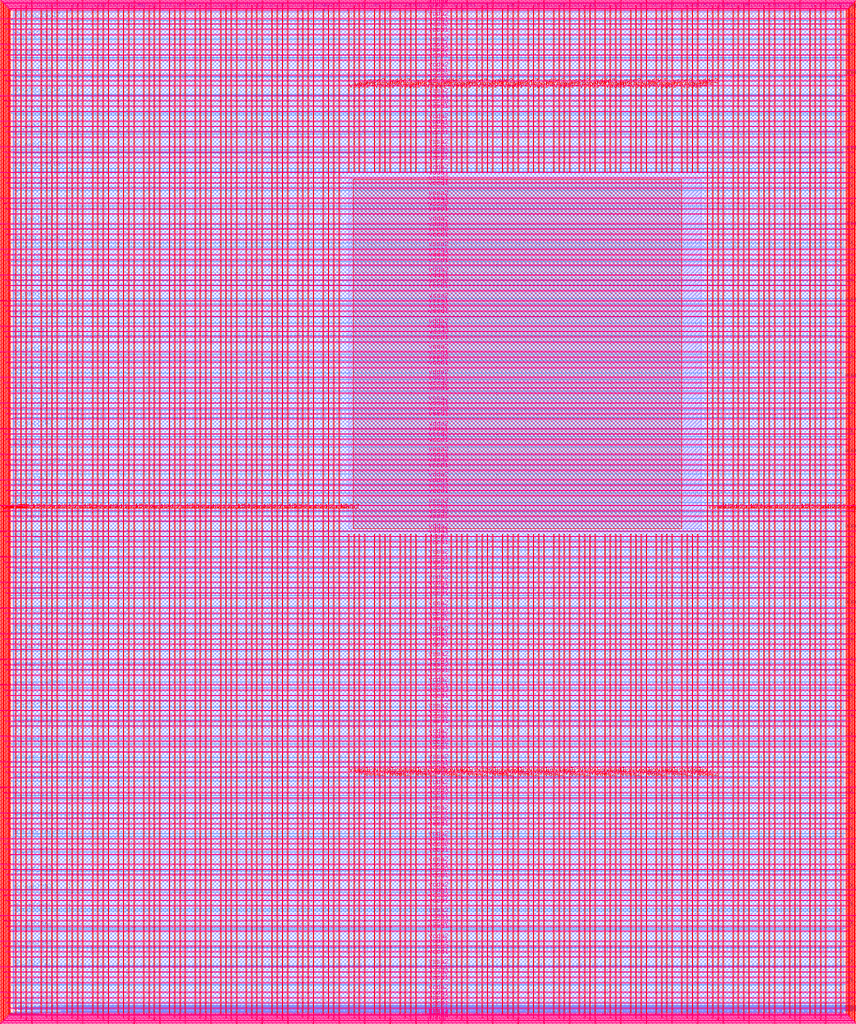
<source format=lef>
VERSION 5.7 ;
  NOWIREEXTENSIONATPIN ON ;
  DIVIDERCHAR "/" ;
  BUSBITCHARS "[]" ;
MACRO user_project_wrapper
  CLASS BLOCK ;
  FOREIGN user_project_wrapper ;
  ORIGIN 0.000 0.000 ;
  SIZE 2920.000 BY 3520.000 ;
  PIN analog_io[0]
    DIRECTION INOUT ;
    USE SIGNAL ;
    PORT
      LAYER met3 ;
        RECT 2917.600 1426.380 2924.800 1427.580 ;
    END
  END analog_io[0]
  PIN analog_io[10]
    DIRECTION INOUT ;
    USE SIGNAL ;
    PORT
      LAYER met2 ;
        RECT 2230.490 3517.600 2231.050 3524.800 ;
    END
  END analog_io[10]
  PIN analog_io[11]
    DIRECTION INOUT ;
    USE SIGNAL ;
    PORT
      LAYER met2 ;
        RECT 1905.730 3517.600 1906.290 3524.800 ;
    END
  END analog_io[11]
  PIN analog_io[12]
    DIRECTION INOUT ;
    USE SIGNAL ;
    PORT
      LAYER met2 ;
        RECT 1581.430 3517.600 1581.990 3524.800 ;
    END
  END analog_io[12]
  PIN analog_io[13]
    DIRECTION INOUT ;
    USE SIGNAL ;
    PORT
      LAYER met2 ;
        RECT 1257.130 3517.600 1257.690 3524.800 ;
    END
  END analog_io[13]
  PIN analog_io[14]
    DIRECTION INOUT ;
    USE SIGNAL ;
    PORT
      LAYER met2 ;
        RECT 932.370 3517.600 932.930 3524.800 ;
    END
  END analog_io[14]
  PIN analog_io[15]
    DIRECTION INOUT ;
    USE SIGNAL ;
    PORT
      LAYER met2 ;
        RECT 608.070 3517.600 608.630 3524.800 ;
    END
  END analog_io[15]
  PIN analog_io[16]
    DIRECTION INOUT ;
    USE SIGNAL ;
    PORT
      LAYER met2 ;
        RECT 283.770 3517.600 284.330 3524.800 ;
    END
  END analog_io[16]
  PIN analog_io[17]
    DIRECTION INOUT ;
    USE SIGNAL ;
    PORT
      LAYER met3 ;
        RECT -4.800 3486.100 2.400 3487.300 ;
    END
  END analog_io[17]
  PIN analog_io[18]
    DIRECTION INOUT ;
    USE SIGNAL ;
    PORT
      LAYER met3 ;
        RECT -4.800 3224.980 2.400 3226.180 ;
    END
  END analog_io[18]
  PIN analog_io[19]
    DIRECTION INOUT ;
    USE SIGNAL ;
    PORT
      LAYER met3 ;
        RECT -4.800 2964.540 2.400 2965.740 ;
    END
  END analog_io[19]
  PIN analog_io[1]
    DIRECTION INOUT ;
    USE SIGNAL ;
    PORT
      LAYER met3 ;
        RECT 2917.600 1692.260 2924.800 1693.460 ;
    END
  END analog_io[1]
  PIN analog_io[20]
    DIRECTION INOUT ;
    USE SIGNAL ;
    PORT
      LAYER met3 ;
        RECT -4.800 2703.420 2.400 2704.620 ;
    END
  END analog_io[20]
  PIN analog_io[21]
    DIRECTION INOUT ;
    USE SIGNAL ;
    PORT
      LAYER met3 ;
        RECT -4.800 2442.980 2.400 2444.180 ;
    END
  END analog_io[21]
  PIN analog_io[22]
    DIRECTION INOUT ;
    USE SIGNAL ;
    PORT
      LAYER met3 ;
        RECT -4.800 2182.540 2.400 2183.740 ;
    END
  END analog_io[22]
  PIN analog_io[23]
    DIRECTION INOUT ;
    USE SIGNAL ;
    PORT
      LAYER met3 ;
        RECT -4.800 1921.420 2.400 1922.620 ;
    END
  END analog_io[23]
  PIN analog_io[24]
    DIRECTION INOUT ;
    USE SIGNAL ;
    PORT
      LAYER met3 ;
        RECT -4.800 1660.980 2.400 1662.180 ;
    END
  END analog_io[24]
  PIN analog_io[25]
    DIRECTION INOUT ;
    USE SIGNAL ;
    PORT
      LAYER met3 ;
        RECT -4.800 1399.860 2.400 1401.060 ;
    END
  END analog_io[25]
  PIN analog_io[26]
    DIRECTION INOUT ;
    USE SIGNAL ;
    PORT
      LAYER met3 ;
        RECT -4.800 1139.420 2.400 1140.620 ;
    END
  END analog_io[26]
  PIN analog_io[27]
    DIRECTION INOUT ;
    USE SIGNAL ;
    PORT
      LAYER met3 ;
        RECT -4.800 878.980 2.400 880.180 ;
    END
  END analog_io[27]
  PIN analog_io[28]
    DIRECTION INOUT ;
    USE SIGNAL ;
    PORT
      LAYER met3 ;
        RECT -4.800 617.860 2.400 619.060 ;
    END
  END analog_io[28]
  PIN analog_io[2]
    DIRECTION INOUT ;
    USE SIGNAL ;
    PORT
      LAYER met3 ;
        RECT 2917.600 1958.140 2924.800 1959.340 ;
    END
  END analog_io[2]
  PIN analog_io[3]
    DIRECTION INOUT ;
    USE SIGNAL ;
    PORT
      LAYER met3 ;
        RECT 2917.600 2223.340 2924.800 2224.540 ;
    END
  END analog_io[3]
  PIN analog_io[4]
    DIRECTION INOUT ;
    USE SIGNAL ;
    PORT
      LAYER met3 ;
        RECT 2917.600 2489.220 2924.800 2490.420 ;
    END
  END analog_io[4]
  PIN analog_io[5]
    DIRECTION INOUT ;
    USE SIGNAL ;
    PORT
      LAYER met3 ;
        RECT 2917.600 2755.100 2924.800 2756.300 ;
    END
  END analog_io[5]
  PIN analog_io[6]
    DIRECTION INOUT ;
    USE SIGNAL ;
    PORT
      LAYER met3 ;
        RECT 2917.600 3020.300 2924.800 3021.500 ;
    END
  END analog_io[6]
  PIN analog_io[7]
    DIRECTION INOUT ;
    USE SIGNAL ;
    PORT
      LAYER met3 ;
        RECT 2917.600 3286.180 2924.800 3287.380 ;
    END
  END analog_io[7]
  PIN analog_io[8]
    DIRECTION INOUT ;
    USE SIGNAL ;
    PORT
      LAYER met2 ;
        RECT 2879.090 3517.600 2879.650 3524.800 ;
    END
  END analog_io[8]
  PIN analog_io[9]
    DIRECTION INOUT ;
    USE SIGNAL ;
    PORT
      LAYER met2 ;
        RECT 2554.790 3517.600 2555.350 3524.800 ;
    END
  END analog_io[9]
  PIN io_in[0]
    DIRECTION INPUT ;
    USE SIGNAL ;
    PORT
      LAYER met3 ;
        RECT 2917.600 32.380 2924.800 33.580 ;
    END
  END io_in[0]
  PIN io_in[10]
    DIRECTION INPUT ;
    USE SIGNAL ;
    PORT
      LAYER met3 ;
        RECT 2917.600 2289.980 2924.800 2291.180 ;
    END
  END io_in[10]
  PIN io_in[11]
    DIRECTION INPUT ;
    USE SIGNAL ;
    PORT
      LAYER met3 ;
        RECT 2917.600 2555.860 2924.800 2557.060 ;
    END
  END io_in[11]
  PIN io_in[12]
    DIRECTION INPUT ;
    USE SIGNAL ;
    PORT
      LAYER met3 ;
        RECT 2917.600 2821.060 2924.800 2822.260 ;
    END
  END io_in[12]
  PIN io_in[13]
    DIRECTION INPUT ;
    USE SIGNAL ;
    PORT
      LAYER met3 ;
        RECT 2917.600 3086.940 2924.800 3088.140 ;
    END
  END io_in[13]
  PIN io_in[14]
    DIRECTION INPUT ;
    USE SIGNAL ;
    PORT
      LAYER met3 ;
        RECT 2917.600 3352.820 2924.800 3354.020 ;
    END
  END io_in[14]
  PIN io_in[15]
    DIRECTION INPUT ;
    USE SIGNAL ;
    PORT
      LAYER met2 ;
        RECT 2798.130 3517.600 2798.690 3524.800 ;
    END
  END io_in[15]
  PIN io_in[16]
    DIRECTION INPUT ;
    USE SIGNAL ;
    PORT
      LAYER met2 ;
        RECT 2473.830 3517.600 2474.390 3524.800 ;
    END
  END io_in[16]
  PIN io_in[17]
    DIRECTION INPUT ;
    USE SIGNAL ;
    PORT
      LAYER met2 ;
        RECT 2149.070 3517.600 2149.630 3524.800 ;
    END
  END io_in[17]
  PIN io_in[18]
    DIRECTION INPUT ;
    USE SIGNAL ;
    PORT
      LAYER met2 ;
        RECT 1824.770 3517.600 1825.330 3524.800 ;
    END
  END io_in[18]
  PIN io_in[19]
    DIRECTION INPUT ;
    USE SIGNAL ;
    PORT
      LAYER met2 ;
        RECT 1500.470 3517.600 1501.030 3524.800 ;
    END
  END io_in[19]
  PIN io_in[1]
    DIRECTION INPUT ;
    USE SIGNAL ;
    PORT
      LAYER met3 ;
        RECT 2917.600 230.940 2924.800 232.140 ;
    END
  END io_in[1]
  PIN io_in[20]
    DIRECTION INPUT ;
    USE SIGNAL ;
    PORT
      LAYER met2 ;
        RECT 1175.710 3517.600 1176.270 3524.800 ;
    END
  END io_in[20]
  PIN io_in[21]
    DIRECTION INPUT ;
    USE SIGNAL ;
    PORT
      LAYER met2 ;
        RECT 851.410 3517.600 851.970 3524.800 ;
    END
  END io_in[21]
  PIN io_in[22]
    DIRECTION INPUT ;
    USE SIGNAL ;
    PORT
      LAYER met2 ;
        RECT 527.110 3517.600 527.670 3524.800 ;
    END
  END io_in[22]
  PIN io_in[23]
    DIRECTION INPUT ;
    USE SIGNAL ;
    PORT
      LAYER met2 ;
        RECT 202.350 3517.600 202.910 3524.800 ;
    END
  END io_in[23]
  PIN io_in[24]
    DIRECTION INPUT ;
    USE SIGNAL ;
    PORT
      LAYER met3 ;
        RECT -4.800 3420.820 2.400 3422.020 ;
    END
  END io_in[24]
  PIN io_in[25]
    DIRECTION INPUT ;
    USE SIGNAL ;
    PORT
      LAYER met3 ;
        RECT -4.800 3159.700 2.400 3160.900 ;
    END
  END io_in[25]
  PIN io_in[26]
    DIRECTION INPUT ;
    USE SIGNAL ;
    PORT
      LAYER met3 ;
        RECT -4.800 2899.260 2.400 2900.460 ;
    END
  END io_in[26]
  PIN io_in[27]
    DIRECTION INPUT ;
    USE SIGNAL ;
    PORT
      LAYER met3 ;
        RECT -4.800 2638.820 2.400 2640.020 ;
    END
  END io_in[27]
  PIN io_in[28]
    DIRECTION INPUT ;
    USE SIGNAL ;
    PORT
      LAYER met3 ;
        RECT -4.800 2377.700 2.400 2378.900 ;
    END
  END io_in[28]
  PIN io_in[29]
    DIRECTION INPUT ;
    USE SIGNAL ;
    PORT
      LAYER met3 ;
        RECT -4.800 2117.260 2.400 2118.460 ;
    END
  END io_in[29]
  PIN io_in[2]
    DIRECTION INPUT ;
    USE SIGNAL ;
    PORT
      LAYER met3 ;
        RECT 2917.600 430.180 2924.800 431.380 ;
    END
  END io_in[2]
  PIN io_in[30]
    DIRECTION INPUT ;
    USE SIGNAL ;
    PORT
      LAYER met3 ;
        RECT -4.800 1856.140 2.400 1857.340 ;
    END
  END io_in[30]
  PIN io_in[31]
    DIRECTION INPUT ;
    USE SIGNAL ;
    PORT
      LAYER met3 ;
        RECT -4.800 1595.700 2.400 1596.900 ;
    END
  END io_in[31]
  PIN io_in[32]
    DIRECTION INPUT ;
    USE SIGNAL ;
    PORT
      LAYER met3 ;
        RECT -4.800 1335.260 2.400 1336.460 ;
    END
  END io_in[32]
  PIN io_in[33]
    DIRECTION INPUT ;
    USE SIGNAL ;
    PORT
      LAYER met3 ;
        RECT -4.800 1074.140 2.400 1075.340 ;
    END
  END io_in[33]
  PIN io_in[34]
    DIRECTION INPUT ;
    USE SIGNAL ;
    PORT
      LAYER met3 ;
        RECT -4.800 813.700 2.400 814.900 ;
    END
  END io_in[34]
  PIN io_in[35]
    DIRECTION INPUT ;
    USE SIGNAL ;
    PORT
      LAYER met3 ;
        RECT -4.800 552.580 2.400 553.780 ;
    END
  END io_in[35]
  PIN io_in[36]
    DIRECTION INPUT ;
    USE SIGNAL ;
    PORT
      LAYER met3 ;
        RECT -4.800 357.420 2.400 358.620 ;
    END
  END io_in[36]
  PIN io_in[37]
    DIRECTION INPUT ;
    USE SIGNAL ;
    PORT
      LAYER met3 ;
        RECT -4.800 161.580 2.400 162.780 ;
    END
  END io_in[37]
  PIN io_in[3]
    DIRECTION INPUT ;
    USE SIGNAL ;
    PORT
      LAYER met3 ;
        RECT 2917.600 629.420 2924.800 630.620 ;
    END
  END io_in[3]
  PIN io_in[4]
    DIRECTION INPUT ;
    USE SIGNAL ;
    PORT
      LAYER met3 ;
        RECT 2917.600 828.660 2924.800 829.860 ;
    END
  END io_in[4]
  PIN io_in[5]
    DIRECTION INPUT ;
    USE SIGNAL ;
    PORT
      LAYER met3 ;
        RECT 2917.600 1027.900 2924.800 1029.100 ;
    END
  END io_in[5]
  PIN io_in[6]
    DIRECTION INPUT ;
    USE SIGNAL ;
    PORT
      LAYER met3 ;
        RECT 2917.600 1227.140 2924.800 1228.340 ;
    END
  END io_in[6]
  PIN io_in[7]
    DIRECTION INPUT ;
    USE SIGNAL ;
    PORT
      LAYER met3 ;
        RECT 2917.600 1493.020 2924.800 1494.220 ;
    END
  END io_in[7]
  PIN io_in[8]
    DIRECTION INPUT ;
    USE SIGNAL ;
    PORT
      LAYER met3 ;
        RECT 2917.600 1758.900 2924.800 1760.100 ;
    END
  END io_in[8]
  PIN io_in[9]
    DIRECTION INPUT ;
    USE SIGNAL ;
    PORT
      LAYER met3 ;
        RECT 2917.600 2024.100 2924.800 2025.300 ;
    END
  END io_in[9]
  PIN io_oeb[0]
    DIRECTION OUTPUT TRISTATE ;
    USE SIGNAL ;
    PORT
      LAYER met3 ;
        RECT 2917.600 164.980 2924.800 166.180 ;
    END
  END io_oeb[0]
  PIN io_oeb[10]
    DIRECTION OUTPUT TRISTATE ;
    USE SIGNAL ;
    PORT
      LAYER met3 ;
        RECT 2917.600 2422.580 2924.800 2423.780 ;
    END
  END io_oeb[10]
  PIN io_oeb[11]
    DIRECTION OUTPUT TRISTATE ;
    USE SIGNAL ;
    PORT
      LAYER met3 ;
        RECT 2917.600 2688.460 2924.800 2689.660 ;
    END
  END io_oeb[11]
  PIN io_oeb[12]
    DIRECTION OUTPUT TRISTATE ;
    USE SIGNAL ;
    PORT
      LAYER met3 ;
        RECT 2917.600 2954.340 2924.800 2955.540 ;
    END
  END io_oeb[12]
  PIN io_oeb[13]
    DIRECTION OUTPUT TRISTATE ;
    USE SIGNAL ;
    PORT
      LAYER met3 ;
        RECT 2917.600 3219.540 2924.800 3220.740 ;
    END
  END io_oeb[13]
  PIN io_oeb[14]
    DIRECTION OUTPUT TRISTATE ;
    USE SIGNAL ;
    PORT
      LAYER met3 ;
        RECT 2917.600 3485.420 2924.800 3486.620 ;
    END
  END io_oeb[14]
  PIN io_oeb[15]
    DIRECTION OUTPUT TRISTATE ;
    USE SIGNAL ;
    PORT
      LAYER met2 ;
        RECT 2635.750 3517.600 2636.310 3524.800 ;
    END
  END io_oeb[15]
  PIN io_oeb[16]
    DIRECTION OUTPUT TRISTATE ;
    USE SIGNAL ;
    PORT
      LAYER met2 ;
        RECT 2311.450 3517.600 2312.010 3524.800 ;
    END
  END io_oeb[16]
  PIN io_oeb[17]
    DIRECTION OUTPUT TRISTATE ;
    USE SIGNAL ;
    PORT
      LAYER met2 ;
        RECT 1987.150 3517.600 1987.710 3524.800 ;
    END
  END io_oeb[17]
  PIN io_oeb[18]
    DIRECTION OUTPUT TRISTATE ;
    USE SIGNAL ;
    PORT
      LAYER met2 ;
        RECT 1662.390 3517.600 1662.950 3524.800 ;
    END
  END io_oeb[18]
  PIN io_oeb[19]
    DIRECTION OUTPUT TRISTATE ;
    USE SIGNAL ;
    PORT
      LAYER met2 ;
        RECT 1338.090 3517.600 1338.650 3524.800 ;
    END
  END io_oeb[19]
  PIN io_oeb[1]
    DIRECTION OUTPUT TRISTATE ;
    USE SIGNAL ;
    PORT
      LAYER met3 ;
        RECT 2917.600 364.220 2924.800 365.420 ;
    END
  END io_oeb[1]
  PIN io_oeb[20]
    DIRECTION OUTPUT TRISTATE ;
    USE SIGNAL ;
    PORT
      LAYER met2 ;
        RECT 1013.790 3517.600 1014.350 3524.800 ;
    END
  END io_oeb[20]
  PIN io_oeb[21]
    DIRECTION OUTPUT TRISTATE ;
    USE SIGNAL ;
    PORT
      LAYER met2 ;
        RECT 689.030 3517.600 689.590 3524.800 ;
    END
  END io_oeb[21]
  PIN io_oeb[22]
    DIRECTION OUTPUT TRISTATE ;
    USE SIGNAL ;
    PORT
      LAYER met2 ;
        RECT 364.730 3517.600 365.290 3524.800 ;
    END
  END io_oeb[22]
  PIN io_oeb[23]
    DIRECTION OUTPUT TRISTATE ;
    USE SIGNAL ;
    PORT
      LAYER met2 ;
        RECT 40.430 3517.600 40.990 3524.800 ;
    END
  END io_oeb[23]
  PIN io_oeb[24]
    DIRECTION OUTPUT TRISTATE ;
    USE SIGNAL ;
    PORT
      LAYER met3 ;
        RECT -4.800 3290.260 2.400 3291.460 ;
    END
  END io_oeb[24]
  PIN io_oeb[25]
    DIRECTION OUTPUT TRISTATE ;
    USE SIGNAL ;
    PORT
      LAYER met3 ;
        RECT -4.800 3029.820 2.400 3031.020 ;
    END
  END io_oeb[25]
  PIN io_oeb[26]
    DIRECTION OUTPUT TRISTATE ;
    USE SIGNAL ;
    PORT
      LAYER met3 ;
        RECT -4.800 2768.700 2.400 2769.900 ;
    END
  END io_oeb[26]
  PIN io_oeb[27]
    DIRECTION OUTPUT TRISTATE ;
    USE SIGNAL ;
    PORT
      LAYER met3 ;
        RECT -4.800 2508.260 2.400 2509.460 ;
    END
  END io_oeb[27]
  PIN io_oeb[28]
    DIRECTION OUTPUT TRISTATE ;
    USE SIGNAL ;
    PORT
      LAYER met3 ;
        RECT -4.800 2247.140 2.400 2248.340 ;
    END
  END io_oeb[28]
  PIN io_oeb[29]
    DIRECTION OUTPUT TRISTATE ;
    USE SIGNAL ;
    PORT
      LAYER met3 ;
        RECT -4.800 1986.700 2.400 1987.900 ;
    END
  END io_oeb[29]
  PIN io_oeb[2]
    DIRECTION OUTPUT TRISTATE ;
    USE SIGNAL ;
    PORT
      LAYER met3 ;
        RECT 2917.600 563.460 2924.800 564.660 ;
    END
  END io_oeb[2]
  PIN io_oeb[30]
    DIRECTION OUTPUT TRISTATE ;
    USE SIGNAL ;
    PORT
      LAYER met3 ;
        RECT -4.800 1726.260 2.400 1727.460 ;
    END
  END io_oeb[30]
  PIN io_oeb[31]
    DIRECTION OUTPUT TRISTATE ;
    USE SIGNAL ;
    PORT
      LAYER met3 ;
        RECT -4.800 1465.140 2.400 1466.340 ;
    END
  END io_oeb[31]
  PIN io_oeb[32]
    DIRECTION OUTPUT TRISTATE ;
    USE SIGNAL ;
    PORT
      LAYER met3 ;
        RECT -4.800 1204.700 2.400 1205.900 ;
    END
  END io_oeb[32]
  PIN io_oeb[33]
    DIRECTION OUTPUT TRISTATE ;
    USE SIGNAL ;
    PORT
      LAYER met3 ;
        RECT -4.800 943.580 2.400 944.780 ;
    END
  END io_oeb[33]
  PIN io_oeb[34]
    DIRECTION OUTPUT TRISTATE ;
    USE SIGNAL ;
    PORT
      LAYER met3 ;
        RECT -4.800 683.140 2.400 684.340 ;
    END
  END io_oeb[34]
  PIN io_oeb[35]
    DIRECTION OUTPUT TRISTATE ;
    USE SIGNAL ;
    PORT
      LAYER met3 ;
        RECT -4.800 422.700 2.400 423.900 ;
    END
  END io_oeb[35]
  PIN io_oeb[36]
    DIRECTION OUTPUT TRISTATE ;
    USE SIGNAL ;
    PORT
      LAYER met3 ;
        RECT -4.800 226.860 2.400 228.060 ;
    END
  END io_oeb[36]
  PIN io_oeb[37]
    DIRECTION OUTPUT TRISTATE ;
    USE SIGNAL ;
    PORT
      LAYER met3 ;
        RECT -4.800 31.700 2.400 32.900 ;
    END
  END io_oeb[37]
  PIN io_oeb[3]
    DIRECTION OUTPUT TRISTATE ;
    USE SIGNAL ;
    PORT
      LAYER met3 ;
        RECT 2917.600 762.700 2924.800 763.900 ;
    END
  END io_oeb[3]
  PIN io_oeb[4]
    DIRECTION OUTPUT TRISTATE ;
    USE SIGNAL ;
    PORT
      LAYER met3 ;
        RECT 2917.600 961.940 2924.800 963.140 ;
    END
  END io_oeb[4]
  PIN io_oeb[5]
    DIRECTION OUTPUT TRISTATE ;
    USE SIGNAL ;
    PORT
      LAYER met3 ;
        RECT 2917.600 1161.180 2924.800 1162.380 ;
    END
  END io_oeb[5]
  PIN io_oeb[6]
    DIRECTION OUTPUT TRISTATE ;
    USE SIGNAL ;
    PORT
      LAYER met3 ;
        RECT 2917.600 1360.420 2924.800 1361.620 ;
    END
  END io_oeb[6]
  PIN io_oeb[7]
    DIRECTION OUTPUT TRISTATE ;
    USE SIGNAL ;
    PORT
      LAYER met3 ;
        RECT 2917.600 1625.620 2924.800 1626.820 ;
    END
  END io_oeb[7]
  PIN io_oeb[8]
    DIRECTION OUTPUT TRISTATE ;
    USE SIGNAL ;
    PORT
      LAYER met3 ;
        RECT 2917.600 1891.500 2924.800 1892.700 ;
    END
  END io_oeb[8]
  PIN io_oeb[9]
    DIRECTION OUTPUT TRISTATE ;
    USE SIGNAL ;
    PORT
      LAYER met3 ;
        RECT 2917.600 2157.380 2924.800 2158.580 ;
    END
  END io_oeb[9]
  PIN io_out[0]
    DIRECTION OUTPUT TRISTATE ;
    USE SIGNAL ;
    PORT
      LAYER met3 ;
        RECT 2917.600 98.340 2924.800 99.540 ;
    END
  END io_out[0]
  PIN io_out[10]
    DIRECTION OUTPUT TRISTATE ;
    USE SIGNAL ;
    PORT
      LAYER met3 ;
        RECT 2917.600 2356.620 2924.800 2357.820 ;
    END
  END io_out[10]
  PIN io_out[11]
    DIRECTION OUTPUT TRISTATE ;
    USE SIGNAL ;
    PORT
      LAYER met3 ;
        RECT 2917.600 2621.820 2924.800 2623.020 ;
    END
  END io_out[11]
  PIN io_out[12]
    DIRECTION OUTPUT TRISTATE ;
    USE SIGNAL ;
    PORT
      LAYER met3 ;
        RECT 2917.600 2887.700 2924.800 2888.900 ;
    END
  END io_out[12]
  PIN io_out[13]
    DIRECTION OUTPUT TRISTATE ;
    USE SIGNAL ;
    PORT
      LAYER met3 ;
        RECT 2917.600 3153.580 2924.800 3154.780 ;
    END
  END io_out[13]
  PIN io_out[14]
    DIRECTION OUTPUT TRISTATE ;
    USE SIGNAL ;
    PORT
      LAYER met3 ;
        RECT 2917.600 3418.780 2924.800 3419.980 ;
    END
  END io_out[14]
  PIN io_out[15]
    DIRECTION OUTPUT TRISTATE ;
    USE SIGNAL ;
    PORT
      LAYER met2 ;
        RECT 2717.170 3517.600 2717.730 3524.800 ;
    END
  END io_out[15]
  PIN io_out[16]
    DIRECTION OUTPUT TRISTATE ;
    USE SIGNAL ;
    PORT
      LAYER met2 ;
        RECT 2392.410 3517.600 2392.970 3524.800 ;
    END
  END io_out[16]
  PIN io_out[17]
    DIRECTION OUTPUT TRISTATE ;
    USE SIGNAL ;
    PORT
      LAYER met2 ;
        RECT 2068.110 3517.600 2068.670 3524.800 ;
    END
  END io_out[17]
  PIN io_out[18]
    DIRECTION OUTPUT TRISTATE ;
    USE SIGNAL ;
    PORT
      LAYER met2 ;
        RECT 1743.810 3517.600 1744.370 3524.800 ;
    END
  END io_out[18]
  PIN io_out[19]
    DIRECTION OUTPUT TRISTATE ;
    USE SIGNAL ;
    PORT
      LAYER met2 ;
        RECT 1419.050 3517.600 1419.610 3524.800 ;
    END
  END io_out[19]
  PIN io_out[1]
    DIRECTION OUTPUT TRISTATE ;
    USE SIGNAL ;
    PORT
      LAYER met3 ;
        RECT 2917.600 297.580 2924.800 298.780 ;
    END
  END io_out[1]
  PIN io_out[20]
    DIRECTION OUTPUT TRISTATE ;
    USE SIGNAL ;
    PORT
      LAYER met2 ;
        RECT 1094.750 3517.600 1095.310 3524.800 ;
    END
  END io_out[20]
  PIN io_out[21]
    DIRECTION OUTPUT TRISTATE ;
    USE SIGNAL ;
    PORT
      LAYER met2 ;
        RECT 770.450 3517.600 771.010 3524.800 ;
    END
  END io_out[21]
  PIN io_out[22]
    DIRECTION OUTPUT TRISTATE ;
    USE SIGNAL ;
    PORT
      LAYER met2 ;
        RECT 445.690 3517.600 446.250 3524.800 ;
    END
  END io_out[22]
  PIN io_out[23]
    DIRECTION OUTPUT TRISTATE ;
    USE SIGNAL ;
    PORT
      LAYER met2 ;
        RECT 121.390 3517.600 121.950 3524.800 ;
    END
  END io_out[23]
  PIN io_out[24]
    DIRECTION OUTPUT TRISTATE ;
    USE SIGNAL ;
    PORT
      LAYER met3 ;
        RECT -4.800 3355.540 2.400 3356.740 ;
    END
  END io_out[24]
  PIN io_out[25]
    DIRECTION OUTPUT TRISTATE ;
    USE SIGNAL ;
    PORT
      LAYER met3 ;
        RECT -4.800 3095.100 2.400 3096.300 ;
    END
  END io_out[25]
  PIN io_out[26]
    DIRECTION OUTPUT TRISTATE ;
    USE SIGNAL ;
    PORT
      LAYER met3 ;
        RECT -4.800 2833.980 2.400 2835.180 ;
    END
  END io_out[26]
  PIN io_out[27]
    DIRECTION OUTPUT TRISTATE ;
    USE SIGNAL ;
    PORT
      LAYER met3 ;
        RECT -4.800 2573.540 2.400 2574.740 ;
    END
  END io_out[27]
  PIN io_out[28]
    DIRECTION OUTPUT TRISTATE ;
    USE SIGNAL ;
    PORT
      LAYER met3 ;
        RECT -4.800 2312.420 2.400 2313.620 ;
    END
  END io_out[28]
  PIN io_out[29]
    DIRECTION OUTPUT TRISTATE ;
    USE SIGNAL ;
    PORT
      LAYER met3 ;
        RECT -4.800 2051.980 2.400 2053.180 ;
    END
  END io_out[29]
  PIN io_out[2]
    DIRECTION OUTPUT TRISTATE ;
    USE SIGNAL ;
    PORT
      LAYER met3 ;
        RECT 2917.600 496.820 2924.800 498.020 ;
    END
  END io_out[2]
  PIN io_out[30]
    DIRECTION OUTPUT TRISTATE ;
    USE SIGNAL ;
    PORT
      LAYER met3 ;
        RECT -4.800 1791.540 2.400 1792.740 ;
    END
  END io_out[30]
  PIN io_out[31]
    DIRECTION OUTPUT TRISTATE ;
    USE SIGNAL ;
    PORT
      LAYER met3 ;
        RECT -4.800 1530.420 2.400 1531.620 ;
    END
  END io_out[31]
  PIN io_out[32]
    DIRECTION OUTPUT TRISTATE ;
    USE SIGNAL ;
    PORT
      LAYER met3 ;
        RECT -4.800 1269.980 2.400 1271.180 ;
    END
  END io_out[32]
  PIN io_out[33]
    DIRECTION OUTPUT TRISTATE ;
    USE SIGNAL ;
    PORT
      LAYER met3 ;
        RECT -4.800 1008.860 2.400 1010.060 ;
    END
  END io_out[33]
  PIN io_out[34]
    DIRECTION OUTPUT TRISTATE ;
    USE SIGNAL ;
    PORT
      LAYER met3 ;
        RECT -4.800 748.420 2.400 749.620 ;
    END
  END io_out[34]
  PIN io_out[35]
    DIRECTION OUTPUT TRISTATE ;
    USE SIGNAL ;
    PORT
      LAYER met3 ;
        RECT -4.800 487.300 2.400 488.500 ;
    END
  END io_out[35]
  PIN io_out[36]
    DIRECTION OUTPUT TRISTATE ;
    USE SIGNAL ;
    PORT
      LAYER met3 ;
        RECT -4.800 292.140 2.400 293.340 ;
    END
  END io_out[36]
  PIN io_out[37]
    DIRECTION OUTPUT TRISTATE ;
    USE SIGNAL ;
    PORT
      LAYER met3 ;
        RECT -4.800 96.300 2.400 97.500 ;
    END
  END io_out[37]
  PIN io_out[3]
    DIRECTION OUTPUT TRISTATE ;
    USE SIGNAL ;
    PORT
      LAYER met3 ;
        RECT 2917.600 696.060 2924.800 697.260 ;
    END
  END io_out[3]
  PIN io_out[4]
    DIRECTION OUTPUT TRISTATE ;
    USE SIGNAL ;
    PORT
      LAYER met3 ;
        RECT 2917.600 895.300 2924.800 896.500 ;
    END
  END io_out[4]
  PIN io_out[5]
    DIRECTION OUTPUT TRISTATE ;
    USE SIGNAL ;
    PORT
      LAYER met3 ;
        RECT 2917.600 1094.540 2924.800 1095.740 ;
    END
  END io_out[5]
  PIN io_out[6]
    DIRECTION OUTPUT TRISTATE ;
    USE SIGNAL ;
    PORT
      LAYER met3 ;
        RECT 2917.600 1293.780 2924.800 1294.980 ;
    END
  END io_out[6]
  PIN io_out[7]
    DIRECTION OUTPUT TRISTATE ;
    USE SIGNAL ;
    PORT
      LAYER met3 ;
        RECT 2917.600 1559.660 2924.800 1560.860 ;
    END
  END io_out[7]
  PIN io_out[8]
    DIRECTION OUTPUT TRISTATE ;
    USE SIGNAL ;
    PORT
      LAYER met3 ;
        RECT 2917.600 1824.860 2924.800 1826.060 ;
    END
  END io_out[8]
  PIN io_out[9]
    DIRECTION OUTPUT TRISTATE ;
    USE SIGNAL ;
    PORT
      LAYER met3 ;
        RECT 2917.600 2090.740 2924.800 2091.940 ;
    END
  END io_out[9]
  PIN la_data_in[0]
    DIRECTION INPUT ;
    USE SIGNAL ;
    PORT
      LAYER met2 ;
        RECT 629.230 -4.800 629.790 2.400 ;
    END
  END la_data_in[0]
  PIN la_data_in[100]
    DIRECTION INPUT ;
    USE SIGNAL ;
    PORT
      LAYER met2 ;
        RECT 2402.530 -4.800 2403.090 2.400 ;
    END
  END la_data_in[100]
  PIN la_data_in[101]
    DIRECTION INPUT ;
    USE SIGNAL ;
    PORT
      LAYER met2 ;
        RECT 2420.010 -4.800 2420.570 2.400 ;
    END
  END la_data_in[101]
  PIN la_data_in[102]
    DIRECTION INPUT ;
    USE SIGNAL ;
    PORT
      LAYER met2 ;
        RECT 2437.950 -4.800 2438.510 2.400 ;
    END
  END la_data_in[102]
  PIN la_data_in[103]
    DIRECTION INPUT ;
    USE SIGNAL ;
    PORT
      LAYER met2 ;
        RECT 2455.430 -4.800 2455.990 2.400 ;
    END
  END la_data_in[103]
  PIN la_data_in[104]
    DIRECTION INPUT ;
    USE SIGNAL ;
    PORT
      LAYER met2 ;
        RECT 2473.370 -4.800 2473.930 2.400 ;
    END
  END la_data_in[104]
  PIN la_data_in[105]
    DIRECTION INPUT ;
    USE SIGNAL ;
    PORT
      LAYER met2 ;
        RECT 2490.850 -4.800 2491.410 2.400 ;
    END
  END la_data_in[105]
  PIN la_data_in[106]
    DIRECTION INPUT ;
    USE SIGNAL ;
    PORT
      LAYER met2 ;
        RECT 2508.790 -4.800 2509.350 2.400 ;
    END
  END la_data_in[106]
  PIN la_data_in[107]
    DIRECTION INPUT ;
    USE SIGNAL ;
    PORT
      LAYER met2 ;
        RECT 2526.730 -4.800 2527.290 2.400 ;
    END
  END la_data_in[107]
  PIN la_data_in[108]
    DIRECTION INPUT ;
    USE SIGNAL ;
    PORT
      LAYER met2 ;
        RECT 2544.210 -4.800 2544.770 2.400 ;
    END
  END la_data_in[108]
  PIN la_data_in[109]
    DIRECTION INPUT ;
    USE SIGNAL ;
    PORT
      LAYER met2 ;
        RECT 2562.150 -4.800 2562.710 2.400 ;
    END
  END la_data_in[109]
  PIN la_data_in[10]
    DIRECTION INPUT ;
    USE SIGNAL ;
    PORT
      LAYER met2 ;
        RECT 806.330 -4.800 806.890 2.400 ;
    END
  END la_data_in[10]
  PIN la_data_in[110]
    DIRECTION INPUT ;
    USE SIGNAL ;
    PORT
      LAYER met2 ;
        RECT 2579.630 -4.800 2580.190 2.400 ;
    END
  END la_data_in[110]
  PIN la_data_in[111]
    DIRECTION INPUT ;
    USE SIGNAL ;
    PORT
      LAYER met2 ;
        RECT 2597.570 -4.800 2598.130 2.400 ;
    END
  END la_data_in[111]
  PIN la_data_in[112]
    DIRECTION INPUT ;
    USE SIGNAL ;
    PORT
      LAYER met2 ;
        RECT 2615.050 -4.800 2615.610 2.400 ;
    END
  END la_data_in[112]
  PIN la_data_in[113]
    DIRECTION INPUT ;
    USE SIGNAL ;
    PORT
      LAYER met2 ;
        RECT 2632.990 -4.800 2633.550 2.400 ;
    END
  END la_data_in[113]
  PIN la_data_in[114]
    DIRECTION INPUT ;
    USE SIGNAL ;
    PORT
      LAYER met2 ;
        RECT 2650.470 -4.800 2651.030 2.400 ;
    END
  END la_data_in[114]
  PIN la_data_in[115]
    DIRECTION INPUT ;
    USE SIGNAL ;
    PORT
      LAYER met2 ;
        RECT 2668.410 -4.800 2668.970 2.400 ;
    END
  END la_data_in[115]
  PIN la_data_in[116]
    DIRECTION INPUT ;
    USE SIGNAL ;
    PORT
      LAYER met2 ;
        RECT 2685.890 -4.800 2686.450 2.400 ;
    END
  END la_data_in[116]
  PIN la_data_in[117]
    DIRECTION INPUT ;
    USE SIGNAL ;
    PORT
      LAYER met2 ;
        RECT 2703.830 -4.800 2704.390 2.400 ;
    END
  END la_data_in[117]
  PIN la_data_in[118]
    DIRECTION INPUT ;
    USE SIGNAL ;
    PORT
      LAYER met2 ;
        RECT 2721.770 -4.800 2722.330 2.400 ;
    END
  END la_data_in[118]
  PIN la_data_in[119]
    DIRECTION INPUT ;
    USE SIGNAL ;
    PORT
      LAYER met2 ;
        RECT 2739.250 -4.800 2739.810 2.400 ;
    END
  END la_data_in[119]
  PIN la_data_in[11]
    DIRECTION INPUT ;
    USE SIGNAL ;
    PORT
      LAYER met2 ;
        RECT 824.270 -4.800 824.830 2.400 ;
    END
  END la_data_in[11]
  PIN la_data_in[120]
    DIRECTION INPUT ;
    USE SIGNAL ;
    PORT
      LAYER met2 ;
        RECT 2757.190 -4.800 2757.750 2.400 ;
    END
  END la_data_in[120]
  PIN la_data_in[121]
    DIRECTION INPUT ;
    USE SIGNAL ;
    PORT
      LAYER met2 ;
        RECT 2774.670 -4.800 2775.230 2.400 ;
    END
  END la_data_in[121]
  PIN la_data_in[122]
    DIRECTION INPUT ;
    USE SIGNAL ;
    PORT
      LAYER met2 ;
        RECT 2792.610 -4.800 2793.170 2.400 ;
    END
  END la_data_in[122]
  PIN la_data_in[123]
    DIRECTION INPUT ;
    USE SIGNAL ;
    PORT
      LAYER met2 ;
        RECT 2810.090 -4.800 2810.650 2.400 ;
    END
  END la_data_in[123]
  PIN la_data_in[124]
    DIRECTION INPUT ;
    USE SIGNAL ;
    PORT
      LAYER met2 ;
        RECT 2828.030 -4.800 2828.590 2.400 ;
    END
  END la_data_in[124]
  PIN la_data_in[125]
    DIRECTION INPUT ;
    USE SIGNAL ;
    PORT
      LAYER met2 ;
        RECT 2845.510 -4.800 2846.070 2.400 ;
    END
  END la_data_in[125]
  PIN la_data_in[126]
    DIRECTION INPUT ;
    USE SIGNAL ;
    PORT
      LAYER met2 ;
        RECT 2863.450 -4.800 2864.010 2.400 ;
    END
  END la_data_in[126]
  PIN la_data_in[127]
    DIRECTION INPUT ;
    USE SIGNAL ;
    PORT
      LAYER met2 ;
        RECT 2881.390 -4.800 2881.950 2.400 ;
    END
  END la_data_in[127]
  PIN la_data_in[12]
    DIRECTION INPUT ;
    USE SIGNAL ;
    PORT
      LAYER met2 ;
        RECT 841.750 -4.800 842.310 2.400 ;
    END
  END la_data_in[12]
  PIN la_data_in[13]
    DIRECTION INPUT ;
    USE SIGNAL ;
    PORT
      LAYER met2 ;
        RECT 859.690 -4.800 860.250 2.400 ;
    END
  END la_data_in[13]
  PIN la_data_in[14]
    DIRECTION INPUT ;
    USE SIGNAL ;
    PORT
      LAYER met2 ;
        RECT 877.170 -4.800 877.730 2.400 ;
    END
  END la_data_in[14]
  PIN la_data_in[15]
    DIRECTION INPUT ;
    USE SIGNAL ;
    PORT
      LAYER met2 ;
        RECT 895.110 -4.800 895.670 2.400 ;
    END
  END la_data_in[15]
  PIN la_data_in[16]
    DIRECTION INPUT ;
    USE SIGNAL ;
    PORT
      LAYER met2 ;
        RECT 912.590 -4.800 913.150 2.400 ;
    END
  END la_data_in[16]
  PIN la_data_in[17]
    DIRECTION INPUT ;
    USE SIGNAL ;
    PORT
      LAYER met2 ;
        RECT 930.530 -4.800 931.090 2.400 ;
    END
  END la_data_in[17]
  PIN la_data_in[18]
    DIRECTION INPUT ;
    USE SIGNAL ;
    PORT
      LAYER met2 ;
        RECT 948.470 -4.800 949.030 2.400 ;
    END
  END la_data_in[18]
  PIN la_data_in[19]
    DIRECTION INPUT ;
    USE SIGNAL ;
    PORT
      LAYER met2 ;
        RECT 965.950 -4.800 966.510 2.400 ;
    END
  END la_data_in[19]
  PIN la_data_in[1]
    DIRECTION INPUT ;
    USE SIGNAL ;
    PORT
      LAYER met2 ;
        RECT 646.710 -4.800 647.270 2.400 ;
    END
  END la_data_in[1]
  PIN la_data_in[20]
    DIRECTION INPUT ;
    USE SIGNAL ;
    PORT
      LAYER met2 ;
        RECT 983.890 -4.800 984.450 2.400 ;
    END
  END la_data_in[20]
  PIN la_data_in[21]
    DIRECTION INPUT ;
    USE SIGNAL ;
    PORT
      LAYER met2 ;
        RECT 1001.370 -4.800 1001.930 2.400 ;
    END
  END la_data_in[21]
  PIN la_data_in[22]
    DIRECTION INPUT ;
    USE SIGNAL ;
    PORT
      LAYER met2 ;
        RECT 1019.310 -4.800 1019.870 2.400 ;
    END
  END la_data_in[22]
  PIN la_data_in[23]
    DIRECTION INPUT ;
    USE SIGNAL ;
    PORT
      LAYER met2 ;
        RECT 1036.790 -4.800 1037.350 2.400 ;
    END
  END la_data_in[23]
  PIN la_data_in[24]
    DIRECTION INPUT ;
    USE SIGNAL ;
    PORT
      LAYER met2 ;
        RECT 1054.730 -4.800 1055.290 2.400 ;
    END
  END la_data_in[24]
  PIN la_data_in[25]
    DIRECTION INPUT ;
    USE SIGNAL ;
    PORT
      LAYER met2 ;
        RECT 1072.210 -4.800 1072.770 2.400 ;
    END
  END la_data_in[25]
  PIN la_data_in[26]
    DIRECTION INPUT ;
    USE SIGNAL ;
    PORT
      LAYER met2 ;
        RECT 1090.150 -4.800 1090.710 2.400 ;
    END
  END la_data_in[26]
  PIN la_data_in[27]
    DIRECTION INPUT ;
    USE SIGNAL ;
    PORT
      LAYER met2 ;
        RECT 1107.630 -4.800 1108.190 2.400 ;
    END
  END la_data_in[27]
  PIN la_data_in[28]
    DIRECTION INPUT ;
    USE SIGNAL ;
    PORT
      LAYER met2 ;
        RECT 1125.570 -4.800 1126.130 2.400 ;
    END
  END la_data_in[28]
  PIN la_data_in[29]
    DIRECTION INPUT ;
    USE SIGNAL ;
    PORT
      LAYER met2 ;
        RECT 1143.510 -4.800 1144.070 2.400 ;
    END
  END la_data_in[29]
  PIN la_data_in[2]
    DIRECTION INPUT ;
    USE SIGNAL ;
    PORT
      LAYER met2 ;
        RECT 664.650 -4.800 665.210 2.400 ;
    END
  END la_data_in[2]
  PIN la_data_in[30]
    DIRECTION INPUT ;
    USE SIGNAL ;
    PORT
      LAYER met2 ;
        RECT 1160.990 -4.800 1161.550 2.400 ;
    END
  END la_data_in[30]
  PIN la_data_in[31]
    DIRECTION INPUT ;
    USE SIGNAL ;
    PORT
      LAYER met2 ;
        RECT 1178.930 -4.800 1179.490 2.400 ;
    END
  END la_data_in[31]
  PIN la_data_in[32]
    DIRECTION INPUT ;
    USE SIGNAL ;
    PORT
      LAYER met2 ;
        RECT 1196.410 -4.800 1196.970 2.400 ;
    END
  END la_data_in[32]
  PIN la_data_in[33]
    DIRECTION INPUT ;
    USE SIGNAL ;
    PORT
      LAYER met2 ;
        RECT 1214.350 -4.800 1214.910 2.400 ;
    END
  END la_data_in[33]
  PIN la_data_in[34]
    DIRECTION INPUT ;
    USE SIGNAL ;
    PORT
      LAYER met2 ;
        RECT 1231.830 -4.800 1232.390 2.400 ;
    END
  END la_data_in[34]
  PIN la_data_in[35]
    DIRECTION INPUT ;
    USE SIGNAL ;
    PORT
      LAYER met2 ;
        RECT 1249.770 -4.800 1250.330 2.400 ;
    END
  END la_data_in[35]
  PIN la_data_in[36]
    DIRECTION INPUT ;
    USE SIGNAL ;
    PORT
      LAYER met2 ;
        RECT 1267.250 -4.800 1267.810 2.400 ;
    END
  END la_data_in[36]
  PIN la_data_in[37]
    DIRECTION INPUT ;
    USE SIGNAL ;
    PORT
      LAYER met2 ;
        RECT 1285.190 -4.800 1285.750 2.400 ;
    END
  END la_data_in[37]
  PIN la_data_in[38]
    DIRECTION INPUT ;
    USE SIGNAL ;
    PORT
      LAYER met2 ;
        RECT 1303.130 -4.800 1303.690 2.400 ;
    END
  END la_data_in[38]
  PIN la_data_in[39]
    DIRECTION INPUT ;
    USE SIGNAL ;
    PORT
      LAYER met2 ;
        RECT 1320.610 -4.800 1321.170 2.400 ;
    END
  END la_data_in[39]
  PIN la_data_in[3]
    DIRECTION INPUT ;
    USE SIGNAL ;
    PORT
      LAYER met2 ;
        RECT 682.130 -4.800 682.690 2.400 ;
    END
  END la_data_in[3]
  PIN la_data_in[40]
    DIRECTION INPUT ;
    USE SIGNAL ;
    PORT
      LAYER met2 ;
        RECT 1338.550 -4.800 1339.110 2.400 ;
    END
  END la_data_in[40]
  PIN la_data_in[41]
    DIRECTION INPUT ;
    USE SIGNAL ;
    PORT
      LAYER met2 ;
        RECT 1356.030 -4.800 1356.590 2.400 ;
    END
  END la_data_in[41]
  PIN la_data_in[42]
    DIRECTION INPUT ;
    USE SIGNAL ;
    PORT
      LAYER met2 ;
        RECT 1373.970 -4.800 1374.530 2.400 ;
    END
  END la_data_in[42]
  PIN la_data_in[43]
    DIRECTION INPUT ;
    USE SIGNAL ;
    PORT
      LAYER met2 ;
        RECT 1391.450 -4.800 1392.010 2.400 ;
    END
  END la_data_in[43]
  PIN la_data_in[44]
    DIRECTION INPUT ;
    USE SIGNAL ;
    PORT
      LAYER met2 ;
        RECT 1409.390 -4.800 1409.950 2.400 ;
    END
  END la_data_in[44]
  PIN la_data_in[45]
    DIRECTION INPUT ;
    USE SIGNAL ;
    PORT
      LAYER met2 ;
        RECT 1426.870 -4.800 1427.430 2.400 ;
    END
  END la_data_in[45]
  PIN la_data_in[46]
    DIRECTION INPUT ;
    USE SIGNAL ;
    PORT
      LAYER met2 ;
        RECT 1444.810 -4.800 1445.370 2.400 ;
    END
  END la_data_in[46]
  PIN la_data_in[47]
    DIRECTION INPUT ;
    USE SIGNAL ;
    PORT
      LAYER met2 ;
        RECT 1462.750 -4.800 1463.310 2.400 ;
    END
  END la_data_in[47]
  PIN la_data_in[48]
    DIRECTION INPUT ;
    USE SIGNAL ;
    PORT
      LAYER met2 ;
        RECT 1480.230 -4.800 1480.790 2.400 ;
    END
  END la_data_in[48]
  PIN la_data_in[49]
    DIRECTION INPUT ;
    USE SIGNAL ;
    PORT
      LAYER met2 ;
        RECT 1498.170 -4.800 1498.730 2.400 ;
    END
  END la_data_in[49]
  PIN la_data_in[4]
    DIRECTION INPUT ;
    USE SIGNAL ;
    PORT
      LAYER met2 ;
        RECT 700.070 -4.800 700.630 2.400 ;
    END
  END la_data_in[4]
  PIN la_data_in[50]
    DIRECTION INPUT ;
    USE SIGNAL ;
    PORT
      LAYER met2 ;
        RECT 1515.650 -4.800 1516.210 2.400 ;
    END
  END la_data_in[50]
  PIN la_data_in[51]
    DIRECTION INPUT ;
    USE SIGNAL ;
    PORT
      LAYER met2 ;
        RECT 1533.590 -4.800 1534.150 2.400 ;
    END
  END la_data_in[51]
  PIN la_data_in[52]
    DIRECTION INPUT ;
    USE SIGNAL ;
    PORT
      LAYER met2 ;
        RECT 1551.070 -4.800 1551.630 2.400 ;
    END
  END la_data_in[52]
  PIN la_data_in[53]
    DIRECTION INPUT ;
    USE SIGNAL ;
    PORT
      LAYER met2 ;
        RECT 1569.010 -4.800 1569.570 2.400 ;
    END
  END la_data_in[53]
  PIN la_data_in[54]
    DIRECTION INPUT ;
    USE SIGNAL ;
    PORT
      LAYER met2 ;
        RECT 1586.490 -4.800 1587.050 2.400 ;
    END
  END la_data_in[54]
  PIN la_data_in[55]
    DIRECTION INPUT ;
    USE SIGNAL ;
    PORT
      LAYER met2 ;
        RECT 1604.430 -4.800 1604.990 2.400 ;
    END
  END la_data_in[55]
  PIN la_data_in[56]
    DIRECTION INPUT ;
    USE SIGNAL ;
    PORT
      LAYER met2 ;
        RECT 1621.910 -4.800 1622.470 2.400 ;
    END
  END la_data_in[56]
  PIN la_data_in[57]
    DIRECTION INPUT ;
    USE SIGNAL ;
    PORT
      LAYER met2 ;
        RECT 1639.850 -4.800 1640.410 2.400 ;
    END
  END la_data_in[57]
  PIN la_data_in[58]
    DIRECTION INPUT ;
    USE SIGNAL ;
    PORT
      LAYER met2 ;
        RECT 1657.790 -4.800 1658.350 2.400 ;
    END
  END la_data_in[58]
  PIN la_data_in[59]
    DIRECTION INPUT ;
    USE SIGNAL ;
    PORT
      LAYER met2 ;
        RECT 1675.270 -4.800 1675.830 2.400 ;
    END
  END la_data_in[59]
  PIN la_data_in[5]
    DIRECTION INPUT ;
    USE SIGNAL ;
    PORT
      LAYER met2 ;
        RECT 717.550 -4.800 718.110 2.400 ;
    END
  END la_data_in[5]
  PIN la_data_in[60]
    DIRECTION INPUT ;
    USE SIGNAL ;
    PORT
      LAYER met2 ;
        RECT 1693.210 -4.800 1693.770 2.400 ;
    END
  END la_data_in[60]
  PIN la_data_in[61]
    DIRECTION INPUT ;
    USE SIGNAL ;
    PORT
      LAYER met2 ;
        RECT 1710.690 -4.800 1711.250 2.400 ;
    END
  END la_data_in[61]
  PIN la_data_in[62]
    DIRECTION INPUT ;
    USE SIGNAL ;
    PORT
      LAYER met2 ;
        RECT 1728.630 -4.800 1729.190 2.400 ;
    END
  END la_data_in[62]
  PIN la_data_in[63]
    DIRECTION INPUT ;
    USE SIGNAL ;
    PORT
      LAYER met2 ;
        RECT 1746.110 -4.800 1746.670 2.400 ;
    END
  END la_data_in[63]
  PIN la_data_in[64]
    DIRECTION INPUT ;
    USE SIGNAL ;
    PORT
      LAYER met2 ;
        RECT 1764.050 -4.800 1764.610 2.400 ;
    END
  END la_data_in[64]
  PIN la_data_in[65]
    DIRECTION INPUT ;
    USE SIGNAL ;
    PORT
      LAYER met2 ;
        RECT 1781.530 -4.800 1782.090 2.400 ;
    END
  END la_data_in[65]
  PIN la_data_in[66]
    DIRECTION INPUT ;
    USE SIGNAL ;
    PORT
      LAYER met2 ;
        RECT 1799.470 -4.800 1800.030 2.400 ;
    END
  END la_data_in[66]
  PIN la_data_in[67]
    DIRECTION INPUT ;
    USE SIGNAL ;
    PORT
      LAYER met2 ;
        RECT 1817.410 -4.800 1817.970 2.400 ;
    END
  END la_data_in[67]
  PIN la_data_in[68]
    DIRECTION INPUT ;
    USE SIGNAL ;
    PORT
      LAYER met2 ;
        RECT 1834.890 -4.800 1835.450 2.400 ;
    END
  END la_data_in[68]
  PIN la_data_in[69]
    DIRECTION INPUT ;
    USE SIGNAL ;
    PORT
      LAYER met2 ;
        RECT 1852.830 -4.800 1853.390 2.400 ;
    END
  END la_data_in[69]
  PIN la_data_in[6]
    DIRECTION INPUT ;
    USE SIGNAL ;
    PORT
      LAYER met2 ;
        RECT 735.490 -4.800 736.050 2.400 ;
    END
  END la_data_in[6]
  PIN la_data_in[70]
    DIRECTION INPUT ;
    USE SIGNAL ;
    PORT
      LAYER met2 ;
        RECT 1870.310 -4.800 1870.870 2.400 ;
    END
  END la_data_in[70]
  PIN la_data_in[71]
    DIRECTION INPUT ;
    USE SIGNAL ;
    PORT
      LAYER met2 ;
        RECT 1888.250 -4.800 1888.810 2.400 ;
    END
  END la_data_in[71]
  PIN la_data_in[72]
    DIRECTION INPUT ;
    USE SIGNAL ;
    PORT
      LAYER met2 ;
        RECT 1905.730 -4.800 1906.290 2.400 ;
    END
  END la_data_in[72]
  PIN la_data_in[73]
    DIRECTION INPUT ;
    USE SIGNAL ;
    PORT
      LAYER met2 ;
        RECT 1923.670 -4.800 1924.230 2.400 ;
    END
  END la_data_in[73]
  PIN la_data_in[74]
    DIRECTION INPUT ;
    USE SIGNAL ;
    PORT
      LAYER met2 ;
        RECT 1941.150 -4.800 1941.710 2.400 ;
    END
  END la_data_in[74]
  PIN la_data_in[75]
    DIRECTION INPUT ;
    USE SIGNAL ;
    PORT
      LAYER met2 ;
        RECT 1959.090 -4.800 1959.650 2.400 ;
    END
  END la_data_in[75]
  PIN la_data_in[76]
    DIRECTION INPUT ;
    USE SIGNAL ;
    PORT
      LAYER met2 ;
        RECT 1976.570 -4.800 1977.130 2.400 ;
    END
  END la_data_in[76]
  PIN la_data_in[77]
    DIRECTION INPUT ;
    USE SIGNAL ;
    PORT
      LAYER met2 ;
        RECT 1994.510 -4.800 1995.070 2.400 ;
    END
  END la_data_in[77]
  PIN la_data_in[78]
    DIRECTION INPUT ;
    USE SIGNAL ;
    PORT
      LAYER met2 ;
        RECT 2012.450 -4.800 2013.010 2.400 ;
    END
  END la_data_in[78]
  PIN la_data_in[79]
    DIRECTION INPUT ;
    USE SIGNAL ;
    PORT
      LAYER met2 ;
        RECT 2029.930 -4.800 2030.490 2.400 ;
    END
  END la_data_in[79]
  PIN la_data_in[7]
    DIRECTION INPUT ;
    USE SIGNAL ;
    PORT
      LAYER met2 ;
        RECT 752.970 -4.800 753.530 2.400 ;
    END
  END la_data_in[7]
  PIN la_data_in[80]
    DIRECTION INPUT ;
    USE SIGNAL ;
    PORT
      LAYER met2 ;
        RECT 2047.870 -4.800 2048.430 2.400 ;
    END
  END la_data_in[80]
  PIN la_data_in[81]
    DIRECTION INPUT ;
    USE SIGNAL ;
    PORT
      LAYER met2 ;
        RECT 2065.350 -4.800 2065.910 2.400 ;
    END
  END la_data_in[81]
  PIN la_data_in[82]
    DIRECTION INPUT ;
    USE SIGNAL ;
    PORT
      LAYER met2 ;
        RECT 2083.290 -4.800 2083.850 2.400 ;
    END
  END la_data_in[82]
  PIN la_data_in[83]
    DIRECTION INPUT ;
    USE SIGNAL ;
    PORT
      LAYER met2 ;
        RECT 2100.770 -4.800 2101.330 2.400 ;
    END
  END la_data_in[83]
  PIN la_data_in[84]
    DIRECTION INPUT ;
    USE SIGNAL ;
    PORT
      LAYER met2 ;
        RECT 2118.710 -4.800 2119.270 2.400 ;
    END
  END la_data_in[84]
  PIN la_data_in[85]
    DIRECTION INPUT ;
    USE SIGNAL ;
    PORT
      LAYER met2 ;
        RECT 2136.190 -4.800 2136.750 2.400 ;
    END
  END la_data_in[85]
  PIN la_data_in[86]
    DIRECTION INPUT ;
    USE SIGNAL ;
    PORT
      LAYER met2 ;
        RECT 2154.130 -4.800 2154.690 2.400 ;
    END
  END la_data_in[86]
  PIN la_data_in[87]
    DIRECTION INPUT ;
    USE SIGNAL ;
    PORT
      LAYER met2 ;
        RECT 2172.070 -4.800 2172.630 2.400 ;
    END
  END la_data_in[87]
  PIN la_data_in[88]
    DIRECTION INPUT ;
    USE SIGNAL ;
    PORT
      LAYER met2 ;
        RECT 2189.550 -4.800 2190.110 2.400 ;
    END
  END la_data_in[88]
  PIN la_data_in[89]
    DIRECTION INPUT ;
    USE SIGNAL ;
    PORT
      LAYER met2 ;
        RECT 2207.490 -4.800 2208.050 2.400 ;
    END
  END la_data_in[89]
  PIN la_data_in[8]
    DIRECTION INPUT ;
    USE SIGNAL ;
    PORT
      LAYER met2 ;
        RECT 770.910 -4.800 771.470 2.400 ;
    END
  END la_data_in[8]
  PIN la_data_in[90]
    DIRECTION INPUT ;
    USE SIGNAL ;
    PORT
      LAYER met2 ;
        RECT 2224.970 -4.800 2225.530 2.400 ;
    END
  END la_data_in[90]
  PIN la_data_in[91]
    DIRECTION INPUT ;
    USE SIGNAL ;
    PORT
      LAYER met2 ;
        RECT 2242.910 -4.800 2243.470 2.400 ;
    END
  END la_data_in[91]
  PIN la_data_in[92]
    DIRECTION INPUT ;
    USE SIGNAL ;
    PORT
      LAYER met2 ;
        RECT 2260.390 -4.800 2260.950 2.400 ;
    END
  END la_data_in[92]
  PIN la_data_in[93]
    DIRECTION INPUT ;
    USE SIGNAL ;
    PORT
      LAYER met2 ;
        RECT 2278.330 -4.800 2278.890 2.400 ;
    END
  END la_data_in[93]
  PIN la_data_in[94]
    DIRECTION INPUT ;
    USE SIGNAL ;
    PORT
      LAYER met2 ;
        RECT 2295.810 -4.800 2296.370 2.400 ;
    END
  END la_data_in[94]
  PIN la_data_in[95]
    DIRECTION INPUT ;
    USE SIGNAL ;
    PORT
      LAYER met2 ;
        RECT 2313.750 -4.800 2314.310 2.400 ;
    END
  END la_data_in[95]
  PIN la_data_in[96]
    DIRECTION INPUT ;
    USE SIGNAL ;
    PORT
      LAYER met2 ;
        RECT 2331.230 -4.800 2331.790 2.400 ;
    END
  END la_data_in[96]
  PIN la_data_in[97]
    DIRECTION INPUT ;
    USE SIGNAL ;
    PORT
      LAYER met2 ;
        RECT 2349.170 -4.800 2349.730 2.400 ;
    END
  END la_data_in[97]
  PIN la_data_in[98]
    DIRECTION INPUT ;
    USE SIGNAL ;
    PORT
      LAYER met2 ;
        RECT 2367.110 -4.800 2367.670 2.400 ;
    END
  END la_data_in[98]
  PIN la_data_in[99]
    DIRECTION INPUT ;
    USE SIGNAL ;
    PORT
      LAYER met2 ;
        RECT 2384.590 -4.800 2385.150 2.400 ;
    END
  END la_data_in[99]
  PIN la_data_in[9]
    DIRECTION INPUT ;
    USE SIGNAL ;
    PORT
      LAYER met2 ;
        RECT 788.850 -4.800 789.410 2.400 ;
    END
  END la_data_in[9]
  PIN la_data_out[0]
    DIRECTION OUTPUT TRISTATE ;
    USE SIGNAL ;
    PORT
      LAYER met2 ;
        RECT 634.750 -4.800 635.310 2.400 ;
    END
  END la_data_out[0]
  PIN la_data_out[100]
    DIRECTION OUTPUT TRISTATE ;
    USE SIGNAL ;
    PORT
      LAYER met2 ;
        RECT 2408.510 -4.800 2409.070 2.400 ;
    END
  END la_data_out[100]
  PIN la_data_out[101]
    DIRECTION OUTPUT TRISTATE ;
    USE SIGNAL ;
    PORT
      LAYER met2 ;
        RECT 2425.990 -4.800 2426.550 2.400 ;
    END
  END la_data_out[101]
  PIN la_data_out[102]
    DIRECTION OUTPUT TRISTATE ;
    USE SIGNAL ;
    PORT
      LAYER met2 ;
        RECT 2443.930 -4.800 2444.490 2.400 ;
    END
  END la_data_out[102]
  PIN la_data_out[103]
    DIRECTION OUTPUT TRISTATE ;
    USE SIGNAL ;
    PORT
      LAYER met2 ;
        RECT 2461.410 -4.800 2461.970 2.400 ;
    END
  END la_data_out[103]
  PIN la_data_out[104]
    DIRECTION OUTPUT TRISTATE ;
    USE SIGNAL ;
    PORT
      LAYER met2 ;
        RECT 2479.350 -4.800 2479.910 2.400 ;
    END
  END la_data_out[104]
  PIN la_data_out[105]
    DIRECTION OUTPUT TRISTATE ;
    USE SIGNAL ;
    PORT
      LAYER met2 ;
        RECT 2496.830 -4.800 2497.390 2.400 ;
    END
  END la_data_out[105]
  PIN la_data_out[106]
    DIRECTION OUTPUT TRISTATE ;
    USE SIGNAL ;
    PORT
      LAYER met2 ;
        RECT 2514.770 -4.800 2515.330 2.400 ;
    END
  END la_data_out[106]
  PIN la_data_out[107]
    DIRECTION OUTPUT TRISTATE ;
    USE SIGNAL ;
    PORT
      LAYER met2 ;
        RECT 2532.250 -4.800 2532.810 2.400 ;
    END
  END la_data_out[107]
  PIN la_data_out[108]
    DIRECTION OUTPUT TRISTATE ;
    USE SIGNAL ;
    PORT
      LAYER met2 ;
        RECT 2550.190 -4.800 2550.750 2.400 ;
    END
  END la_data_out[108]
  PIN la_data_out[109]
    DIRECTION OUTPUT TRISTATE ;
    USE SIGNAL ;
    PORT
      LAYER met2 ;
        RECT 2567.670 -4.800 2568.230 2.400 ;
    END
  END la_data_out[109]
  PIN la_data_out[10]
    DIRECTION OUTPUT TRISTATE ;
    USE SIGNAL ;
    PORT
      LAYER met2 ;
        RECT 812.310 -4.800 812.870 2.400 ;
    END
  END la_data_out[10]
  PIN la_data_out[110]
    DIRECTION OUTPUT TRISTATE ;
    USE SIGNAL ;
    PORT
      LAYER met2 ;
        RECT 2585.610 -4.800 2586.170 2.400 ;
    END
  END la_data_out[110]
  PIN la_data_out[111]
    DIRECTION OUTPUT TRISTATE ;
    USE SIGNAL ;
    PORT
      LAYER met2 ;
        RECT 2603.550 -4.800 2604.110 2.400 ;
    END
  END la_data_out[111]
  PIN la_data_out[112]
    DIRECTION OUTPUT TRISTATE ;
    USE SIGNAL ;
    PORT
      LAYER met2 ;
        RECT 2621.030 -4.800 2621.590 2.400 ;
    END
  END la_data_out[112]
  PIN la_data_out[113]
    DIRECTION OUTPUT TRISTATE ;
    USE SIGNAL ;
    PORT
      LAYER met2 ;
        RECT 2638.970 -4.800 2639.530 2.400 ;
    END
  END la_data_out[113]
  PIN la_data_out[114]
    DIRECTION OUTPUT TRISTATE ;
    USE SIGNAL ;
    PORT
      LAYER met2 ;
        RECT 2656.450 -4.800 2657.010 2.400 ;
    END
  END la_data_out[114]
  PIN la_data_out[115]
    DIRECTION OUTPUT TRISTATE ;
    USE SIGNAL ;
    PORT
      LAYER met2 ;
        RECT 2674.390 -4.800 2674.950 2.400 ;
    END
  END la_data_out[115]
  PIN la_data_out[116]
    DIRECTION OUTPUT TRISTATE ;
    USE SIGNAL ;
    PORT
      LAYER met2 ;
        RECT 2691.870 -4.800 2692.430 2.400 ;
    END
  END la_data_out[116]
  PIN la_data_out[117]
    DIRECTION OUTPUT TRISTATE ;
    USE SIGNAL ;
    PORT
      LAYER met2 ;
        RECT 2709.810 -4.800 2710.370 2.400 ;
    END
  END la_data_out[117]
  PIN la_data_out[118]
    DIRECTION OUTPUT TRISTATE ;
    USE SIGNAL ;
    PORT
      LAYER met2 ;
        RECT 2727.290 -4.800 2727.850 2.400 ;
    END
  END la_data_out[118]
  PIN la_data_out[119]
    DIRECTION OUTPUT TRISTATE ;
    USE SIGNAL ;
    PORT
      LAYER met2 ;
        RECT 2745.230 -4.800 2745.790 2.400 ;
    END
  END la_data_out[119]
  PIN la_data_out[11]
    DIRECTION OUTPUT TRISTATE ;
    USE SIGNAL ;
    PORT
      LAYER met2 ;
        RECT 830.250 -4.800 830.810 2.400 ;
    END
  END la_data_out[11]
  PIN la_data_out[120]
    DIRECTION OUTPUT TRISTATE ;
    USE SIGNAL ;
    PORT
      LAYER met2 ;
        RECT 2763.170 -4.800 2763.730 2.400 ;
    END
  END la_data_out[120]
  PIN la_data_out[121]
    DIRECTION OUTPUT TRISTATE ;
    USE SIGNAL ;
    PORT
      LAYER met2 ;
        RECT 2780.650 -4.800 2781.210 2.400 ;
    END
  END la_data_out[121]
  PIN la_data_out[122]
    DIRECTION OUTPUT TRISTATE ;
    USE SIGNAL ;
    PORT
      LAYER met2 ;
        RECT 2798.590 -4.800 2799.150 2.400 ;
    END
  END la_data_out[122]
  PIN la_data_out[123]
    DIRECTION OUTPUT TRISTATE ;
    USE SIGNAL ;
    PORT
      LAYER met2 ;
        RECT 2816.070 -4.800 2816.630 2.400 ;
    END
  END la_data_out[123]
  PIN la_data_out[124]
    DIRECTION OUTPUT TRISTATE ;
    USE SIGNAL ;
    PORT
      LAYER met2 ;
        RECT 2834.010 -4.800 2834.570 2.400 ;
    END
  END la_data_out[124]
  PIN la_data_out[125]
    DIRECTION OUTPUT TRISTATE ;
    USE SIGNAL ;
    PORT
      LAYER met2 ;
        RECT 2851.490 -4.800 2852.050 2.400 ;
    END
  END la_data_out[125]
  PIN la_data_out[126]
    DIRECTION OUTPUT TRISTATE ;
    USE SIGNAL ;
    PORT
      LAYER met2 ;
        RECT 2869.430 -4.800 2869.990 2.400 ;
    END
  END la_data_out[126]
  PIN la_data_out[127]
    DIRECTION OUTPUT TRISTATE ;
    USE SIGNAL ;
    PORT
      LAYER met2 ;
        RECT 2886.910 -4.800 2887.470 2.400 ;
    END
  END la_data_out[127]
  PIN la_data_out[12]
    DIRECTION OUTPUT TRISTATE ;
    USE SIGNAL ;
    PORT
      LAYER met2 ;
        RECT 847.730 -4.800 848.290 2.400 ;
    END
  END la_data_out[12]
  PIN la_data_out[13]
    DIRECTION OUTPUT TRISTATE ;
    USE SIGNAL ;
    PORT
      LAYER met2 ;
        RECT 865.670 -4.800 866.230 2.400 ;
    END
  END la_data_out[13]
  PIN la_data_out[14]
    DIRECTION OUTPUT TRISTATE ;
    USE SIGNAL ;
    PORT
      LAYER met2 ;
        RECT 883.150 -4.800 883.710 2.400 ;
    END
  END la_data_out[14]
  PIN la_data_out[15]
    DIRECTION OUTPUT TRISTATE ;
    USE SIGNAL ;
    PORT
      LAYER met2 ;
        RECT 901.090 -4.800 901.650 2.400 ;
    END
  END la_data_out[15]
  PIN la_data_out[16]
    DIRECTION OUTPUT TRISTATE ;
    USE SIGNAL ;
    PORT
      LAYER met2 ;
        RECT 918.570 -4.800 919.130 2.400 ;
    END
  END la_data_out[16]
  PIN la_data_out[17]
    DIRECTION OUTPUT TRISTATE ;
    USE SIGNAL ;
    PORT
      LAYER met2 ;
        RECT 936.510 -4.800 937.070 2.400 ;
    END
  END la_data_out[17]
  PIN la_data_out[18]
    DIRECTION OUTPUT TRISTATE ;
    USE SIGNAL ;
    PORT
      LAYER met2 ;
        RECT 953.990 -4.800 954.550 2.400 ;
    END
  END la_data_out[18]
  PIN la_data_out[19]
    DIRECTION OUTPUT TRISTATE ;
    USE SIGNAL ;
    PORT
      LAYER met2 ;
        RECT 971.930 -4.800 972.490 2.400 ;
    END
  END la_data_out[19]
  PIN la_data_out[1]
    DIRECTION OUTPUT TRISTATE ;
    USE SIGNAL ;
    PORT
      LAYER met2 ;
        RECT 652.690 -4.800 653.250 2.400 ;
    END
  END la_data_out[1]
  PIN la_data_out[20]
    DIRECTION OUTPUT TRISTATE ;
    USE SIGNAL ;
    PORT
      LAYER met2 ;
        RECT 989.410 -4.800 989.970 2.400 ;
    END
  END la_data_out[20]
  PIN la_data_out[21]
    DIRECTION OUTPUT TRISTATE ;
    USE SIGNAL ;
    PORT
      LAYER met2 ;
        RECT 1007.350 -4.800 1007.910 2.400 ;
    END
  END la_data_out[21]
  PIN la_data_out[22]
    DIRECTION OUTPUT TRISTATE ;
    USE SIGNAL ;
    PORT
      LAYER met2 ;
        RECT 1025.290 -4.800 1025.850 2.400 ;
    END
  END la_data_out[22]
  PIN la_data_out[23]
    DIRECTION OUTPUT TRISTATE ;
    USE SIGNAL ;
    PORT
      LAYER met2 ;
        RECT 1042.770 -4.800 1043.330 2.400 ;
    END
  END la_data_out[23]
  PIN la_data_out[24]
    DIRECTION OUTPUT TRISTATE ;
    USE SIGNAL ;
    PORT
      LAYER met2 ;
        RECT 1060.710 -4.800 1061.270 2.400 ;
    END
  END la_data_out[24]
  PIN la_data_out[25]
    DIRECTION OUTPUT TRISTATE ;
    USE SIGNAL ;
    PORT
      LAYER met2 ;
        RECT 1078.190 -4.800 1078.750 2.400 ;
    END
  END la_data_out[25]
  PIN la_data_out[26]
    DIRECTION OUTPUT TRISTATE ;
    USE SIGNAL ;
    PORT
      LAYER met2 ;
        RECT 1096.130 -4.800 1096.690 2.400 ;
    END
  END la_data_out[26]
  PIN la_data_out[27]
    DIRECTION OUTPUT TRISTATE ;
    USE SIGNAL ;
    PORT
      LAYER met2 ;
        RECT 1113.610 -4.800 1114.170 2.400 ;
    END
  END la_data_out[27]
  PIN la_data_out[28]
    DIRECTION OUTPUT TRISTATE ;
    USE SIGNAL ;
    PORT
      LAYER met2 ;
        RECT 1131.550 -4.800 1132.110 2.400 ;
    END
  END la_data_out[28]
  PIN la_data_out[29]
    DIRECTION OUTPUT TRISTATE ;
    USE SIGNAL ;
    PORT
      LAYER met2 ;
        RECT 1149.030 -4.800 1149.590 2.400 ;
    END
  END la_data_out[29]
  PIN la_data_out[2]
    DIRECTION OUTPUT TRISTATE ;
    USE SIGNAL ;
    PORT
      LAYER met2 ;
        RECT 670.630 -4.800 671.190 2.400 ;
    END
  END la_data_out[2]
  PIN la_data_out[30]
    DIRECTION OUTPUT TRISTATE ;
    USE SIGNAL ;
    PORT
      LAYER met2 ;
        RECT 1166.970 -4.800 1167.530 2.400 ;
    END
  END la_data_out[30]
  PIN la_data_out[31]
    DIRECTION OUTPUT TRISTATE ;
    USE SIGNAL ;
    PORT
      LAYER met2 ;
        RECT 1184.910 -4.800 1185.470 2.400 ;
    END
  END la_data_out[31]
  PIN la_data_out[32]
    DIRECTION OUTPUT TRISTATE ;
    USE SIGNAL ;
    PORT
      LAYER met2 ;
        RECT 1202.390 -4.800 1202.950 2.400 ;
    END
  END la_data_out[32]
  PIN la_data_out[33]
    DIRECTION OUTPUT TRISTATE ;
    USE SIGNAL ;
    PORT
      LAYER met2 ;
        RECT 1220.330 -4.800 1220.890 2.400 ;
    END
  END la_data_out[33]
  PIN la_data_out[34]
    DIRECTION OUTPUT TRISTATE ;
    USE SIGNAL ;
    PORT
      LAYER met2 ;
        RECT 1237.810 -4.800 1238.370 2.400 ;
    END
  END la_data_out[34]
  PIN la_data_out[35]
    DIRECTION OUTPUT TRISTATE ;
    USE SIGNAL ;
    PORT
      LAYER met2 ;
        RECT 1255.750 -4.800 1256.310 2.400 ;
    END
  END la_data_out[35]
  PIN la_data_out[36]
    DIRECTION OUTPUT TRISTATE ;
    USE SIGNAL ;
    PORT
      LAYER met2 ;
        RECT 1273.230 -4.800 1273.790 2.400 ;
    END
  END la_data_out[36]
  PIN la_data_out[37]
    DIRECTION OUTPUT TRISTATE ;
    USE SIGNAL ;
    PORT
      LAYER met2 ;
        RECT 1291.170 -4.800 1291.730 2.400 ;
    END
  END la_data_out[37]
  PIN la_data_out[38]
    DIRECTION OUTPUT TRISTATE ;
    USE SIGNAL ;
    PORT
      LAYER met2 ;
        RECT 1308.650 -4.800 1309.210 2.400 ;
    END
  END la_data_out[38]
  PIN la_data_out[39]
    DIRECTION OUTPUT TRISTATE ;
    USE SIGNAL ;
    PORT
      LAYER met2 ;
        RECT 1326.590 -4.800 1327.150 2.400 ;
    END
  END la_data_out[39]
  PIN la_data_out[3]
    DIRECTION OUTPUT TRISTATE ;
    USE SIGNAL ;
    PORT
      LAYER met2 ;
        RECT 688.110 -4.800 688.670 2.400 ;
    END
  END la_data_out[3]
  PIN la_data_out[40]
    DIRECTION OUTPUT TRISTATE ;
    USE SIGNAL ;
    PORT
      LAYER met2 ;
        RECT 1344.070 -4.800 1344.630 2.400 ;
    END
  END la_data_out[40]
  PIN la_data_out[41]
    DIRECTION OUTPUT TRISTATE ;
    USE SIGNAL ;
    PORT
      LAYER met2 ;
        RECT 1362.010 -4.800 1362.570 2.400 ;
    END
  END la_data_out[41]
  PIN la_data_out[42]
    DIRECTION OUTPUT TRISTATE ;
    USE SIGNAL ;
    PORT
      LAYER met2 ;
        RECT 1379.950 -4.800 1380.510 2.400 ;
    END
  END la_data_out[42]
  PIN la_data_out[43]
    DIRECTION OUTPUT TRISTATE ;
    USE SIGNAL ;
    PORT
      LAYER met2 ;
        RECT 1397.430 -4.800 1397.990 2.400 ;
    END
  END la_data_out[43]
  PIN la_data_out[44]
    DIRECTION OUTPUT TRISTATE ;
    USE SIGNAL ;
    PORT
      LAYER met2 ;
        RECT 1415.370 -4.800 1415.930 2.400 ;
    END
  END la_data_out[44]
  PIN la_data_out[45]
    DIRECTION OUTPUT TRISTATE ;
    USE SIGNAL ;
    PORT
      LAYER met2 ;
        RECT 1432.850 -4.800 1433.410 2.400 ;
    END
  END la_data_out[45]
  PIN la_data_out[46]
    DIRECTION OUTPUT TRISTATE ;
    USE SIGNAL ;
    PORT
      LAYER met2 ;
        RECT 1450.790 -4.800 1451.350 2.400 ;
    END
  END la_data_out[46]
  PIN la_data_out[47]
    DIRECTION OUTPUT TRISTATE ;
    USE SIGNAL ;
    PORT
      LAYER met2 ;
        RECT 1468.270 -4.800 1468.830 2.400 ;
    END
  END la_data_out[47]
  PIN la_data_out[48]
    DIRECTION OUTPUT TRISTATE ;
    USE SIGNAL ;
    PORT
      LAYER met2 ;
        RECT 1486.210 -4.800 1486.770 2.400 ;
    END
  END la_data_out[48]
  PIN la_data_out[49]
    DIRECTION OUTPUT TRISTATE ;
    USE SIGNAL ;
    PORT
      LAYER met2 ;
        RECT 1503.690 -4.800 1504.250 2.400 ;
    END
  END la_data_out[49]
  PIN la_data_out[4]
    DIRECTION OUTPUT TRISTATE ;
    USE SIGNAL ;
    PORT
      LAYER met2 ;
        RECT 706.050 -4.800 706.610 2.400 ;
    END
  END la_data_out[4]
  PIN la_data_out[50]
    DIRECTION OUTPUT TRISTATE ;
    USE SIGNAL ;
    PORT
      LAYER met2 ;
        RECT 1521.630 -4.800 1522.190 2.400 ;
    END
  END la_data_out[50]
  PIN la_data_out[51]
    DIRECTION OUTPUT TRISTATE ;
    USE SIGNAL ;
    PORT
      LAYER met2 ;
        RECT 1539.570 -4.800 1540.130 2.400 ;
    END
  END la_data_out[51]
  PIN la_data_out[52]
    DIRECTION OUTPUT TRISTATE ;
    USE SIGNAL ;
    PORT
      LAYER met2 ;
        RECT 1557.050 -4.800 1557.610 2.400 ;
    END
  END la_data_out[52]
  PIN la_data_out[53]
    DIRECTION OUTPUT TRISTATE ;
    USE SIGNAL ;
    PORT
      LAYER met2 ;
        RECT 1574.990 -4.800 1575.550 2.400 ;
    END
  END la_data_out[53]
  PIN la_data_out[54]
    DIRECTION OUTPUT TRISTATE ;
    USE SIGNAL ;
    PORT
      LAYER met2 ;
        RECT 1592.470 -4.800 1593.030 2.400 ;
    END
  END la_data_out[54]
  PIN la_data_out[55]
    DIRECTION OUTPUT TRISTATE ;
    USE SIGNAL ;
    PORT
      LAYER met2 ;
        RECT 1610.410 -4.800 1610.970 2.400 ;
    END
  END la_data_out[55]
  PIN la_data_out[56]
    DIRECTION OUTPUT TRISTATE ;
    USE SIGNAL ;
    PORT
      LAYER met2 ;
        RECT 1627.890 -4.800 1628.450 2.400 ;
    END
  END la_data_out[56]
  PIN la_data_out[57]
    DIRECTION OUTPUT TRISTATE ;
    USE SIGNAL ;
    PORT
      LAYER met2 ;
        RECT 1645.830 -4.800 1646.390 2.400 ;
    END
  END la_data_out[57]
  PIN la_data_out[58]
    DIRECTION OUTPUT TRISTATE ;
    USE SIGNAL ;
    PORT
      LAYER met2 ;
        RECT 1663.310 -4.800 1663.870 2.400 ;
    END
  END la_data_out[58]
  PIN la_data_out[59]
    DIRECTION OUTPUT TRISTATE ;
    USE SIGNAL ;
    PORT
      LAYER met2 ;
        RECT 1681.250 -4.800 1681.810 2.400 ;
    END
  END la_data_out[59]
  PIN la_data_out[5]
    DIRECTION OUTPUT TRISTATE ;
    USE SIGNAL ;
    PORT
      LAYER met2 ;
        RECT 723.530 -4.800 724.090 2.400 ;
    END
  END la_data_out[5]
  PIN la_data_out[60]
    DIRECTION OUTPUT TRISTATE ;
    USE SIGNAL ;
    PORT
      LAYER met2 ;
        RECT 1699.190 -4.800 1699.750 2.400 ;
    END
  END la_data_out[60]
  PIN la_data_out[61]
    DIRECTION OUTPUT TRISTATE ;
    USE SIGNAL ;
    PORT
      LAYER met2 ;
        RECT 1716.670 -4.800 1717.230 2.400 ;
    END
  END la_data_out[61]
  PIN la_data_out[62]
    DIRECTION OUTPUT TRISTATE ;
    USE SIGNAL ;
    PORT
      LAYER met2 ;
        RECT 1734.610 -4.800 1735.170 2.400 ;
    END
  END la_data_out[62]
  PIN la_data_out[63]
    DIRECTION OUTPUT TRISTATE ;
    USE SIGNAL ;
    PORT
      LAYER met2 ;
        RECT 1752.090 -4.800 1752.650 2.400 ;
    END
  END la_data_out[63]
  PIN la_data_out[64]
    DIRECTION OUTPUT TRISTATE ;
    USE SIGNAL ;
    PORT
      LAYER met2 ;
        RECT 1770.030 -4.800 1770.590 2.400 ;
    END
  END la_data_out[64]
  PIN la_data_out[65]
    DIRECTION OUTPUT TRISTATE ;
    USE SIGNAL ;
    PORT
      LAYER met2 ;
        RECT 1787.510 -4.800 1788.070 2.400 ;
    END
  END la_data_out[65]
  PIN la_data_out[66]
    DIRECTION OUTPUT TRISTATE ;
    USE SIGNAL ;
    PORT
      LAYER met2 ;
        RECT 1805.450 -4.800 1806.010 2.400 ;
    END
  END la_data_out[66]
  PIN la_data_out[67]
    DIRECTION OUTPUT TRISTATE ;
    USE SIGNAL ;
    PORT
      LAYER met2 ;
        RECT 1822.930 -4.800 1823.490 2.400 ;
    END
  END la_data_out[67]
  PIN la_data_out[68]
    DIRECTION OUTPUT TRISTATE ;
    USE SIGNAL ;
    PORT
      LAYER met2 ;
        RECT 1840.870 -4.800 1841.430 2.400 ;
    END
  END la_data_out[68]
  PIN la_data_out[69]
    DIRECTION OUTPUT TRISTATE ;
    USE SIGNAL ;
    PORT
      LAYER met2 ;
        RECT 1858.350 -4.800 1858.910 2.400 ;
    END
  END la_data_out[69]
  PIN la_data_out[6]
    DIRECTION OUTPUT TRISTATE ;
    USE SIGNAL ;
    PORT
      LAYER met2 ;
        RECT 741.470 -4.800 742.030 2.400 ;
    END
  END la_data_out[6]
  PIN la_data_out[70]
    DIRECTION OUTPUT TRISTATE ;
    USE SIGNAL ;
    PORT
      LAYER met2 ;
        RECT 1876.290 -4.800 1876.850 2.400 ;
    END
  END la_data_out[70]
  PIN la_data_out[71]
    DIRECTION OUTPUT TRISTATE ;
    USE SIGNAL ;
    PORT
      LAYER met2 ;
        RECT 1894.230 -4.800 1894.790 2.400 ;
    END
  END la_data_out[71]
  PIN la_data_out[72]
    DIRECTION OUTPUT TRISTATE ;
    USE SIGNAL ;
    PORT
      LAYER met2 ;
        RECT 1911.710 -4.800 1912.270 2.400 ;
    END
  END la_data_out[72]
  PIN la_data_out[73]
    DIRECTION OUTPUT TRISTATE ;
    USE SIGNAL ;
    PORT
      LAYER met2 ;
        RECT 1929.650 -4.800 1930.210 2.400 ;
    END
  END la_data_out[73]
  PIN la_data_out[74]
    DIRECTION OUTPUT TRISTATE ;
    USE SIGNAL ;
    PORT
      LAYER met2 ;
        RECT 1947.130 -4.800 1947.690 2.400 ;
    END
  END la_data_out[74]
  PIN la_data_out[75]
    DIRECTION OUTPUT TRISTATE ;
    USE SIGNAL ;
    PORT
      LAYER met2 ;
        RECT 1965.070 -4.800 1965.630 2.400 ;
    END
  END la_data_out[75]
  PIN la_data_out[76]
    DIRECTION OUTPUT TRISTATE ;
    USE SIGNAL ;
    PORT
      LAYER met2 ;
        RECT 1982.550 -4.800 1983.110 2.400 ;
    END
  END la_data_out[76]
  PIN la_data_out[77]
    DIRECTION OUTPUT TRISTATE ;
    USE SIGNAL ;
    PORT
      LAYER met2 ;
        RECT 2000.490 -4.800 2001.050 2.400 ;
    END
  END la_data_out[77]
  PIN la_data_out[78]
    DIRECTION OUTPUT TRISTATE ;
    USE SIGNAL ;
    PORT
      LAYER met2 ;
        RECT 2017.970 -4.800 2018.530 2.400 ;
    END
  END la_data_out[78]
  PIN la_data_out[79]
    DIRECTION OUTPUT TRISTATE ;
    USE SIGNAL ;
    PORT
      LAYER met2 ;
        RECT 2035.910 -4.800 2036.470 2.400 ;
    END
  END la_data_out[79]
  PIN la_data_out[7]
    DIRECTION OUTPUT TRISTATE ;
    USE SIGNAL ;
    PORT
      LAYER met2 ;
        RECT 758.950 -4.800 759.510 2.400 ;
    END
  END la_data_out[7]
  PIN la_data_out[80]
    DIRECTION OUTPUT TRISTATE ;
    USE SIGNAL ;
    PORT
      LAYER met2 ;
        RECT 2053.850 -4.800 2054.410 2.400 ;
    END
  END la_data_out[80]
  PIN la_data_out[81]
    DIRECTION OUTPUT TRISTATE ;
    USE SIGNAL ;
    PORT
      LAYER met2 ;
        RECT 2071.330 -4.800 2071.890 2.400 ;
    END
  END la_data_out[81]
  PIN la_data_out[82]
    DIRECTION OUTPUT TRISTATE ;
    USE SIGNAL ;
    PORT
      LAYER met2 ;
        RECT 2089.270 -4.800 2089.830 2.400 ;
    END
  END la_data_out[82]
  PIN la_data_out[83]
    DIRECTION OUTPUT TRISTATE ;
    USE SIGNAL ;
    PORT
      LAYER met2 ;
        RECT 2106.750 -4.800 2107.310 2.400 ;
    END
  END la_data_out[83]
  PIN la_data_out[84]
    DIRECTION OUTPUT TRISTATE ;
    USE SIGNAL ;
    PORT
      LAYER met2 ;
        RECT 2124.690 -4.800 2125.250 2.400 ;
    END
  END la_data_out[84]
  PIN la_data_out[85]
    DIRECTION OUTPUT TRISTATE ;
    USE SIGNAL ;
    PORT
      LAYER met2 ;
        RECT 2142.170 -4.800 2142.730 2.400 ;
    END
  END la_data_out[85]
  PIN la_data_out[86]
    DIRECTION OUTPUT TRISTATE ;
    USE SIGNAL ;
    PORT
      LAYER met2 ;
        RECT 2160.110 -4.800 2160.670 2.400 ;
    END
  END la_data_out[86]
  PIN la_data_out[87]
    DIRECTION OUTPUT TRISTATE ;
    USE SIGNAL ;
    PORT
      LAYER met2 ;
        RECT 2177.590 -4.800 2178.150 2.400 ;
    END
  END la_data_out[87]
  PIN la_data_out[88]
    DIRECTION OUTPUT TRISTATE ;
    USE SIGNAL ;
    PORT
      LAYER met2 ;
        RECT 2195.530 -4.800 2196.090 2.400 ;
    END
  END la_data_out[88]
  PIN la_data_out[89]
    DIRECTION OUTPUT TRISTATE ;
    USE SIGNAL ;
    PORT
      LAYER met2 ;
        RECT 2213.010 -4.800 2213.570 2.400 ;
    END
  END la_data_out[89]
  PIN la_data_out[8]
    DIRECTION OUTPUT TRISTATE ;
    USE SIGNAL ;
    PORT
      LAYER met2 ;
        RECT 776.890 -4.800 777.450 2.400 ;
    END
  END la_data_out[8]
  PIN la_data_out[90]
    DIRECTION OUTPUT TRISTATE ;
    USE SIGNAL ;
    PORT
      LAYER met2 ;
        RECT 2230.950 -4.800 2231.510 2.400 ;
    END
  END la_data_out[90]
  PIN la_data_out[91]
    DIRECTION OUTPUT TRISTATE ;
    USE SIGNAL ;
    PORT
      LAYER met2 ;
        RECT 2248.890 -4.800 2249.450 2.400 ;
    END
  END la_data_out[91]
  PIN la_data_out[92]
    DIRECTION OUTPUT TRISTATE ;
    USE SIGNAL ;
    PORT
      LAYER met2 ;
        RECT 2266.370 -4.800 2266.930 2.400 ;
    END
  END la_data_out[92]
  PIN la_data_out[93]
    DIRECTION OUTPUT TRISTATE ;
    USE SIGNAL ;
    PORT
      LAYER met2 ;
        RECT 2284.310 -4.800 2284.870 2.400 ;
    END
  END la_data_out[93]
  PIN la_data_out[94]
    DIRECTION OUTPUT TRISTATE ;
    USE SIGNAL ;
    PORT
      LAYER met2 ;
        RECT 2301.790 -4.800 2302.350 2.400 ;
    END
  END la_data_out[94]
  PIN la_data_out[95]
    DIRECTION OUTPUT TRISTATE ;
    USE SIGNAL ;
    PORT
      LAYER met2 ;
        RECT 2319.730 -4.800 2320.290 2.400 ;
    END
  END la_data_out[95]
  PIN la_data_out[96]
    DIRECTION OUTPUT TRISTATE ;
    USE SIGNAL ;
    PORT
      LAYER met2 ;
        RECT 2337.210 -4.800 2337.770 2.400 ;
    END
  END la_data_out[96]
  PIN la_data_out[97]
    DIRECTION OUTPUT TRISTATE ;
    USE SIGNAL ;
    PORT
      LAYER met2 ;
        RECT 2355.150 -4.800 2355.710 2.400 ;
    END
  END la_data_out[97]
  PIN la_data_out[98]
    DIRECTION OUTPUT TRISTATE ;
    USE SIGNAL ;
    PORT
      LAYER met2 ;
        RECT 2372.630 -4.800 2373.190 2.400 ;
    END
  END la_data_out[98]
  PIN la_data_out[99]
    DIRECTION OUTPUT TRISTATE ;
    USE SIGNAL ;
    PORT
      LAYER met2 ;
        RECT 2390.570 -4.800 2391.130 2.400 ;
    END
  END la_data_out[99]
  PIN la_data_out[9]
    DIRECTION OUTPUT TRISTATE ;
    USE SIGNAL ;
    PORT
      LAYER met2 ;
        RECT 794.370 -4.800 794.930 2.400 ;
    END
  END la_data_out[9]
  PIN la_oenb[0]
    DIRECTION INPUT ;
    USE SIGNAL ;
    PORT
      LAYER met2 ;
        RECT 640.730 -4.800 641.290 2.400 ;
    END
  END la_oenb[0]
  PIN la_oenb[100]
    DIRECTION INPUT ;
    USE SIGNAL ;
    PORT
      LAYER met2 ;
        RECT 2414.030 -4.800 2414.590 2.400 ;
    END
  END la_oenb[100]
  PIN la_oenb[101]
    DIRECTION INPUT ;
    USE SIGNAL ;
    PORT
      LAYER met2 ;
        RECT 2431.970 -4.800 2432.530 2.400 ;
    END
  END la_oenb[101]
  PIN la_oenb[102]
    DIRECTION INPUT ;
    USE SIGNAL ;
    PORT
      LAYER met2 ;
        RECT 2449.450 -4.800 2450.010 2.400 ;
    END
  END la_oenb[102]
  PIN la_oenb[103]
    DIRECTION INPUT ;
    USE SIGNAL ;
    PORT
      LAYER met2 ;
        RECT 2467.390 -4.800 2467.950 2.400 ;
    END
  END la_oenb[103]
  PIN la_oenb[104]
    DIRECTION INPUT ;
    USE SIGNAL ;
    PORT
      LAYER met2 ;
        RECT 2485.330 -4.800 2485.890 2.400 ;
    END
  END la_oenb[104]
  PIN la_oenb[105]
    DIRECTION INPUT ;
    USE SIGNAL ;
    PORT
      LAYER met2 ;
        RECT 2502.810 -4.800 2503.370 2.400 ;
    END
  END la_oenb[105]
  PIN la_oenb[106]
    DIRECTION INPUT ;
    USE SIGNAL ;
    PORT
      LAYER met2 ;
        RECT 2520.750 -4.800 2521.310 2.400 ;
    END
  END la_oenb[106]
  PIN la_oenb[107]
    DIRECTION INPUT ;
    USE SIGNAL ;
    PORT
      LAYER met2 ;
        RECT 2538.230 -4.800 2538.790 2.400 ;
    END
  END la_oenb[107]
  PIN la_oenb[108]
    DIRECTION INPUT ;
    USE SIGNAL ;
    PORT
      LAYER met2 ;
        RECT 2556.170 -4.800 2556.730 2.400 ;
    END
  END la_oenb[108]
  PIN la_oenb[109]
    DIRECTION INPUT ;
    USE SIGNAL ;
    PORT
      LAYER met2 ;
        RECT 2573.650 -4.800 2574.210 2.400 ;
    END
  END la_oenb[109]
  PIN la_oenb[10]
    DIRECTION INPUT ;
    USE SIGNAL ;
    PORT
      LAYER met2 ;
        RECT 818.290 -4.800 818.850 2.400 ;
    END
  END la_oenb[10]
  PIN la_oenb[110]
    DIRECTION INPUT ;
    USE SIGNAL ;
    PORT
      LAYER met2 ;
        RECT 2591.590 -4.800 2592.150 2.400 ;
    END
  END la_oenb[110]
  PIN la_oenb[111]
    DIRECTION INPUT ;
    USE SIGNAL ;
    PORT
      LAYER met2 ;
        RECT 2609.070 -4.800 2609.630 2.400 ;
    END
  END la_oenb[111]
  PIN la_oenb[112]
    DIRECTION INPUT ;
    USE SIGNAL ;
    PORT
      LAYER met2 ;
        RECT 2627.010 -4.800 2627.570 2.400 ;
    END
  END la_oenb[112]
  PIN la_oenb[113]
    DIRECTION INPUT ;
    USE SIGNAL ;
    PORT
      LAYER met2 ;
        RECT 2644.950 -4.800 2645.510 2.400 ;
    END
  END la_oenb[113]
  PIN la_oenb[114]
    DIRECTION INPUT ;
    USE SIGNAL ;
    PORT
      LAYER met2 ;
        RECT 2662.430 -4.800 2662.990 2.400 ;
    END
  END la_oenb[114]
  PIN la_oenb[115]
    DIRECTION INPUT ;
    USE SIGNAL ;
    PORT
      LAYER met2 ;
        RECT 2680.370 -4.800 2680.930 2.400 ;
    END
  END la_oenb[115]
  PIN la_oenb[116]
    DIRECTION INPUT ;
    USE SIGNAL ;
    PORT
      LAYER met2 ;
        RECT 2697.850 -4.800 2698.410 2.400 ;
    END
  END la_oenb[116]
  PIN la_oenb[117]
    DIRECTION INPUT ;
    USE SIGNAL ;
    PORT
      LAYER met2 ;
        RECT 2715.790 -4.800 2716.350 2.400 ;
    END
  END la_oenb[117]
  PIN la_oenb[118]
    DIRECTION INPUT ;
    USE SIGNAL ;
    PORT
      LAYER met2 ;
        RECT 2733.270 -4.800 2733.830 2.400 ;
    END
  END la_oenb[118]
  PIN la_oenb[119]
    DIRECTION INPUT ;
    USE SIGNAL ;
    PORT
      LAYER met2 ;
        RECT 2751.210 -4.800 2751.770 2.400 ;
    END
  END la_oenb[119]
  PIN la_oenb[11]
    DIRECTION INPUT ;
    USE SIGNAL ;
    PORT
      LAYER met2 ;
        RECT 835.770 -4.800 836.330 2.400 ;
    END
  END la_oenb[11]
  PIN la_oenb[120]
    DIRECTION INPUT ;
    USE SIGNAL ;
    PORT
      LAYER met2 ;
        RECT 2768.690 -4.800 2769.250 2.400 ;
    END
  END la_oenb[120]
  PIN la_oenb[121]
    DIRECTION INPUT ;
    USE SIGNAL ;
    PORT
      LAYER met2 ;
        RECT 2786.630 -4.800 2787.190 2.400 ;
    END
  END la_oenb[121]
  PIN la_oenb[122]
    DIRECTION INPUT ;
    USE SIGNAL ;
    PORT
      LAYER met2 ;
        RECT 2804.110 -4.800 2804.670 2.400 ;
    END
  END la_oenb[122]
  PIN la_oenb[123]
    DIRECTION INPUT ;
    USE SIGNAL ;
    PORT
      LAYER met2 ;
        RECT 2822.050 -4.800 2822.610 2.400 ;
    END
  END la_oenb[123]
  PIN la_oenb[124]
    DIRECTION INPUT ;
    USE SIGNAL ;
    PORT
      LAYER met2 ;
        RECT 2839.990 -4.800 2840.550 2.400 ;
    END
  END la_oenb[124]
  PIN la_oenb[125]
    DIRECTION INPUT ;
    USE SIGNAL ;
    PORT
      LAYER met2 ;
        RECT 2857.470 -4.800 2858.030 2.400 ;
    END
  END la_oenb[125]
  PIN la_oenb[126]
    DIRECTION INPUT ;
    USE SIGNAL ;
    PORT
      LAYER met2 ;
        RECT 2875.410 -4.800 2875.970 2.400 ;
    END
  END la_oenb[126]
  PIN la_oenb[127]
    DIRECTION INPUT ;
    USE SIGNAL ;
    PORT
      LAYER met2 ;
        RECT 2892.890 -4.800 2893.450 2.400 ;
    END
  END la_oenb[127]
  PIN la_oenb[12]
    DIRECTION INPUT ;
    USE SIGNAL ;
    PORT
      LAYER met2 ;
        RECT 853.710 -4.800 854.270 2.400 ;
    END
  END la_oenb[12]
  PIN la_oenb[13]
    DIRECTION INPUT ;
    USE SIGNAL ;
    PORT
      LAYER met2 ;
        RECT 871.190 -4.800 871.750 2.400 ;
    END
  END la_oenb[13]
  PIN la_oenb[14]
    DIRECTION INPUT ;
    USE SIGNAL ;
    PORT
      LAYER met2 ;
        RECT 889.130 -4.800 889.690 2.400 ;
    END
  END la_oenb[14]
  PIN la_oenb[15]
    DIRECTION INPUT ;
    USE SIGNAL ;
    PORT
      LAYER met2 ;
        RECT 907.070 -4.800 907.630 2.400 ;
    END
  END la_oenb[15]
  PIN la_oenb[16]
    DIRECTION INPUT ;
    USE SIGNAL ;
    PORT
      LAYER met2 ;
        RECT 924.550 -4.800 925.110 2.400 ;
    END
  END la_oenb[16]
  PIN la_oenb[17]
    DIRECTION INPUT ;
    USE SIGNAL ;
    PORT
      LAYER met2 ;
        RECT 942.490 -4.800 943.050 2.400 ;
    END
  END la_oenb[17]
  PIN la_oenb[18]
    DIRECTION INPUT ;
    USE SIGNAL ;
    PORT
      LAYER met2 ;
        RECT 959.970 -4.800 960.530 2.400 ;
    END
  END la_oenb[18]
  PIN la_oenb[19]
    DIRECTION INPUT ;
    USE SIGNAL ;
    PORT
      LAYER met2 ;
        RECT 977.910 -4.800 978.470 2.400 ;
    END
  END la_oenb[19]
  PIN la_oenb[1]
    DIRECTION INPUT ;
    USE SIGNAL ;
    PORT
      LAYER met2 ;
        RECT 658.670 -4.800 659.230 2.400 ;
    END
  END la_oenb[1]
  PIN la_oenb[20]
    DIRECTION INPUT ;
    USE SIGNAL ;
    PORT
      LAYER met2 ;
        RECT 995.390 -4.800 995.950 2.400 ;
    END
  END la_oenb[20]
  PIN la_oenb[21]
    DIRECTION INPUT ;
    USE SIGNAL ;
    PORT
      LAYER met2 ;
        RECT 1013.330 -4.800 1013.890 2.400 ;
    END
  END la_oenb[21]
  PIN la_oenb[22]
    DIRECTION INPUT ;
    USE SIGNAL ;
    PORT
      LAYER met2 ;
        RECT 1030.810 -4.800 1031.370 2.400 ;
    END
  END la_oenb[22]
  PIN la_oenb[23]
    DIRECTION INPUT ;
    USE SIGNAL ;
    PORT
      LAYER met2 ;
        RECT 1048.750 -4.800 1049.310 2.400 ;
    END
  END la_oenb[23]
  PIN la_oenb[24]
    DIRECTION INPUT ;
    USE SIGNAL ;
    PORT
      LAYER met2 ;
        RECT 1066.690 -4.800 1067.250 2.400 ;
    END
  END la_oenb[24]
  PIN la_oenb[25]
    DIRECTION INPUT ;
    USE SIGNAL ;
    PORT
      LAYER met2 ;
        RECT 1084.170 -4.800 1084.730 2.400 ;
    END
  END la_oenb[25]
  PIN la_oenb[26]
    DIRECTION INPUT ;
    USE SIGNAL ;
    PORT
      LAYER met2 ;
        RECT 1102.110 -4.800 1102.670 2.400 ;
    END
  END la_oenb[26]
  PIN la_oenb[27]
    DIRECTION INPUT ;
    USE SIGNAL ;
    PORT
      LAYER met2 ;
        RECT 1119.590 -4.800 1120.150 2.400 ;
    END
  END la_oenb[27]
  PIN la_oenb[28]
    DIRECTION INPUT ;
    USE SIGNAL ;
    PORT
      LAYER met2 ;
        RECT 1137.530 -4.800 1138.090 2.400 ;
    END
  END la_oenb[28]
  PIN la_oenb[29]
    DIRECTION INPUT ;
    USE SIGNAL ;
    PORT
      LAYER met2 ;
        RECT 1155.010 -4.800 1155.570 2.400 ;
    END
  END la_oenb[29]
  PIN la_oenb[2]
    DIRECTION INPUT ;
    USE SIGNAL ;
    PORT
      LAYER met2 ;
        RECT 676.150 -4.800 676.710 2.400 ;
    END
  END la_oenb[2]
  PIN la_oenb[30]
    DIRECTION INPUT ;
    USE SIGNAL ;
    PORT
      LAYER met2 ;
        RECT 1172.950 -4.800 1173.510 2.400 ;
    END
  END la_oenb[30]
  PIN la_oenb[31]
    DIRECTION INPUT ;
    USE SIGNAL ;
    PORT
      LAYER met2 ;
        RECT 1190.430 -4.800 1190.990 2.400 ;
    END
  END la_oenb[31]
  PIN la_oenb[32]
    DIRECTION INPUT ;
    USE SIGNAL ;
    PORT
      LAYER met2 ;
        RECT 1208.370 -4.800 1208.930 2.400 ;
    END
  END la_oenb[32]
  PIN la_oenb[33]
    DIRECTION INPUT ;
    USE SIGNAL ;
    PORT
      LAYER met2 ;
        RECT 1225.850 -4.800 1226.410 2.400 ;
    END
  END la_oenb[33]
  PIN la_oenb[34]
    DIRECTION INPUT ;
    USE SIGNAL ;
    PORT
      LAYER met2 ;
        RECT 1243.790 -4.800 1244.350 2.400 ;
    END
  END la_oenb[34]
  PIN la_oenb[35]
    DIRECTION INPUT ;
    USE SIGNAL ;
    PORT
      LAYER met2 ;
        RECT 1261.730 -4.800 1262.290 2.400 ;
    END
  END la_oenb[35]
  PIN la_oenb[36]
    DIRECTION INPUT ;
    USE SIGNAL ;
    PORT
      LAYER met2 ;
        RECT 1279.210 -4.800 1279.770 2.400 ;
    END
  END la_oenb[36]
  PIN la_oenb[37]
    DIRECTION INPUT ;
    USE SIGNAL ;
    PORT
      LAYER met2 ;
        RECT 1297.150 -4.800 1297.710 2.400 ;
    END
  END la_oenb[37]
  PIN la_oenb[38]
    DIRECTION INPUT ;
    USE SIGNAL ;
    PORT
      LAYER met2 ;
        RECT 1314.630 -4.800 1315.190 2.400 ;
    END
  END la_oenb[38]
  PIN la_oenb[39]
    DIRECTION INPUT ;
    USE SIGNAL ;
    PORT
      LAYER met2 ;
        RECT 1332.570 -4.800 1333.130 2.400 ;
    END
  END la_oenb[39]
  PIN la_oenb[3]
    DIRECTION INPUT ;
    USE SIGNAL ;
    PORT
      LAYER met2 ;
        RECT 694.090 -4.800 694.650 2.400 ;
    END
  END la_oenb[3]
  PIN la_oenb[40]
    DIRECTION INPUT ;
    USE SIGNAL ;
    PORT
      LAYER met2 ;
        RECT 1350.050 -4.800 1350.610 2.400 ;
    END
  END la_oenb[40]
  PIN la_oenb[41]
    DIRECTION INPUT ;
    USE SIGNAL ;
    PORT
      LAYER met2 ;
        RECT 1367.990 -4.800 1368.550 2.400 ;
    END
  END la_oenb[41]
  PIN la_oenb[42]
    DIRECTION INPUT ;
    USE SIGNAL ;
    PORT
      LAYER met2 ;
        RECT 1385.470 -4.800 1386.030 2.400 ;
    END
  END la_oenb[42]
  PIN la_oenb[43]
    DIRECTION INPUT ;
    USE SIGNAL ;
    PORT
      LAYER met2 ;
        RECT 1403.410 -4.800 1403.970 2.400 ;
    END
  END la_oenb[43]
  PIN la_oenb[44]
    DIRECTION INPUT ;
    USE SIGNAL ;
    PORT
      LAYER met2 ;
        RECT 1421.350 -4.800 1421.910 2.400 ;
    END
  END la_oenb[44]
  PIN la_oenb[45]
    DIRECTION INPUT ;
    USE SIGNAL ;
    PORT
      LAYER met2 ;
        RECT 1438.830 -4.800 1439.390 2.400 ;
    END
  END la_oenb[45]
  PIN la_oenb[46]
    DIRECTION INPUT ;
    USE SIGNAL ;
    PORT
      LAYER met2 ;
        RECT 1456.770 -4.800 1457.330 2.400 ;
    END
  END la_oenb[46]
  PIN la_oenb[47]
    DIRECTION INPUT ;
    USE SIGNAL ;
    PORT
      LAYER met2 ;
        RECT 1474.250 -4.800 1474.810 2.400 ;
    END
  END la_oenb[47]
  PIN la_oenb[48]
    DIRECTION INPUT ;
    USE SIGNAL ;
    PORT
      LAYER met2 ;
        RECT 1492.190 -4.800 1492.750 2.400 ;
    END
  END la_oenb[48]
  PIN la_oenb[49]
    DIRECTION INPUT ;
    USE SIGNAL ;
    PORT
      LAYER met2 ;
        RECT 1509.670 -4.800 1510.230 2.400 ;
    END
  END la_oenb[49]
  PIN la_oenb[4]
    DIRECTION INPUT ;
    USE SIGNAL ;
    PORT
      LAYER met2 ;
        RECT 712.030 -4.800 712.590 2.400 ;
    END
  END la_oenb[4]
  PIN la_oenb[50]
    DIRECTION INPUT ;
    USE SIGNAL ;
    PORT
      LAYER met2 ;
        RECT 1527.610 -4.800 1528.170 2.400 ;
    END
  END la_oenb[50]
  PIN la_oenb[51]
    DIRECTION INPUT ;
    USE SIGNAL ;
    PORT
      LAYER met2 ;
        RECT 1545.090 -4.800 1545.650 2.400 ;
    END
  END la_oenb[51]
  PIN la_oenb[52]
    DIRECTION INPUT ;
    USE SIGNAL ;
    PORT
      LAYER met2 ;
        RECT 1563.030 -4.800 1563.590 2.400 ;
    END
  END la_oenb[52]
  PIN la_oenb[53]
    DIRECTION INPUT ;
    USE SIGNAL ;
    PORT
      LAYER met2 ;
        RECT 1580.970 -4.800 1581.530 2.400 ;
    END
  END la_oenb[53]
  PIN la_oenb[54]
    DIRECTION INPUT ;
    USE SIGNAL ;
    PORT
      LAYER met2 ;
        RECT 1598.450 -4.800 1599.010 2.400 ;
    END
  END la_oenb[54]
  PIN la_oenb[55]
    DIRECTION INPUT ;
    USE SIGNAL ;
    PORT
      LAYER met2 ;
        RECT 1616.390 -4.800 1616.950 2.400 ;
    END
  END la_oenb[55]
  PIN la_oenb[56]
    DIRECTION INPUT ;
    USE SIGNAL ;
    PORT
      LAYER met2 ;
        RECT 1633.870 -4.800 1634.430 2.400 ;
    END
  END la_oenb[56]
  PIN la_oenb[57]
    DIRECTION INPUT ;
    USE SIGNAL ;
    PORT
      LAYER met2 ;
        RECT 1651.810 -4.800 1652.370 2.400 ;
    END
  END la_oenb[57]
  PIN la_oenb[58]
    DIRECTION INPUT ;
    USE SIGNAL ;
    PORT
      LAYER met2 ;
        RECT 1669.290 -4.800 1669.850 2.400 ;
    END
  END la_oenb[58]
  PIN la_oenb[59]
    DIRECTION INPUT ;
    USE SIGNAL ;
    PORT
      LAYER met2 ;
        RECT 1687.230 -4.800 1687.790 2.400 ;
    END
  END la_oenb[59]
  PIN la_oenb[5]
    DIRECTION INPUT ;
    USE SIGNAL ;
    PORT
      LAYER met2 ;
        RECT 729.510 -4.800 730.070 2.400 ;
    END
  END la_oenb[5]
  PIN la_oenb[60]
    DIRECTION INPUT ;
    USE SIGNAL ;
    PORT
      LAYER met2 ;
        RECT 1704.710 -4.800 1705.270 2.400 ;
    END
  END la_oenb[60]
  PIN la_oenb[61]
    DIRECTION INPUT ;
    USE SIGNAL ;
    PORT
      LAYER met2 ;
        RECT 1722.650 -4.800 1723.210 2.400 ;
    END
  END la_oenb[61]
  PIN la_oenb[62]
    DIRECTION INPUT ;
    USE SIGNAL ;
    PORT
      LAYER met2 ;
        RECT 1740.130 -4.800 1740.690 2.400 ;
    END
  END la_oenb[62]
  PIN la_oenb[63]
    DIRECTION INPUT ;
    USE SIGNAL ;
    PORT
      LAYER met2 ;
        RECT 1758.070 -4.800 1758.630 2.400 ;
    END
  END la_oenb[63]
  PIN la_oenb[64]
    DIRECTION INPUT ;
    USE SIGNAL ;
    PORT
      LAYER met2 ;
        RECT 1776.010 -4.800 1776.570 2.400 ;
    END
  END la_oenb[64]
  PIN la_oenb[65]
    DIRECTION INPUT ;
    USE SIGNAL ;
    PORT
      LAYER met2 ;
        RECT 1793.490 -4.800 1794.050 2.400 ;
    END
  END la_oenb[65]
  PIN la_oenb[66]
    DIRECTION INPUT ;
    USE SIGNAL ;
    PORT
      LAYER met2 ;
        RECT 1811.430 -4.800 1811.990 2.400 ;
    END
  END la_oenb[66]
  PIN la_oenb[67]
    DIRECTION INPUT ;
    USE SIGNAL ;
    PORT
      LAYER met2 ;
        RECT 1828.910 -4.800 1829.470 2.400 ;
    END
  END la_oenb[67]
  PIN la_oenb[68]
    DIRECTION INPUT ;
    USE SIGNAL ;
    PORT
      LAYER met2 ;
        RECT 1846.850 -4.800 1847.410 2.400 ;
    END
  END la_oenb[68]
  PIN la_oenb[69]
    DIRECTION INPUT ;
    USE SIGNAL ;
    PORT
      LAYER met2 ;
        RECT 1864.330 -4.800 1864.890 2.400 ;
    END
  END la_oenb[69]
  PIN la_oenb[6]
    DIRECTION INPUT ;
    USE SIGNAL ;
    PORT
      LAYER met2 ;
        RECT 747.450 -4.800 748.010 2.400 ;
    END
  END la_oenb[6]
  PIN la_oenb[70]
    DIRECTION INPUT ;
    USE SIGNAL ;
    PORT
      LAYER met2 ;
        RECT 1882.270 -4.800 1882.830 2.400 ;
    END
  END la_oenb[70]
  PIN la_oenb[71]
    DIRECTION INPUT ;
    USE SIGNAL ;
    PORT
      LAYER met2 ;
        RECT 1899.750 -4.800 1900.310 2.400 ;
    END
  END la_oenb[71]
  PIN la_oenb[72]
    DIRECTION INPUT ;
    USE SIGNAL ;
    PORT
      LAYER met2 ;
        RECT 1917.690 -4.800 1918.250 2.400 ;
    END
  END la_oenb[72]
  PIN la_oenb[73]
    DIRECTION INPUT ;
    USE SIGNAL ;
    PORT
      LAYER met2 ;
        RECT 1935.630 -4.800 1936.190 2.400 ;
    END
  END la_oenb[73]
  PIN la_oenb[74]
    DIRECTION INPUT ;
    USE SIGNAL ;
    PORT
      LAYER met2 ;
        RECT 1953.110 -4.800 1953.670 2.400 ;
    END
  END la_oenb[74]
  PIN la_oenb[75]
    DIRECTION INPUT ;
    USE SIGNAL ;
    PORT
      LAYER met2 ;
        RECT 1971.050 -4.800 1971.610 2.400 ;
    END
  END la_oenb[75]
  PIN la_oenb[76]
    DIRECTION INPUT ;
    USE SIGNAL ;
    PORT
      LAYER met2 ;
        RECT 1988.530 -4.800 1989.090 2.400 ;
    END
  END la_oenb[76]
  PIN la_oenb[77]
    DIRECTION INPUT ;
    USE SIGNAL ;
    PORT
      LAYER met2 ;
        RECT 2006.470 -4.800 2007.030 2.400 ;
    END
  END la_oenb[77]
  PIN la_oenb[78]
    DIRECTION INPUT ;
    USE SIGNAL ;
    PORT
      LAYER met2 ;
        RECT 2023.950 -4.800 2024.510 2.400 ;
    END
  END la_oenb[78]
  PIN la_oenb[79]
    DIRECTION INPUT ;
    USE SIGNAL ;
    PORT
      LAYER met2 ;
        RECT 2041.890 -4.800 2042.450 2.400 ;
    END
  END la_oenb[79]
  PIN la_oenb[7]
    DIRECTION INPUT ;
    USE SIGNAL ;
    PORT
      LAYER met2 ;
        RECT 764.930 -4.800 765.490 2.400 ;
    END
  END la_oenb[7]
  PIN la_oenb[80]
    DIRECTION INPUT ;
    USE SIGNAL ;
    PORT
      LAYER met2 ;
        RECT 2059.370 -4.800 2059.930 2.400 ;
    END
  END la_oenb[80]
  PIN la_oenb[81]
    DIRECTION INPUT ;
    USE SIGNAL ;
    PORT
      LAYER met2 ;
        RECT 2077.310 -4.800 2077.870 2.400 ;
    END
  END la_oenb[81]
  PIN la_oenb[82]
    DIRECTION INPUT ;
    USE SIGNAL ;
    PORT
      LAYER met2 ;
        RECT 2094.790 -4.800 2095.350 2.400 ;
    END
  END la_oenb[82]
  PIN la_oenb[83]
    DIRECTION INPUT ;
    USE SIGNAL ;
    PORT
      LAYER met2 ;
        RECT 2112.730 -4.800 2113.290 2.400 ;
    END
  END la_oenb[83]
  PIN la_oenb[84]
    DIRECTION INPUT ;
    USE SIGNAL ;
    PORT
      LAYER met2 ;
        RECT 2130.670 -4.800 2131.230 2.400 ;
    END
  END la_oenb[84]
  PIN la_oenb[85]
    DIRECTION INPUT ;
    USE SIGNAL ;
    PORT
      LAYER met2 ;
        RECT 2148.150 -4.800 2148.710 2.400 ;
    END
  END la_oenb[85]
  PIN la_oenb[86]
    DIRECTION INPUT ;
    USE SIGNAL ;
    PORT
      LAYER met2 ;
        RECT 2166.090 -4.800 2166.650 2.400 ;
    END
  END la_oenb[86]
  PIN la_oenb[87]
    DIRECTION INPUT ;
    USE SIGNAL ;
    PORT
      LAYER met2 ;
        RECT 2183.570 -4.800 2184.130 2.400 ;
    END
  END la_oenb[87]
  PIN la_oenb[88]
    DIRECTION INPUT ;
    USE SIGNAL ;
    PORT
      LAYER met2 ;
        RECT 2201.510 -4.800 2202.070 2.400 ;
    END
  END la_oenb[88]
  PIN la_oenb[89]
    DIRECTION INPUT ;
    USE SIGNAL ;
    PORT
      LAYER met2 ;
        RECT 2218.990 -4.800 2219.550 2.400 ;
    END
  END la_oenb[89]
  PIN la_oenb[8]
    DIRECTION INPUT ;
    USE SIGNAL ;
    PORT
      LAYER met2 ;
        RECT 782.870 -4.800 783.430 2.400 ;
    END
  END la_oenb[8]
  PIN la_oenb[90]
    DIRECTION INPUT ;
    USE SIGNAL ;
    PORT
      LAYER met2 ;
        RECT 2236.930 -4.800 2237.490 2.400 ;
    END
  END la_oenb[90]
  PIN la_oenb[91]
    DIRECTION INPUT ;
    USE SIGNAL ;
    PORT
      LAYER met2 ;
        RECT 2254.410 -4.800 2254.970 2.400 ;
    END
  END la_oenb[91]
  PIN la_oenb[92]
    DIRECTION INPUT ;
    USE SIGNAL ;
    PORT
      LAYER met2 ;
        RECT 2272.350 -4.800 2272.910 2.400 ;
    END
  END la_oenb[92]
  PIN la_oenb[93]
    DIRECTION INPUT ;
    USE SIGNAL ;
    PORT
      LAYER met2 ;
        RECT 2290.290 -4.800 2290.850 2.400 ;
    END
  END la_oenb[93]
  PIN la_oenb[94]
    DIRECTION INPUT ;
    USE SIGNAL ;
    PORT
      LAYER met2 ;
        RECT 2307.770 -4.800 2308.330 2.400 ;
    END
  END la_oenb[94]
  PIN la_oenb[95]
    DIRECTION INPUT ;
    USE SIGNAL ;
    PORT
      LAYER met2 ;
        RECT 2325.710 -4.800 2326.270 2.400 ;
    END
  END la_oenb[95]
  PIN la_oenb[96]
    DIRECTION INPUT ;
    USE SIGNAL ;
    PORT
      LAYER met2 ;
        RECT 2343.190 -4.800 2343.750 2.400 ;
    END
  END la_oenb[96]
  PIN la_oenb[97]
    DIRECTION INPUT ;
    USE SIGNAL ;
    PORT
      LAYER met2 ;
        RECT 2361.130 -4.800 2361.690 2.400 ;
    END
  END la_oenb[97]
  PIN la_oenb[98]
    DIRECTION INPUT ;
    USE SIGNAL ;
    PORT
      LAYER met2 ;
        RECT 2378.610 -4.800 2379.170 2.400 ;
    END
  END la_oenb[98]
  PIN la_oenb[99]
    DIRECTION INPUT ;
    USE SIGNAL ;
    PORT
      LAYER met2 ;
        RECT 2396.550 -4.800 2397.110 2.400 ;
    END
  END la_oenb[99]
  PIN la_oenb[9]
    DIRECTION INPUT ;
    USE SIGNAL ;
    PORT
      LAYER met2 ;
        RECT 800.350 -4.800 800.910 2.400 ;
    END
  END la_oenb[9]
  PIN user_clock2
    DIRECTION INPUT ;
    USE SIGNAL ;
    PORT
      LAYER met2 ;
        RECT 2898.870 -4.800 2899.430 2.400 ;
    END
  END user_clock2
  PIN user_irq[0]
    DIRECTION OUTPUT TRISTATE ;
    USE SIGNAL ;
    PORT
      LAYER met2 ;
        RECT 2904.850 -4.800 2905.410 2.400 ;
    END
  END user_irq[0]
  PIN user_irq[1]
    DIRECTION OUTPUT TRISTATE ;
    USE SIGNAL ;
    PORT
      LAYER met2 ;
        RECT 2910.830 -4.800 2911.390 2.400 ;
    END
  END user_irq[1]
  PIN user_irq[2]
    DIRECTION OUTPUT TRISTATE ;
    USE SIGNAL ;
    PORT
      LAYER met2 ;
        RECT 2916.810 -4.800 2917.370 2.400 ;
    END
  END user_irq[2]
  PIN vccd1
    DIRECTION INPUT ;
    USE POWER ;
    PORT
      LAYER met5 ;
        RECT -10.030 -4.670 2929.650 -1.570 ;
    END
    PORT
      LAYER met5 ;
        RECT -14.830 14.330 2934.450 17.430 ;
    END
    PORT
      LAYER met5 ;
        RECT -14.830 194.330 2934.450 197.430 ;
    END
    PORT
      LAYER met5 ;
        RECT -14.830 374.330 2934.450 377.430 ;
    END
    PORT
      LAYER met5 ;
        RECT -14.830 554.330 2934.450 557.430 ;
    END
    PORT
      LAYER met5 ;
        RECT -14.830 734.330 2934.450 737.430 ;
    END
    PORT
      LAYER met5 ;
        RECT -14.830 914.330 2934.450 917.430 ;
    END
    PORT
      LAYER met5 ;
        RECT -14.830 1094.330 2934.450 1097.430 ;
    END
    PORT
      LAYER met5 ;
        RECT -14.830 1274.330 2934.450 1277.430 ;
    END
    PORT
      LAYER met5 ;
        RECT -14.830 1454.330 2934.450 1457.430 ;
    END
    PORT
      LAYER met5 ;
        RECT -14.830 1634.330 2934.450 1637.430 ;
    END
    PORT
      LAYER met5 ;
        RECT -14.830 1814.330 2934.450 1817.430 ;
    END
    PORT
      LAYER met5 ;
        RECT -14.830 1994.330 2934.450 1997.430 ;
    END
    PORT
      LAYER met5 ;
        RECT -14.830 2174.330 2934.450 2177.430 ;
    END
    PORT
      LAYER met5 ;
        RECT -14.830 2354.330 2934.450 2357.430 ;
    END
    PORT
      LAYER met5 ;
        RECT -14.830 2534.330 2934.450 2537.430 ;
    END
    PORT
      LAYER met5 ;
        RECT -14.830 2714.330 2934.450 2717.430 ;
    END
    PORT
      LAYER met5 ;
        RECT -14.830 2894.330 2934.450 2897.430 ;
    END
    PORT
      LAYER met5 ;
        RECT -14.830 3074.330 2934.450 3077.430 ;
    END
    PORT
      LAYER met5 ;
        RECT -14.830 3254.330 2934.450 3257.430 ;
    END
    PORT
      LAYER met5 ;
        RECT -14.830 3434.330 2934.450 3437.430 ;
    END
    PORT
      LAYER met5 ;
        RECT -10.030 3521.250 2929.650 3524.350 ;
    END
    PORT
      LAYER met4 ;
        RECT 1268.970 -9.470 1272.070 1680.000 ;
    END
    PORT
      LAYER met4 ;
        RECT 1448.970 -9.470 1452.070 1680.000 ;
    END
    PORT
      LAYER met4 ;
        RECT 1628.970 -9.470 1632.070 1680.000 ;
    END
    PORT
      LAYER met4 ;
        RECT 1808.970 -9.470 1812.070 1680.000 ;
    END
    PORT
      LAYER met4 ;
        RECT 1988.970 -9.470 1992.070 1680.000 ;
    END
    PORT
      LAYER met4 ;
        RECT 2168.970 -9.470 2172.070 1680.000 ;
    END
    PORT
      LAYER met4 ;
        RECT 2348.970 -9.470 2352.070 1680.000 ;
    END
    PORT
      LAYER met4 ;
        RECT -10.030 -4.670 -6.930 3524.350 ;
    END
    PORT
      LAYER met4 ;
        RECT 2926.550 -4.670 2929.650 3524.350 ;
    END
    PORT
      LAYER met4 ;
        RECT 8.970 -9.470 12.070 3529.150 ;
    END
    PORT
      LAYER met4 ;
        RECT 188.970 -9.470 192.070 3529.150 ;
    END
    PORT
      LAYER met4 ;
        RECT 368.970 -9.470 372.070 3529.150 ;
    END
    PORT
      LAYER met4 ;
        RECT 548.970 -9.470 552.070 3529.150 ;
    END
    PORT
      LAYER met4 ;
        RECT 728.970 -9.470 732.070 3529.150 ;
    END
    PORT
      LAYER met4 ;
        RECT 908.970 -9.470 912.070 3529.150 ;
    END
    PORT
      LAYER met4 ;
        RECT 1088.970 -9.470 1092.070 3529.150 ;
    END
    PORT
      LAYER met4 ;
        RECT 1268.970 2950.000 1272.070 3529.150 ;
    END
    PORT
      LAYER met4 ;
        RECT 1448.970 2950.000 1452.070 3529.150 ;
    END
    PORT
      LAYER met4 ;
        RECT 1628.970 2950.000 1632.070 3529.150 ;
    END
    PORT
      LAYER met4 ;
        RECT 1808.970 2950.000 1812.070 3529.150 ;
    END
    PORT
      LAYER met4 ;
        RECT 1988.970 2950.000 1992.070 3529.150 ;
    END
    PORT
      LAYER met4 ;
        RECT 2168.970 2950.000 2172.070 3529.150 ;
    END
    PORT
      LAYER met4 ;
        RECT 2348.970 2950.000 2352.070 3529.150 ;
    END
    PORT
      LAYER met4 ;
        RECT 2528.970 -9.470 2532.070 3529.150 ;
    END
    PORT
      LAYER met4 ;
        RECT 2708.970 -9.470 2712.070 3529.150 ;
    END
    PORT
      LAYER met4 ;
        RECT 2888.970 -9.470 2892.070 3529.150 ;
    END
  END vccd1
  PIN vccd2
    DIRECTION INPUT ;
    USE POWER ;
    PORT
      LAYER met5 ;
        RECT -19.630 -14.270 2939.250 -11.170 ;
    END
    PORT
      LAYER met5 ;
        RECT -24.430 32.930 2944.050 36.030 ;
    END
    PORT
      LAYER met5 ;
        RECT -24.430 212.930 2944.050 216.030 ;
    END
    PORT
      LAYER met5 ;
        RECT -24.430 392.930 2944.050 396.030 ;
    END
    PORT
      LAYER met5 ;
        RECT -24.430 572.930 2944.050 576.030 ;
    END
    PORT
      LAYER met5 ;
        RECT -24.430 752.930 2944.050 756.030 ;
    END
    PORT
      LAYER met5 ;
        RECT -24.430 932.930 2944.050 936.030 ;
    END
    PORT
      LAYER met5 ;
        RECT -24.430 1112.930 2944.050 1116.030 ;
    END
    PORT
      LAYER met5 ;
        RECT -24.430 1292.930 2944.050 1296.030 ;
    END
    PORT
      LAYER met5 ;
        RECT -24.430 1472.930 2944.050 1476.030 ;
    END
    PORT
      LAYER met5 ;
        RECT -24.430 1652.930 2944.050 1656.030 ;
    END
    PORT
      LAYER met5 ;
        RECT -24.430 1832.930 2944.050 1836.030 ;
    END
    PORT
      LAYER met5 ;
        RECT -24.430 2012.930 2944.050 2016.030 ;
    END
    PORT
      LAYER met5 ;
        RECT -24.430 2192.930 2944.050 2196.030 ;
    END
    PORT
      LAYER met5 ;
        RECT -24.430 2372.930 2944.050 2376.030 ;
    END
    PORT
      LAYER met5 ;
        RECT -24.430 2552.930 2944.050 2556.030 ;
    END
    PORT
      LAYER met5 ;
        RECT -24.430 2732.930 2944.050 2736.030 ;
    END
    PORT
      LAYER met5 ;
        RECT -24.430 2912.930 2944.050 2916.030 ;
    END
    PORT
      LAYER met5 ;
        RECT -24.430 3092.930 2944.050 3096.030 ;
    END
    PORT
      LAYER met5 ;
        RECT -24.430 3272.930 2944.050 3276.030 ;
    END
    PORT
      LAYER met5 ;
        RECT -24.430 3452.930 2944.050 3456.030 ;
    END
    PORT
      LAYER met5 ;
        RECT -19.630 3530.850 2939.250 3533.950 ;
    END
    PORT
      LAYER met4 ;
        RECT 1287.570 -19.070 1290.670 1680.000 ;
    END
    PORT
      LAYER met4 ;
        RECT 1467.570 -19.070 1470.670 1680.000 ;
    END
    PORT
      LAYER met4 ;
        RECT 1647.570 -19.070 1650.670 1680.000 ;
    END
    PORT
      LAYER met4 ;
        RECT 1827.570 -19.070 1830.670 1680.000 ;
    END
    PORT
      LAYER met4 ;
        RECT 2007.570 -19.070 2010.670 1680.000 ;
    END
    PORT
      LAYER met4 ;
        RECT 2187.570 -19.070 2190.670 1680.000 ;
    END
    PORT
      LAYER met4 ;
        RECT 2367.570 -19.070 2370.670 1680.000 ;
    END
    PORT
      LAYER met4 ;
        RECT -19.630 -14.270 -16.530 3533.950 ;
    END
    PORT
      LAYER met4 ;
        RECT 2936.150 -14.270 2939.250 3533.950 ;
    END
    PORT
      LAYER met4 ;
        RECT 27.570 -19.070 30.670 3538.750 ;
    END
    PORT
      LAYER met4 ;
        RECT 207.570 -19.070 210.670 3538.750 ;
    END
    PORT
      LAYER met4 ;
        RECT 387.570 -19.070 390.670 3538.750 ;
    END
    PORT
      LAYER met4 ;
        RECT 567.570 -19.070 570.670 3538.750 ;
    END
    PORT
      LAYER met4 ;
        RECT 747.570 -19.070 750.670 3538.750 ;
    END
    PORT
      LAYER met4 ;
        RECT 927.570 -19.070 930.670 3538.750 ;
    END
    PORT
      LAYER met4 ;
        RECT 1107.570 -19.070 1110.670 3538.750 ;
    END
    PORT
      LAYER met4 ;
        RECT 1287.570 2950.000 1290.670 3538.750 ;
    END
    PORT
      LAYER met4 ;
        RECT 1467.570 2950.000 1470.670 3538.750 ;
    END
    PORT
      LAYER met4 ;
        RECT 1647.570 2950.000 1650.670 3538.750 ;
    END
    PORT
      LAYER met4 ;
        RECT 1827.570 2950.000 1830.670 3538.750 ;
    END
    PORT
      LAYER met4 ;
        RECT 2007.570 2950.000 2010.670 3538.750 ;
    END
    PORT
      LAYER met4 ;
        RECT 2187.570 2950.000 2190.670 3538.750 ;
    END
    PORT
      LAYER met4 ;
        RECT 2367.570 2950.000 2370.670 3538.750 ;
    END
    PORT
      LAYER met4 ;
        RECT 2547.570 -19.070 2550.670 3538.750 ;
    END
    PORT
      LAYER met4 ;
        RECT 2727.570 -19.070 2730.670 3538.750 ;
    END
    PORT
      LAYER met4 ;
        RECT 2907.570 -19.070 2910.670 3538.750 ;
    END
  END vccd2
  PIN vdda1
    DIRECTION INPUT ;
    USE POWER ;
    PORT
      LAYER met5 ;
        RECT -29.230 -23.870 2948.850 -20.770 ;
    END
    PORT
      LAYER met5 ;
        RECT -34.030 51.530 2953.650 54.630 ;
    END
    PORT
      LAYER met5 ;
        RECT -34.030 231.530 2953.650 234.630 ;
    END
    PORT
      LAYER met5 ;
        RECT -34.030 411.530 2953.650 414.630 ;
    END
    PORT
      LAYER met5 ;
        RECT -34.030 591.530 2953.650 594.630 ;
    END
    PORT
      LAYER met5 ;
        RECT -34.030 771.530 2953.650 774.630 ;
    END
    PORT
      LAYER met5 ;
        RECT -34.030 951.530 2953.650 954.630 ;
    END
    PORT
      LAYER met5 ;
        RECT -34.030 1131.530 2953.650 1134.630 ;
    END
    PORT
      LAYER met5 ;
        RECT -34.030 1311.530 2953.650 1314.630 ;
    END
    PORT
      LAYER met5 ;
        RECT -34.030 1491.530 2953.650 1494.630 ;
    END
    PORT
      LAYER met5 ;
        RECT -34.030 1671.530 2953.650 1674.630 ;
    END
    PORT
      LAYER met5 ;
        RECT -34.030 1851.530 2953.650 1854.630 ;
    END
    PORT
      LAYER met5 ;
        RECT -34.030 2031.530 2953.650 2034.630 ;
    END
    PORT
      LAYER met5 ;
        RECT -34.030 2211.530 2953.650 2214.630 ;
    END
    PORT
      LAYER met5 ;
        RECT -34.030 2391.530 2953.650 2394.630 ;
    END
    PORT
      LAYER met5 ;
        RECT -34.030 2571.530 2953.650 2574.630 ;
    END
    PORT
      LAYER met5 ;
        RECT -34.030 2751.530 2953.650 2754.630 ;
    END
    PORT
      LAYER met5 ;
        RECT -34.030 2931.530 2953.650 2934.630 ;
    END
    PORT
      LAYER met5 ;
        RECT -34.030 3111.530 2953.650 3114.630 ;
    END
    PORT
      LAYER met5 ;
        RECT -34.030 3291.530 2953.650 3294.630 ;
    END
    PORT
      LAYER met5 ;
        RECT -34.030 3471.530 2953.650 3474.630 ;
    END
    PORT
      LAYER met5 ;
        RECT -29.230 3540.450 2948.850 3543.550 ;
    END
    PORT
      LAYER met4 ;
        RECT 1306.170 -28.670 1309.270 1680.000 ;
    END
    PORT
      LAYER met4 ;
        RECT 1486.170 -28.670 1489.270 1680.000 ;
    END
    PORT
      LAYER met4 ;
        RECT 1666.170 -28.670 1669.270 1680.000 ;
    END
    PORT
      LAYER met4 ;
        RECT 1846.170 -28.670 1849.270 1680.000 ;
    END
    PORT
      LAYER met4 ;
        RECT 2026.170 -28.670 2029.270 1680.000 ;
    END
    PORT
      LAYER met4 ;
        RECT 2206.170 -28.670 2209.270 1680.000 ;
    END
    PORT
      LAYER met4 ;
        RECT 2386.170 -28.670 2389.270 1680.000 ;
    END
    PORT
      LAYER met4 ;
        RECT -29.230 -23.870 -26.130 3543.550 ;
    END
    PORT
      LAYER met4 ;
        RECT 2945.750 -23.870 2948.850 3543.550 ;
    END
    PORT
      LAYER met4 ;
        RECT 46.170 -28.670 49.270 3548.350 ;
    END
    PORT
      LAYER met4 ;
        RECT 226.170 -28.670 229.270 3548.350 ;
    END
    PORT
      LAYER met4 ;
        RECT 406.170 -28.670 409.270 3548.350 ;
    END
    PORT
      LAYER met4 ;
        RECT 586.170 -28.670 589.270 3548.350 ;
    END
    PORT
      LAYER met4 ;
        RECT 766.170 -28.670 769.270 3548.350 ;
    END
    PORT
      LAYER met4 ;
        RECT 946.170 -28.670 949.270 3548.350 ;
    END
    PORT
      LAYER met4 ;
        RECT 1126.170 -28.670 1129.270 3548.350 ;
    END
    PORT
      LAYER met4 ;
        RECT 1306.170 2950.000 1309.270 3548.350 ;
    END
    PORT
      LAYER met4 ;
        RECT 1486.170 2950.000 1489.270 3548.350 ;
    END
    PORT
      LAYER met4 ;
        RECT 1666.170 2950.000 1669.270 3548.350 ;
    END
    PORT
      LAYER met4 ;
        RECT 1846.170 2950.000 1849.270 3548.350 ;
    END
    PORT
      LAYER met4 ;
        RECT 2026.170 2950.000 2029.270 3548.350 ;
    END
    PORT
      LAYER met4 ;
        RECT 2206.170 2950.000 2209.270 3548.350 ;
    END
    PORT
      LAYER met4 ;
        RECT 2386.170 2950.000 2389.270 3548.350 ;
    END
    PORT
      LAYER met4 ;
        RECT 2566.170 -28.670 2569.270 3548.350 ;
    END
    PORT
      LAYER met4 ;
        RECT 2746.170 -28.670 2749.270 3548.350 ;
    END
  END vdda1
  PIN vdda2
    DIRECTION INPUT ;
    USE POWER ;
    PORT
      LAYER met5 ;
        RECT -38.830 -33.470 2958.450 -30.370 ;
    END
    PORT
      LAYER met5 ;
        RECT -43.630 70.130 2963.250 73.230 ;
    END
    PORT
      LAYER met5 ;
        RECT -43.630 250.130 2963.250 253.230 ;
    END
    PORT
      LAYER met5 ;
        RECT -43.630 430.130 2963.250 433.230 ;
    END
    PORT
      LAYER met5 ;
        RECT -43.630 610.130 2963.250 613.230 ;
    END
    PORT
      LAYER met5 ;
        RECT -43.630 790.130 2963.250 793.230 ;
    END
    PORT
      LAYER met5 ;
        RECT -43.630 970.130 2963.250 973.230 ;
    END
    PORT
      LAYER met5 ;
        RECT -43.630 1150.130 2963.250 1153.230 ;
    END
    PORT
      LAYER met5 ;
        RECT -43.630 1330.130 2963.250 1333.230 ;
    END
    PORT
      LAYER met5 ;
        RECT -43.630 1510.130 2963.250 1513.230 ;
    END
    PORT
      LAYER met5 ;
        RECT -43.630 1690.130 2963.250 1693.230 ;
    END
    PORT
      LAYER met5 ;
        RECT -43.630 1870.130 2963.250 1873.230 ;
    END
    PORT
      LAYER met5 ;
        RECT -43.630 2050.130 2963.250 2053.230 ;
    END
    PORT
      LAYER met5 ;
        RECT -43.630 2230.130 2963.250 2233.230 ;
    END
    PORT
      LAYER met5 ;
        RECT -43.630 2410.130 2963.250 2413.230 ;
    END
    PORT
      LAYER met5 ;
        RECT -43.630 2590.130 2963.250 2593.230 ;
    END
    PORT
      LAYER met5 ;
        RECT -43.630 2770.130 2963.250 2773.230 ;
    END
    PORT
      LAYER met5 ;
        RECT -43.630 2950.130 2963.250 2953.230 ;
    END
    PORT
      LAYER met5 ;
        RECT -43.630 3130.130 2963.250 3133.230 ;
    END
    PORT
      LAYER met5 ;
        RECT -43.630 3310.130 2963.250 3313.230 ;
    END
    PORT
      LAYER met5 ;
        RECT -43.630 3490.130 2963.250 3493.230 ;
    END
    PORT
      LAYER met5 ;
        RECT -38.830 3550.050 2958.450 3553.150 ;
    END
    PORT
      LAYER met4 ;
        RECT 1324.770 -38.270 1327.870 1680.000 ;
    END
    PORT
      LAYER met4 ;
        RECT 1504.770 -38.270 1507.870 1680.000 ;
    END
    PORT
      LAYER met4 ;
        RECT 1684.770 -38.270 1687.870 1680.000 ;
    END
    PORT
      LAYER met4 ;
        RECT 1864.770 -38.270 1867.870 1680.000 ;
    END
    PORT
      LAYER met4 ;
        RECT 2044.770 -38.270 2047.870 1680.000 ;
    END
    PORT
      LAYER met4 ;
        RECT 2224.770 -38.270 2227.870 1680.000 ;
    END
    PORT
      LAYER met4 ;
        RECT 2404.770 -38.270 2407.870 1680.000 ;
    END
    PORT
      LAYER met4 ;
        RECT -38.830 -33.470 -35.730 3553.150 ;
    END
    PORT
      LAYER met4 ;
        RECT 2955.350 -33.470 2958.450 3553.150 ;
    END
    PORT
      LAYER met4 ;
        RECT 64.770 -38.270 67.870 3557.950 ;
    END
    PORT
      LAYER met4 ;
        RECT 244.770 -38.270 247.870 3557.950 ;
    END
    PORT
      LAYER met4 ;
        RECT 424.770 -38.270 427.870 3557.950 ;
    END
    PORT
      LAYER met4 ;
        RECT 604.770 -38.270 607.870 3557.950 ;
    END
    PORT
      LAYER met4 ;
        RECT 784.770 -38.270 787.870 3557.950 ;
    END
    PORT
      LAYER met4 ;
        RECT 964.770 -38.270 967.870 3557.950 ;
    END
    PORT
      LAYER met4 ;
        RECT 1144.770 -38.270 1147.870 3557.950 ;
    END
    PORT
      LAYER met4 ;
        RECT 1324.770 2950.000 1327.870 3557.950 ;
    END
    PORT
      LAYER met4 ;
        RECT 1504.770 2950.000 1507.870 3557.950 ;
    END
    PORT
      LAYER met4 ;
        RECT 1684.770 2950.000 1687.870 3557.950 ;
    END
    PORT
      LAYER met4 ;
        RECT 1864.770 2950.000 1867.870 3557.950 ;
    END
    PORT
      LAYER met4 ;
        RECT 2044.770 2950.000 2047.870 3557.950 ;
    END
    PORT
      LAYER met4 ;
        RECT 2224.770 2950.000 2227.870 3557.950 ;
    END
    PORT
      LAYER met4 ;
        RECT 2404.770 2950.000 2407.870 3557.950 ;
    END
    PORT
      LAYER met4 ;
        RECT 2584.770 -38.270 2587.870 3557.950 ;
    END
    PORT
      LAYER met4 ;
        RECT 2764.770 -38.270 2767.870 3557.950 ;
    END
  END vdda2
  PIN vssa1
    DIRECTION INPUT ;
    USE GROUND ;
    PORT
      LAYER met5 ;
        RECT -34.030 -28.670 2953.650 -25.570 ;
    END
    PORT
      LAYER met5 ;
        RECT -34.030 141.530 2953.650 144.630 ;
    END
    PORT
      LAYER met5 ;
        RECT -34.030 321.530 2953.650 324.630 ;
    END
    PORT
      LAYER met5 ;
        RECT -34.030 501.530 2953.650 504.630 ;
    END
    PORT
      LAYER met5 ;
        RECT -34.030 681.530 2953.650 684.630 ;
    END
    PORT
      LAYER met5 ;
        RECT -34.030 861.530 2953.650 864.630 ;
    END
    PORT
      LAYER met5 ;
        RECT -34.030 1041.530 2953.650 1044.630 ;
    END
    PORT
      LAYER met5 ;
        RECT -34.030 1221.530 2953.650 1224.630 ;
    END
    PORT
      LAYER met5 ;
        RECT -34.030 1401.530 2953.650 1404.630 ;
    END
    PORT
      LAYER met5 ;
        RECT -34.030 1581.530 2953.650 1584.630 ;
    END
    PORT
      LAYER met5 ;
        RECT -34.030 1761.530 2953.650 1764.630 ;
    END
    PORT
      LAYER met5 ;
        RECT -34.030 1941.530 2953.650 1944.630 ;
    END
    PORT
      LAYER met5 ;
        RECT -34.030 2121.530 2953.650 2124.630 ;
    END
    PORT
      LAYER met5 ;
        RECT -34.030 2301.530 2953.650 2304.630 ;
    END
    PORT
      LAYER met5 ;
        RECT -34.030 2481.530 2953.650 2484.630 ;
    END
    PORT
      LAYER met5 ;
        RECT -34.030 2661.530 2953.650 2664.630 ;
    END
    PORT
      LAYER met5 ;
        RECT -34.030 2841.530 2953.650 2844.630 ;
    END
    PORT
      LAYER met5 ;
        RECT -34.030 3021.530 2953.650 3024.630 ;
    END
    PORT
      LAYER met5 ;
        RECT -34.030 3201.530 2953.650 3204.630 ;
    END
    PORT
      LAYER met5 ;
        RECT -34.030 3381.530 2953.650 3384.630 ;
    END
    PORT
      LAYER met5 ;
        RECT -34.030 3545.250 2953.650 3548.350 ;
    END
    PORT
      LAYER met4 ;
        RECT 1216.170 -28.670 1219.270 1680.000 ;
    END
    PORT
      LAYER met4 ;
        RECT 1396.170 -28.670 1399.270 1680.000 ;
    END
    PORT
      LAYER met4 ;
        RECT 1576.170 -28.670 1579.270 1680.000 ;
    END
    PORT
      LAYER met4 ;
        RECT 1756.170 -28.670 1759.270 1680.000 ;
    END
    PORT
      LAYER met4 ;
        RECT 1936.170 -28.670 1939.270 1680.000 ;
    END
    PORT
      LAYER met4 ;
        RECT 2116.170 -28.670 2119.270 1680.000 ;
    END
    PORT
      LAYER met4 ;
        RECT 2296.170 -28.670 2299.270 1680.000 ;
    END
    PORT
      LAYER met4 ;
        RECT -34.030 -28.670 -30.930 3548.350 ;
    END
    PORT
      LAYER met4 ;
        RECT 136.170 -28.670 139.270 3548.350 ;
    END
    PORT
      LAYER met4 ;
        RECT 316.170 -28.670 319.270 3548.350 ;
    END
    PORT
      LAYER met4 ;
        RECT 496.170 -28.670 499.270 3548.350 ;
    END
    PORT
      LAYER met4 ;
        RECT 676.170 -28.670 679.270 3548.350 ;
    END
    PORT
      LAYER met4 ;
        RECT 856.170 -28.670 859.270 3548.350 ;
    END
    PORT
      LAYER met4 ;
        RECT 1036.170 -28.670 1039.270 3548.350 ;
    END
    PORT
      LAYER met4 ;
        RECT 1216.170 2950.000 1219.270 3548.350 ;
    END
    PORT
      LAYER met4 ;
        RECT 1396.170 2950.000 1399.270 3548.350 ;
    END
    PORT
      LAYER met4 ;
        RECT 1576.170 2950.000 1579.270 3548.350 ;
    END
    PORT
      LAYER met4 ;
        RECT 1756.170 2950.000 1759.270 3548.350 ;
    END
    PORT
      LAYER met4 ;
        RECT 1936.170 2950.000 1939.270 3548.350 ;
    END
    PORT
      LAYER met4 ;
        RECT 2116.170 2950.000 2119.270 3548.350 ;
    END
    PORT
      LAYER met4 ;
        RECT 2296.170 2950.000 2299.270 3548.350 ;
    END
    PORT
      LAYER met4 ;
        RECT 2476.170 -28.670 2479.270 3548.350 ;
    END
    PORT
      LAYER met4 ;
        RECT 2656.170 -28.670 2659.270 3548.350 ;
    END
    PORT
      LAYER met4 ;
        RECT 2836.170 -28.670 2839.270 3548.350 ;
    END
    PORT
      LAYER met4 ;
        RECT 2950.550 -28.670 2953.650 3548.350 ;
    END
  END vssa1
  PIN vssa2
    DIRECTION INPUT ;
    USE GROUND ;
    PORT
      LAYER met5 ;
        RECT -43.630 -38.270 2963.250 -35.170 ;
    END
    PORT
      LAYER met5 ;
        RECT -43.630 160.130 2963.250 163.230 ;
    END
    PORT
      LAYER met5 ;
        RECT -43.630 340.130 2963.250 343.230 ;
    END
    PORT
      LAYER met5 ;
        RECT -43.630 520.130 2963.250 523.230 ;
    END
    PORT
      LAYER met5 ;
        RECT -43.630 700.130 2963.250 703.230 ;
    END
    PORT
      LAYER met5 ;
        RECT -43.630 880.130 2963.250 883.230 ;
    END
    PORT
      LAYER met5 ;
        RECT -43.630 1060.130 2963.250 1063.230 ;
    END
    PORT
      LAYER met5 ;
        RECT -43.630 1240.130 2963.250 1243.230 ;
    END
    PORT
      LAYER met5 ;
        RECT -43.630 1420.130 2963.250 1423.230 ;
    END
    PORT
      LAYER met5 ;
        RECT -43.630 1600.130 2963.250 1603.230 ;
    END
    PORT
      LAYER met5 ;
        RECT -43.630 1780.130 2963.250 1783.230 ;
    END
    PORT
      LAYER met5 ;
        RECT -43.630 1960.130 2963.250 1963.230 ;
    END
    PORT
      LAYER met5 ;
        RECT -43.630 2140.130 2963.250 2143.230 ;
    END
    PORT
      LAYER met5 ;
        RECT -43.630 2320.130 2963.250 2323.230 ;
    END
    PORT
      LAYER met5 ;
        RECT -43.630 2500.130 2963.250 2503.230 ;
    END
    PORT
      LAYER met5 ;
        RECT -43.630 2680.130 2963.250 2683.230 ;
    END
    PORT
      LAYER met5 ;
        RECT -43.630 2860.130 2963.250 2863.230 ;
    END
    PORT
      LAYER met5 ;
        RECT -43.630 3040.130 2963.250 3043.230 ;
    END
    PORT
      LAYER met5 ;
        RECT -43.630 3220.130 2963.250 3223.230 ;
    END
    PORT
      LAYER met5 ;
        RECT -43.630 3400.130 2963.250 3403.230 ;
    END
    PORT
      LAYER met5 ;
        RECT -43.630 3554.850 2963.250 3557.950 ;
    END
    PORT
      LAYER met4 ;
        RECT 1234.770 -38.270 1237.870 1680.000 ;
    END
    PORT
      LAYER met4 ;
        RECT 1414.770 -38.270 1417.870 1680.000 ;
    END
    PORT
      LAYER met4 ;
        RECT 1594.770 -38.270 1597.870 1680.000 ;
    END
    PORT
      LAYER met4 ;
        RECT 1774.770 -38.270 1777.870 1680.000 ;
    END
    PORT
      LAYER met4 ;
        RECT 1954.770 -38.270 1957.870 1680.000 ;
    END
    PORT
      LAYER met4 ;
        RECT 2134.770 -38.270 2137.870 1680.000 ;
    END
    PORT
      LAYER met4 ;
        RECT 2314.770 -38.270 2317.870 1680.000 ;
    END
    PORT
      LAYER met4 ;
        RECT -43.630 -38.270 -40.530 3557.950 ;
    END
    PORT
      LAYER met4 ;
        RECT 154.770 -38.270 157.870 3557.950 ;
    END
    PORT
      LAYER met4 ;
        RECT 334.770 -38.270 337.870 3557.950 ;
    END
    PORT
      LAYER met4 ;
        RECT 514.770 -38.270 517.870 3557.950 ;
    END
    PORT
      LAYER met4 ;
        RECT 694.770 -38.270 697.870 3557.950 ;
    END
    PORT
      LAYER met4 ;
        RECT 874.770 -38.270 877.870 3557.950 ;
    END
    PORT
      LAYER met4 ;
        RECT 1054.770 -38.270 1057.870 3557.950 ;
    END
    PORT
      LAYER met4 ;
        RECT 1234.770 2950.000 1237.870 3557.950 ;
    END
    PORT
      LAYER met4 ;
        RECT 1414.770 2950.000 1417.870 3557.950 ;
    END
    PORT
      LAYER met4 ;
        RECT 1594.770 2950.000 1597.870 3557.950 ;
    END
    PORT
      LAYER met4 ;
        RECT 1774.770 2950.000 1777.870 3557.950 ;
    END
    PORT
      LAYER met4 ;
        RECT 1954.770 2950.000 1957.870 3557.950 ;
    END
    PORT
      LAYER met4 ;
        RECT 2134.770 2950.000 2137.870 3557.950 ;
    END
    PORT
      LAYER met4 ;
        RECT 2314.770 2950.000 2317.870 3557.950 ;
    END
    PORT
      LAYER met4 ;
        RECT 2494.770 -38.270 2497.870 3557.950 ;
    END
    PORT
      LAYER met4 ;
        RECT 2674.770 -38.270 2677.870 3557.950 ;
    END
    PORT
      LAYER met4 ;
        RECT 2854.770 -38.270 2857.870 3557.950 ;
    END
    PORT
      LAYER met4 ;
        RECT 2960.150 -38.270 2963.250 3557.950 ;
    END
  END vssa2
  PIN vssd1
    DIRECTION INPUT ;
    USE GROUND ;
    PORT
      LAYER met5 ;
        RECT -14.830 -9.470 2934.450 -6.370 ;
    END
    PORT
      LAYER met5 ;
        RECT -14.830 104.330 2934.450 107.430 ;
    END
    PORT
      LAYER met5 ;
        RECT -14.830 284.330 2934.450 287.430 ;
    END
    PORT
      LAYER met5 ;
        RECT -14.830 464.330 2934.450 467.430 ;
    END
    PORT
      LAYER met5 ;
        RECT -14.830 644.330 2934.450 647.430 ;
    END
    PORT
      LAYER met5 ;
        RECT -14.830 824.330 2934.450 827.430 ;
    END
    PORT
      LAYER met5 ;
        RECT -14.830 1004.330 2934.450 1007.430 ;
    END
    PORT
      LAYER met5 ;
        RECT -14.830 1184.330 2934.450 1187.430 ;
    END
    PORT
      LAYER met5 ;
        RECT -14.830 1364.330 2934.450 1367.430 ;
    END
    PORT
      LAYER met5 ;
        RECT -14.830 1544.330 2934.450 1547.430 ;
    END
    PORT
      LAYER met5 ;
        RECT -14.830 1724.330 2934.450 1727.430 ;
    END
    PORT
      LAYER met5 ;
        RECT -14.830 1904.330 2934.450 1907.430 ;
    END
    PORT
      LAYER met5 ;
        RECT -14.830 2084.330 2934.450 2087.430 ;
    END
    PORT
      LAYER met5 ;
        RECT -14.830 2264.330 2934.450 2267.430 ;
    END
    PORT
      LAYER met5 ;
        RECT -14.830 2444.330 2934.450 2447.430 ;
    END
    PORT
      LAYER met5 ;
        RECT -14.830 2624.330 2934.450 2627.430 ;
    END
    PORT
      LAYER met5 ;
        RECT -14.830 2804.330 2934.450 2807.430 ;
    END
    PORT
      LAYER met5 ;
        RECT -14.830 2984.330 2934.450 2987.430 ;
    END
    PORT
      LAYER met5 ;
        RECT -14.830 3164.330 2934.450 3167.430 ;
    END
    PORT
      LAYER met5 ;
        RECT -14.830 3344.330 2934.450 3347.430 ;
    END
    PORT
      LAYER met5 ;
        RECT -14.830 3526.050 2934.450 3529.150 ;
    END
    PORT
      LAYER met4 ;
        RECT 1178.970 -9.470 1182.070 1680.000 ;
    END
    PORT
      LAYER met4 ;
        RECT 1358.970 -9.470 1362.070 1680.000 ;
    END
    PORT
      LAYER met4 ;
        RECT 1538.970 -9.470 1542.070 1680.000 ;
    END
    PORT
      LAYER met4 ;
        RECT 1718.970 -9.470 1722.070 1680.000 ;
    END
    PORT
      LAYER met4 ;
        RECT 1898.970 -9.470 1902.070 1680.000 ;
    END
    PORT
      LAYER met4 ;
        RECT 2078.970 -9.470 2082.070 1680.000 ;
    END
    PORT
      LAYER met4 ;
        RECT 2258.970 -9.470 2262.070 1680.000 ;
    END
    PORT
      LAYER met4 ;
        RECT -14.830 -9.470 -11.730 3529.150 ;
    END
    PORT
      LAYER met4 ;
        RECT 98.970 -9.470 102.070 3529.150 ;
    END
    PORT
      LAYER met4 ;
        RECT 278.970 -9.470 282.070 3529.150 ;
    END
    PORT
      LAYER met4 ;
        RECT 458.970 -9.470 462.070 3529.150 ;
    END
    PORT
      LAYER met4 ;
        RECT 638.970 -9.470 642.070 3529.150 ;
    END
    PORT
      LAYER met4 ;
        RECT 818.970 -9.470 822.070 3529.150 ;
    END
    PORT
      LAYER met4 ;
        RECT 998.970 -9.470 1002.070 3529.150 ;
    END
    PORT
      LAYER met4 ;
        RECT 1178.970 2950.000 1182.070 3529.150 ;
    END
    PORT
      LAYER met4 ;
        RECT 1358.970 2950.000 1362.070 3529.150 ;
    END
    PORT
      LAYER met4 ;
        RECT 1538.970 2950.000 1542.070 3529.150 ;
    END
    PORT
      LAYER met4 ;
        RECT 1718.970 2950.000 1722.070 3529.150 ;
    END
    PORT
      LAYER met4 ;
        RECT 1898.970 2950.000 1902.070 3529.150 ;
    END
    PORT
      LAYER met4 ;
        RECT 2078.970 2950.000 2082.070 3529.150 ;
    END
    PORT
      LAYER met4 ;
        RECT 2258.970 2950.000 2262.070 3529.150 ;
    END
    PORT
      LAYER met4 ;
        RECT 2438.970 -9.470 2442.070 3529.150 ;
    END
    PORT
      LAYER met4 ;
        RECT 2618.970 -9.470 2622.070 3529.150 ;
    END
    PORT
      LAYER met4 ;
        RECT 2798.970 -9.470 2802.070 3529.150 ;
    END
    PORT
      LAYER met4 ;
        RECT 2931.350 -9.470 2934.450 3529.150 ;
    END
  END vssd1
  PIN vssd2
    DIRECTION INPUT ;
    USE GROUND ;
    PORT
      LAYER met5 ;
        RECT -24.430 -19.070 2944.050 -15.970 ;
    END
    PORT
      LAYER met5 ;
        RECT -24.430 122.930 2944.050 126.030 ;
    END
    PORT
      LAYER met5 ;
        RECT -24.430 302.930 2944.050 306.030 ;
    END
    PORT
      LAYER met5 ;
        RECT -24.430 482.930 2944.050 486.030 ;
    END
    PORT
      LAYER met5 ;
        RECT -24.430 662.930 2944.050 666.030 ;
    END
    PORT
      LAYER met5 ;
        RECT -24.430 842.930 2944.050 846.030 ;
    END
    PORT
      LAYER met5 ;
        RECT -24.430 1022.930 2944.050 1026.030 ;
    END
    PORT
      LAYER met5 ;
        RECT -24.430 1202.930 2944.050 1206.030 ;
    END
    PORT
      LAYER met5 ;
        RECT -24.430 1382.930 2944.050 1386.030 ;
    END
    PORT
      LAYER met5 ;
        RECT -24.430 1562.930 2944.050 1566.030 ;
    END
    PORT
      LAYER met5 ;
        RECT -24.430 1742.930 2944.050 1746.030 ;
    END
    PORT
      LAYER met5 ;
        RECT -24.430 1922.930 2944.050 1926.030 ;
    END
    PORT
      LAYER met5 ;
        RECT -24.430 2102.930 2944.050 2106.030 ;
    END
    PORT
      LAYER met5 ;
        RECT -24.430 2282.930 2944.050 2286.030 ;
    END
    PORT
      LAYER met5 ;
        RECT -24.430 2462.930 2944.050 2466.030 ;
    END
    PORT
      LAYER met5 ;
        RECT -24.430 2642.930 2944.050 2646.030 ;
    END
    PORT
      LAYER met5 ;
        RECT -24.430 2822.930 2944.050 2826.030 ;
    END
    PORT
      LAYER met5 ;
        RECT -24.430 3002.930 2944.050 3006.030 ;
    END
    PORT
      LAYER met5 ;
        RECT -24.430 3182.930 2944.050 3186.030 ;
    END
    PORT
      LAYER met5 ;
        RECT -24.430 3362.930 2944.050 3366.030 ;
    END
    PORT
      LAYER met5 ;
        RECT -24.430 3535.650 2944.050 3538.750 ;
    END
    PORT
      LAYER met4 ;
        RECT 1197.570 -19.070 1200.670 1680.000 ;
    END
    PORT
      LAYER met4 ;
        RECT 1377.570 -19.070 1380.670 1680.000 ;
    END
    PORT
      LAYER met4 ;
        RECT 1557.570 -19.070 1560.670 1680.000 ;
    END
    PORT
      LAYER met4 ;
        RECT 1737.570 -19.070 1740.670 1680.000 ;
    END
    PORT
      LAYER met4 ;
        RECT 1917.570 -19.070 1920.670 1680.000 ;
    END
    PORT
      LAYER met4 ;
        RECT 2097.570 -19.070 2100.670 1680.000 ;
    END
    PORT
      LAYER met4 ;
        RECT 2277.570 -19.070 2280.670 1680.000 ;
    END
    PORT
      LAYER met4 ;
        RECT -24.430 -19.070 -21.330 3538.750 ;
    END
    PORT
      LAYER met4 ;
        RECT 117.570 -19.070 120.670 3538.750 ;
    END
    PORT
      LAYER met4 ;
        RECT 297.570 -19.070 300.670 3538.750 ;
    END
    PORT
      LAYER met4 ;
        RECT 477.570 -19.070 480.670 3538.750 ;
    END
    PORT
      LAYER met4 ;
        RECT 657.570 -19.070 660.670 3538.750 ;
    END
    PORT
      LAYER met4 ;
        RECT 837.570 -19.070 840.670 3538.750 ;
    END
    PORT
      LAYER met4 ;
        RECT 1017.570 -19.070 1020.670 3538.750 ;
    END
    PORT
      LAYER met4 ;
        RECT 1197.570 2950.000 1200.670 3538.750 ;
    END
    PORT
      LAYER met4 ;
        RECT 1377.570 2950.000 1380.670 3538.750 ;
    END
    PORT
      LAYER met4 ;
        RECT 1557.570 2950.000 1560.670 3538.750 ;
    END
    PORT
      LAYER met4 ;
        RECT 1737.570 2950.000 1740.670 3538.750 ;
    END
    PORT
      LAYER met4 ;
        RECT 1917.570 2950.000 1920.670 3538.750 ;
    END
    PORT
      LAYER met4 ;
        RECT 2097.570 2950.000 2100.670 3538.750 ;
    END
    PORT
      LAYER met4 ;
        RECT 2277.570 2950.000 2280.670 3538.750 ;
    END
    PORT
      LAYER met4 ;
        RECT 2457.570 -19.070 2460.670 3538.750 ;
    END
    PORT
      LAYER met4 ;
        RECT 2637.570 -19.070 2640.670 3538.750 ;
    END
    PORT
      LAYER met4 ;
        RECT 2817.570 -19.070 2820.670 3538.750 ;
    END
    PORT
      LAYER met4 ;
        RECT 2940.950 -19.070 2944.050 3538.750 ;
    END
  END vssd2
  PIN wb_clk_i
    DIRECTION INPUT ;
    USE SIGNAL ;
    PORT
      LAYER met2 ;
        RECT 2.710 -4.800 3.270 2.400 ;
    END
  END wb_clk_i
  PIN wb_rst_i
    DIRECTION INPUT ;
    USE SIGNAL ;
    PORT
      LAYER met2 ;
        RECT 8.230 -4.800 8.790 2.400 ;
    END
  END wb_rst_i
  PIN wbs_ack_o
    DIRECTION OUTPUT TRISTATE ;
    USE SIGNAL ;
    PORT
      LAYER met2 ;
        RECT 14.210 -4.800 14.770 2.400 ;
    END
  END wbs_ack_o
  PIN wbs_adr_i[0]
    DIRECTION INPUT ;
    USE SIGNAL ;
    PORT
      LAYER met2 ;
        RECT 38.130 -4.800 38.690 2.400 ;
    END
  END wbs_adr_i[0]
  PIN wbs_adr_i[10]
    DIRECTION INPUT ;
    USE SIGNAL ;
    PORT
      LAYER met2 ;
        RECT 239.150 -4.800 239.710 2.400 ;
    END
  END wbs_adr_i[10]
  PIN wbs_adr_i[11]
    DIRECTION INPUT ;
    USE SIGNAL ;
    PORT
      LAYER met2 ;
        RECT 256.630 -4.800 257.190 2.400 ;
    END
  END wbs_adr_i[11]
  PIN wbs_adr_i[12]
    DIRECTION INPUT ;
    USE SIGNAL ;
    PORT
      LAYER met2 ;
        RECT 274.570 -4.800 275.130 2.400 ;
    END
  END wbs_adr_i[12]
  PIN wbs_adr_i[13]
    DIRECTION INPUT ;
    USE SIGNAL ;
    PORT
      LAYER met2 ;
        RECT 292.050 -4.800 292.610 2.400 ;
    END
  END wbs_adr_i[13]
  PIN wbs_adr_i[14]
    DIRECTION INPUT ;
    USE SIGNAL ;
    PORT
      LAYER met2 ;
        RECT 309.990 -4.800 310.550 2.400 ;
    END
  END wbs_adr_i[14]
  PIN wbs_adr_i[15]
    DIRECTION INPUT ;
    USE SIGNAL ;
    PORT
      LAYER met2 ;
        RECT 327.470 -4.800 328.030 2.400 ;
    END
  END wbs_adr_i[15]
  PIN wbs_adr_i[16]
    DIRECTION INPUT ;
    USE SIGNAL ;
    PORT
      LAYER met2 ;
        RECT 345.410 -4.800 345.970 2.400 ;
    END
  END wbs_adr_i[16]
  PIN wbs_adr_i[17]
    DIRECTION INPUT ;
    USE SIGNAL ;
    PORT
      LAYER met2 ;
        RECT 362.890 -4.800 363.450 2.400 ;
    END
  END wbs_adr_i[17]
  PIN wbs_adr_i[18]
    DIRECTION INPUT ;
    USE SIGNAL ;
    PORT
      LAYER met2 ;
        RECT 380.830 -4.800 381.390 2.400 ;
    END
  END wbs_adr_i[18]
  PIN wbs_adr_i[19]
    DIRECTION INPUT ;
    USE SIGNAL ;
    PORT
      LAYER met2 ;
        RECT 398.310 -4.800 398.870 2.400 ;
    END
  END wbs_adr_i[19]
  PIN wbs_adr_i[1]
    DIRECTION INPUT ;
    USE SIGNAL ;
    PORT
      LAYER met2 ;
        RECT 61.590 -4.800 62.150 2.400 ;
    END
  END wbs_adr_i[1]
  PIN wbs_adr_i[20]
    DIRECTION INPUT ;
    USE SIGNAL ;
    PORT
      LAYER met2 ;
        RECT 416.250 -4.800 416.810 2.400 ;
    END
  END wbs_adr_i[20]
  PIN wbs_adr_i[21]
    DIRECTION INPUT ;
    USE SIGNAL ;
    PORT
      LAYER met2 ;
        RECT 434.190 -4.800 434.750 2.400 ;
    END
  END wbs_adr_i[21]
  PIN wbs_adr_i[22]
    DIRECTION INPUT ;
    USE SIGNAL ;
    PORT
      LAYER met2 ;
        RECT 451.670 -4.800 452.230 2.400 ;
    END
  END wbs_adr_i[22]
  PIN wbs_adr_i[23]
    DIRECTION INPUT ;
    USE SIGNAL ;
    PORT
      LAYER met2 ;
        RECT 469.610 -4.800 470.170 2.400 ;
    END
  END wbs_adr_i[23]
  PIN wbs_adr_i[24]
    DIRECTION INPUT ;
    USE SIGNAL ;
    PORT
      LAYER met2 ;
        RECT 487.090 -4.800 487.650 2.400 ;
    END
  END wbs_adr_i[24]
  PIN wbs_adr_i[25]
    DIRECTION INPUT ;
    USE SIGNAL ;
    PORT
      LAYER met2 ;
        RECT 505.030 -4.800 505.590 2.400 ;
    END
  END wbs_adr_i[25]
  PIN wbs_adr_i[26]
    DIRECTION INPUT ;
    USE SIGNAL ;
    PORT
      LAYER met2 ;
        RECT 522.510 -4.800 523.070 2.400 ;
    END
  END wbs_adr_i[26]
  PIN wbs_adr_i[27]
    DIRECTION INPUT ;
    USE SIGNAL ;
    PORT
      LAYER met2 ;
        RECT 540.450 -4.800 541.010 2.400 ;
    END
  END wbs_adr_i[27]
  PIN wbs_adr_i[28]
    DIRECTION INPUT ;
    USE SIGNAL ;
    PORT
      LAYER met2 ;
        RECT 557.930 -4.800 558.490 2.400 ;
    END
  END wbs_adr_i[28]
  PIN wbs_adr_i[29]
    DIRECTION INPUT ;
    USE SIGNAL ;
    PORT
      LAYER met2 ;
        RECT 575.870 -4.800 576.430 2.400 ;
    END
  END wbs_adr_i[29]
  PIN wbs_adr_i[2]
    DIRECTION INPUT ;
    USE SIGNAL ;
    PORT
      LAYER met2 ;
        RECT 85.050 -4.800 85.610 2.400 ;
    END
  END wbs_adr_i[2]
  PIN wbs_adr_i[30]
    DIRECTION INPUT ;
    USE SIGNAL ;
    PORT
      LAYER met2 ;
        RECT 593.810 -4.800 594.370 2.400 ;
    END
  END wbs_adr_i[30]
  PIN wbs_adr_i[31]
    DIRECTION INPUT ;
    USE SIGNAL ;
    PORT
      LAYER met2 ;
        RECT 611.290 -4.800 611.850 2.400 ;
    END
  END wbs_adr_i[31]
  PIN wbs_adr_i[3]
    DIRECTION INPUT ;
    USE SIGNAL ;
    PORT
      LAYER met2 ;
        RECT 108.970 -4.800 109.530 2.400 ;
    END
  END wbs_adr_i[3]
  PIN wbs_adr_i[4]
    DIRECTION INPUT ;
    USE SIGNAL ;
    PORT
      LAYER met2 ;
        RECT 132.430 -4.800 132.990 2.400 ;
    END
  END wbs_adr_i[4]
  PIN wbs_adr_i[5]
    DIRECTION INPUT ;
    USE SIGNAL ;
    PORT
      LAYER met2 ;
        RECT 150.370 -4.800 150.930 2.400 ;
    END
  END wbs_adr_i[5]
  PIN wbs_adr_i[6]
    DIRECTION INPUT ;
    USE SIGNAL ;
    PORT
      LAYER met2 ;
        RECT 167.850 -4.800 168.410 2.400 ;
    END
  END wbs_adr_i[6]
  PIN wbs_adr_i[7]
    DIRECTION INPUT ;
    USE SIGNAL ;
    PORT
      LAYER met2 ;
        RECT 185.790 -4.800 186.350 2.400 ;
    END
  END wbs_adr_i[7]
  PIN wbs_adr_i[8]
    DIRECTION INPUT ;
    USE SIGNAL ;
    PORT
      LAYER met2 ;
        RECT 203.270 -4.800 203.830 2.400 ;
    END
  END wbs_adr_i[8]
  PIN wbs_adr_i[9]
    DIRECTION INPUT ;
    USE SIGNAL ;
    PORT
      LAYER met2 ;
        RECT 221.210 -4.800 221.770 2.400 ;
    END
  END wbs_adr_i[9]
  PIN wbs_cyc_i
    DIRECTION INPUT ;
    USE SIGNAL ;
    PORT
      LAYER met2 ;
        RECT 20.190 -4.800 20.750 2.400 ;
    END
  END wbs_cyc_i
  PIN wbs_dat_i[0]
    DIRECTION INPUT ;
    USE SIGNAL ;
    PORT
      LAYER met2 ;
        RECT 43.650 -4.800 44.210 2.400 ;
    END
  END wbs_dat_i[0]
  PIN wbs_dat_i[10]
    DIRECTION INPUT ;
    USE SIGNAL ;
    PORT
      LAYER met2 ;
        RECT 244.670 -4.800 245.230 2.400 ;
    END
  END wbs_dat_i[10]
  PIN wbs_dat_i[11]
    DIRECTION INPUT ;
    USE SIGNAL ;
    PORT
      LAYER met2 ;
        RECT 262.610 -4.800 263.170 2.400 ;
    END
  END wbs_dat_i[11]
  PIN wbs_dat_i[12]
    DIRECTION INPUT ;
    USE SIGNAL ;
    PORT
      LAYER met2 ;
        RECT 280.090 -4.800 280.650 2.400 ;
    END
  END wbs_dat_i[12]
  PIN wbs_dat_i[13]
    DIRECTION INPUT ;
    USE SIGNAL ;
    PORT
      LAYER met2 ;
        RECT 298.030 -4.800 298.590 2.400 ;
    END
  END wbs_dat_i[13]
  PIN wbs_dat_i[14]
    DIRECTION INPUT ;
    USE SIGNAL ;
    PORT
      LAYER met2 ;
        RECT 315.970 -4.800 316.530 2.400 ;
    END
  END wbs_dat_i[14]
  PIN wbs_dat_i[15]
    DIRECTION INPUT ;
    USE SIGNAL ;
    PORT
      LAYER met2 ;
        RECT 333.450 -4.800 334.010 2.400 ;
    END
  END wbs_dat_i[15]
  PIN wbs_dat_i[16]
    DIRECTION INPUT ;
    USE SIGNAL ;
    PORT
      LAYER met2 ;
        RECT 351.390 -4.800 351.950 2.400 ;
    END
  END wbs_dat_i[16]
  PIN wbs_dat_i[17]
    DIRECTION INPUT ;
    USE SIGNAL ;
    PORT
      LAYER met2 ;
        RECT 368.870 -4.800 369.430 2.400 ;
    END
  END wbs_dat_i[17]
  PIN wbs_dat_i[18]
    DIRECTION INPUT ;
    USE SIGNAL ;
    PORT
      LAYER met2 ;
        RECT 386.810 -4.800 387.370 2.400 ;
    END
  END wbs_dat_i[18]
  PIN wbs_dat_i[19]
    DIRECTION INPUT ;
    USE SIGNAL ;
    PORT
      LAYER met2 ;
        RECT 404.290 -4.800 404.850 2.400 ;
    END
  END wbs_dat_i[19]
  PIN wbs_dat_i[1]
    DIRECTION INPUT ;
    USE SIGNAL ;
    PORT
      LAYER met2 ;
        RECT 67.570 -4.800 68.130 2.400 ;
    END
  END wbs_dat_i[1]
  PIN wbs_dat_i[20]
    DIRECTION INPUT ;
    USE SIGNAL ;
    PORT
      LAYER met2 ;
        RECT 422.230 -4.800 422.790 2.400 ;
    END
  END wbs_dat_i[20]
  PIN wbs_dat_i[21]
    DIRECTION INPUT ;
    USE SIGNAL ;
    PORT
      LAYER met2 ;
        RECT 439.710 -4.800 440.270 2.400 ;
    END
  END wbs_dat_i[21]
  PIN wbs_dat_i[22]
    DIRECTION INPUT ;
    USE SIGNAL ;
    PORT
      LAYER met2 ;
        RECT 457.650 -4.800 458.210 2.400 ;
    END
  END wbs_dat_i[22]
  PIN wbs_dat_i[23]
    DIRECTION INPUT ;
    USE SIGNAL ;
    PORT
      LAYER met2 ;
        RECT 475.590 -4.800 476.150 2.400 ;
    END
  END wbs_dat_i[23]
  PIN wbs_dat_i[24]
    DIRECTION INPUT ;
    USE SIGNAL ;
    PORT
      LAYER met2 ;
        RECT 493.070 -4.800 493.630 2.400 ;
    END
  END wbs_dat_i[24]
  PIN wbs_dat_i[25]
    DIRECTION INPUT ;
    USE SIGNAL ;
    PORT
      LAYER met2 ;
        RECT 511.010 -4.800 511.570 2.400 ;
    END
  END wbs_dat_i[25]
  PIN wbs_dat_i[26]
    DIRECTION INPUT ;
    USE SIGNAL ;
    PORT
      LAYER met2 ;
        RECT 528.490 -4.800 529.050 2.400 ;
    END
  END wbs_dat_i[26]
  PIN wbs_dat_i[27]
    DIRECTION INPUT ;
    USE SIGNAL ;
    PORT
      LAYER met2 ;
        RECT 546.430 -4.800 546.990 2.400 ;
    END
  END wbs_dat_i[27]
  PIN wbs_dat_i[28]
    DIRECTION INPUT ;
    USE SIGNAL ;
    PORT
      LAYER met2 ;
        RECT 563.910 -4.800 564.470 2.400 ;
    END
  END wbs_dat_i[28]
  PIN wbs_dat_i[29]
    DIRECTION INPUT ;
    USE SIGNAL ;
    PORT
      LAYER met2 ;
        RECT 581.850 -4.800 582.410 2.400 ;
    END
  END wbs_dat_i[29]
  PIN wbs_dat_i[2]
    DIRECTION INPUT ;
    USE SIGNAL ;
    PORT
      LAYER met2 ;
        RECT 91.030 -4.800 91.590 2.400 ;
    END
  END wbs_dat_i[2]
  PIN wbs_dat_i[30]
    DIRECTION INPUT ;
    USE SIGNAL ;
    PORT
      LAYER met2 ;
        RECT 599.330 -4.800 599.890 2.400 ;
    END
  END wbs_dat_i[30]
  PIN wbs_dat_i[31]
    DIRECTION INPUT ;
    USE SIGNAL ;
    PORT
      LAYER met2 ;
        RECT 617.270 -4.800 617.830 2.400 ;
    END
  END wbs_dat_i[31]
  PIN wbs_dat_i[3]
    DIRECTION INPUT ;
    USE SIGNAL ;
    PORT
      LAYER met2 ;
        RECT 114.950 -4.800 115.510 2.400 ;
    END
  END wbs_dat_i[3]
  PIN wbs_dat_i[4]
    DIRECTION INPUT ;
    USE SIGNAL ;
    PORT
      LAYER met2 ;
        RECT 138.410 -4.800 138.970 2.400 ;
    END
  END wbs_dat_i[4]
  PIN wbs_dat_i[5]
    DIRECTION INPUT ;
    USE SIGNAL ;
    PORT
      LAYER met2 ;
        RECT 156.350 -4.800 156.910 2.400 ;
    END
  END wbs_dat_i[5]
  PIN wbs_dat_i[6]
    DIRECTION INPUT ;
    USE SIGNAL ;
    PORT
      LAYER met2 ;
        RECT 173.830 -4.800 174.390 2.400 ;
    END
  END wbs_dat_i[6]
  PIN wbs_dat_i[7]
    DIRECTION INPUT ;
    USE SIGNAL ;
    PORT
      LAYER met2 ;
        RECT 191.770 -4.800 192.330 2.400 ;
    END
  END wbs_dat_i[7]
  PIN wbs_dat_i[8]
    DIRECTION INPUT ;
    USE SIGNAL ;
    PORT
      LAYER met2 ;
        RECT 209.250 -4.800 209.810 2.400 ;
    END
  END wbs_dat_i[8]
  PIN wbs_dat_i[9]
    DIRECTION INPUT ;
    USE SIGNAL ;
    PORT
      LAYER met2 ;
        RECT 227.190 -4.800 227.750 2.400 ;
    END
  END wbs_dat_i[9]
  PIN wbs_dat_o[0]
    DIRECTION OUTPUT TRISTATE ;
    USE SIGNAL ;
    PORT
      LAYER met2 ;
        RECT 49.630 -4.800 50.190 2.400 ;
    END
  END wbs_dat_o[0]
  PIN wbs_dat_o[10]
    DIRECTION OUTPUT TRISTATE ;
    USE SIGNAL ;
    PORT
      LAYER met2 ;
        RECT 250.650 -4.800 251.210 2.400 ;
    END
  END wbs_dat_o[10]
  PIN wbs_dat_o[11]
    DIRECTION OUTPUT TRISTATE ;
    USE SIGNAL ;
    PORT
      LAYER met2 ;
        RECT 268.590 -4.800 269.150 2.400 ;
    END
  END wbs_dat_o[11]
  PIN wbs_dat_o[12]
    DIRECTION OUTPUT TRISTATE ;
    USE SIGNAL ;
    PORT
      LAYER met2 ;
        RECT 286.070 -4.800 286.630 2.400 ;
    END
  END wbs_dat_o[12]
  PIN wbs_dat_o[13]
    DIRECTION OUTPUT TRISTATE ;
    USE SIGNAL ;
    PORT
      LAYER met2 ;
        RECT 304.010 -4.800 304.570 2.400 ;
    END
  END wbs_dat_o[13]
  PIN wbs_dat_o[14]
    DIRECTION OUTPUT TRISTATE ;
    USE SIGNAL ;
    PORT
      LAYER met2 ;
        RECT 321.490 -4.800 322.050 2.400 ;
    END
  END wbs_dat_o[14]
  PIN wbs_dat_o[15]
    DIRECTION OUTPUT TRISTATE ;
    USE SIGNAL ;
    PORT
      LAYER met2 ;
        RECT 339.430 -4.800 339.990 2.400 ;
    END
  END wbs_dat_o[15]
  PIN wbs_dat_o[16]
    DIRECTION OUTPUT TRISTATE ;
    USE SIGNAL ;
    PORT
      LAYER met2 ;
        RECT 357.370 -4.800 357.930 2.400 ;
    END
  END wbs_dat_o[16]
  PIN wbs_dat_o[17]
    DIRECTION OUTPUT TRISTATE ;
    USE SIGNAL ;
    PORT
      LAYER met2 ;
        RECT 374.850 -4.800 375.410 2.400 ;
    END
  END wbs_dat_o[17]
  PIN wbs_dat_o[18]
    DIRECTION OUTPUT TRISTATE ;
    USE SIGNAL ;
    PORT
      LAYER met2 ;
        RECT 392.790 -4.800 393.350 2.400 ;
    END
  END wbs_dat_o[18]
  PIN wbs_dat_o[19]
    DIRECTION OUTPUT TRISTATE ;
    USE SIGNAL ;
    PORT
      LAYER met2 ;
        RECT 410.270 -4.800 410.830 2.400 ;
    END
  END wbs_dat_o[19]
  PIN wbs_dat_o[1]
    DIRECTION OUTPUT TRISTATE ;
    USE SIGNAL ;
    PORT
      LAYER met2 ;
        RECT 73.550 -4.800 74.110 2.400 ;
    END
  END wbs_dat_o[1]
  PIN wbs_dat_o[20]
    DIRECTION OUTPUT TRISTATE ;
    USE SIGNAL ;
    PORT
      LAYER met2 ;
        RECT 428.210 -4.800 428.770 2.400 ;
    END
  END wbs_dat_o[20]
  PIN wbs_dat_o[21]
    DIRECTION OUTPUT TRISTATE ;
    USE SIGNAL ;
    PORT
      LAYER met2 ;
        RECT 445.690 -4.800 446.250 2.400 ;
    END
  END wbs_dat_o[21]
  PIN wbs_dat_o[22]
    DIRECTION OUTPUT TRISTATE ;
    USE SIGNAL ;
    PORT
      LAYER met2 ;
        RECT 463.630 -4.800 464.190 2.400 ;
    END
  END wbs_dat_o[22]
  PIN wbs_dat_o[23]
    DIRECTION OUTPUT TRISTATE ;
    USE SIGNAL ;
    PORT
      LAYER met2 ;
        RECT 481.110 -4.800 481.670 2.400 ;
    END
  END wbs_dat_o[23]
  PIN wbs_dat_o[24]
    DIRECTION OUTPUT TRISTATE ;
    USE SIGNAL ;
    PORT
      LAYER met2 ;
        RECT 499.050 -4.800 499.610 2.400 ;
    END
  END wbs_dat_o[24]
  PIN wbs_dat_o[25]
    DIRECTION OUTPUT TRISTATE ;
    USE SIGNAL ;
    PORT
      LAYER met2 ;
        RECT 516.530 -4.800 517.090 2.400 ;
    END
  END wbs_dat_o[25]
  PIN wbs_dat_o[26]
    DIRECTION OUTPUT TRISTATE ;
    USE SIGNAL ;
    PORT
      LAYER met2 ;
        RECT 534.470 -4.800 535.030 2.400 ;
    END
  END wbs_dat_o[26]
  PIN wbs_dat_o[27]
    DIRECTION OUTPUT TRISTATE ;
    USE SIGNAL ;
    PORT
      LAYER met2 ;
        RECT 552.410 -4.800 552.970 2.400 ;
    END
  END wbs_dat_o[27]
  PIN wbs_dat_o[28]
    DIRECTION OUTPUT TRISTATE ;
    USE SIGNAL ;
    PORT
      LAYER met2 ;
        RECT 569.890 -4.800 570.450 2.400 ;
    END
  END wbs_dat_o[28]
  PIN wbs_dat_o[29]
    DIRECTION OUTPUT TRISTATE ;
    USE SIGNAL ;
    PORT
      LAYER met2 ;
        RECT 587.830 -4.800 588.390 2.400 ;
    END
  END wbs_dat_o[29]
  PIN wbs_dat_o[2]
    DIRECTION OUTPUT TRISTATE ;
    USE SIGNAL ;
    PORT
      LAYER met2 ;
        RECT 97.010 -4.800 97.570 2.400 ;
    END
  END wbs_dat_o[2]
  PIN wbs_dat_o[30]
    DIRECTION OUTPUT TRISTATE ;
    USE SIGNAL ;
    PORT
      LAYER met2 ;
        RECT 605.310 -4.800 605.870 2.400 ;
    END
  END wbs_dat_o[30]
  PIN wbs_dat_o[31]
    DIRECTION OUTPUT TRISTATE ;
    USE SIGNAL ;
    PORT
      LAYER met2 ;
        RECT 623.250 -4.800 623.810 2.400 ;
    END
  END wbs_dat_o[31]
  PIN wbs_dat_o[3]
    DIRECTION OUTPUT TRISTATE ;
    USE SIGNAL ;
    PORT
      LAYER met2 ;
        RECT 120.930 -4.800 121.490 2.400 ;
    END
  END wbs_dat_o[3]
  PIN wbs_dat_o[4]
    DIRECTION OUTPUT TRISTATE ;
    USE SIGNAL ;
    PORT
      LAYER met2 ;
        RECT 144.390 -4.800 144.950 2.400 ;
    END
  END wbs_dat_o[4]
  PIN wbs_dat_o[5]
    DIRECTION OUTPUT TRISTATE ;
    USE SIGNAL ;
    PORT
      LAYER met2 ;
        RECT 161.870 -4.800 162.430 2.400 ;
    END
  END wbs_dat_o[5]
  PIN wbs_dat_o[6]
    DIRECTION OUTPUT TRISTATE ;
    USE SIGNAL ;
    PORT
      LAYER met2 ;
        RECT 179.810 -4.800 180.370 2.400 ;
    END
  END wbs_dat_o[6]
  PIN wbs_dat_o[7]
    DIRECTION OUTPUT TRISTATE ;
    USE SIGNAL ;
    PORT
      LAYER met2 ;
        RECT 197.750 -4.800 198.310 2.400 ;
    END
  END wbs_dat_o[7]
  PIN wbs_dat_o[8]
    DIRECTION OUTPUT TRISTATE ;
    USE SIGNAL ;
    PORT
      LAYER met2 ;
        RECT 215.230 -4.800 215.790 2.400 ;
    END
  END wbs_dat_o[8]
  PIN wbs_dat_o[9]
    DIRECTION OUTPUT TRISTATE ;
    USE SIGNAL ;
    PORT
      LAYER met2 ;
        RECT 233.170 -4.800 233.730 2.400 ;
    END
  END wbs_dat_o[9]
  PIN wbs_sel_i[0]
    DIRECTION INPUT ;
    USE SIGNAL ;
    PORT
      LAYER met2 ;
        RECT 55.610 -4.800 56.170 2.400 ;
    END
  END wbs_sel_i[0]
  PIN wbs_sel_i[1]
    DIRECTION INPUT ;
    USE SIGNAL ;
    PORT
      LAYER met2 ;
        RECT 79.530 -4.800 80.090 2.400 ;
    END
  END wbs_sel_i[1]
  PIN wbs_sel_i[2]
    DIRECTION INPUT ;
    USE SIGNAL ;
    PORT
      LAYER met2 ;
        RECT 102.990 -4.800 103.550 2.400 ;
    END
  END wbs_sel_i[2]
  PIN wbs_sel_i[3]
    DIRECTION INPUT ;
    USE SIGNAL ;
    PORT
      LAYER met2 ;
        RECT 126.450 -4.800 127.010 2.400 ;
    END
  END wbs_sel_i[3]
  PIN wbs_stb_i
    DIRECTION INPUT ;
    USE SIGNAL ;
    PORT
      LAYER met2 ;
        RECT 26.170 -4.800 26.730 2.400 ;
    END
  END wbs_stb_i
  PIN wbs_we_i
    DIRECTION INPUT ;
    USE SIGNAL ;
    PORT
      LAYER met2 ;
        RECT 32.150 -4.800 32.710 2.400 ;
    END
  END wbs_we_i
  OBS
      LAYER li1 ;
        RECT 1180.520 1700.795 2419.300 2927.685 ;
      LAYER met1 ;
        RECT 2.830 14.660 2917.250 3515.220 ;
      LAYER met2 ;
        RECT 2.860 3517.320 40.150 3518.050 ;
        RECT 41.270 3517.320 121.110 3518.050 ;
        RECT 122.230 3517.320 202.070 3518.050 ;
        RECT 203.190 3517.320 283.490 3518.050 ;
        RECT 284.610 3517.320 364.450 3518.050 ;
        RECT 365.570 3517.320 445.410 3518.050 ;
        RECT 446.530 3517.320 526.830 3518.050 ;
        RECT 527.950 3517.320 607.790 3518.050 ;
        RECT 608.910 3517.320 688.750 3518.050 ;
        RECT 689.870 3517.320 770.170 3518.050 ;
        RECT 771.290 3517.320 851.130 3518.050 ;
        RECT 852.250 3517.320 932.090 3518.050 ;
        RECT 933.210 3517.320 1013.510 3518.050 ;
        RECT 1014.630 3517.320 1094.470 3518.050 ;
        RECT 1095.590 3517.320 1175.430 3518.050 ;
        RECT 1176.550 3517.320 1256.850 3518.050 ;
        RECT 1257.970 3517.320 1337.810 3518.050 ;
        RECT 1338.930 3517.320 1418.770 3518.050 ;
        RECT 1419.890 3517.320 1500.190 3518.050 ;
        RECT 1501.310 3517.320 1581.150 3518.050 ;
        RECT 1582.270 3517.320 1662.110 3518.050 ;
        RECT 1663.230 3517.320 1743.530 3518.050 ;
        RECT 1744.650 3517.320 1824.490 3518.050 ;
        RECT 1825.610 3517.320 1905.450 3518.050 ;
        RECT 1906.570 3517.320 1986.870 3518.050 ;
        RECT 1987.990 3517.320 2067.830 3518.050 ;
        RECT 2068.950 3517.320 2148.790 3518.050 ;
        RECT 2149.910 3517.320 2230.210 3518.050 ;
        RECT 2231.330 3517.320 2311.170 3518.050 ;
        RECT 2312.290 3517.320 2392.130 3518.050 ;
        RECT 2393.250 3517.320 2473.550 3518.050 ;
        RECT 2474.670 3517.320 2554.510 3518.050 ;
        RECT 2555.630 3517.320 2635.470 3518.050 ;
        RECT 2636.590 3517.320 2716.890 3518.050 ;
        RECT 2718.010 3517.320 2797.850 3518.050 ;
        RECT 2798.970 3517.320 2878.810 3518.050 ;
        RECT 2879.930 3517.320 2917.220 3518.050 ;
        RECT 2.860 2.680 2917.220 3517.320 ;
        RECT 3.550 1.630 7.950 2.680 ;
        RECT 9.070 1.630 13.930 2.680 ;
        RECT 15.050 1.630 19.910 2.680 ;
        RECT 21.030 1.630 25.890 2.680 ;
        RECT 27.010 1.630 31.870 2.680 ;
        RECT 32.990 1.630 37.850 2.680 ;
        RECT 38.970 1.630 43.370 2.680 ;
        RECT 44.490 1.630 49.350 2.680 ;
        RECT 50.470 1.630 55.330 2.680 ;
        RECT 56.450 1.630 61.310 2.680 ;
        RECT 62.430 1.630 67.290 2.680 ;
        RECT 68.410 1.630 73.270 2.680 ;
        RECT 74.390 1.630 79.250 2.680 ;
        RECT 80.370 1.630 84.770 2.680 ;
        RECT 85.890 1.630 90.750 2.680 ;
        RECT 91.870 1.630 96.730 2.680 ;
        RECT 97.850 1.630 102.710 2.680 ;
        RECT 103.830 1.630 108.690 2.680 ;
        RECT 109.810 1.630 114.670 2.680 ;
        RECT 115.790 1.630 120.650 2.680 ;
        RECT 121.770 1.630 126.170 2.680 ;
        RECT 127.290 1.630 132.150 2.680 ;
        RECT 133.270 1.630 138.130 2.680 ;
        RECT 139.250 1.630 144.110 2.680 ;
        RECT 145.230 1.630 150.090 2.680 ;
        RECT 151.210 1.630 156.070 2.680 ;
        RECT 157.190 1.630 161.590 2.680 ;
        RECT 162.710 1.630 167.570 2.680 ;
        RECT 168.690 1.630 173.550 2.680 ;
        RECT 174.670 1.630 179.530 2.680 ;
        RECT 180.650 1.630 185.510 2.680 ;
        RECT 186.630 1.630 191.490 2.680 ;
        RECT 192.610 1.630 197.470 2.680 ;
        RECT 198.590 1.630 202.990 2.680 ;
        RECT 204.110 1.630 208.970 2.680 ;
        RECT 210.090 1.630 214.950 2.680 ;
        RECT 216.070 1.630 220.930 2.680 ;
        RECT 222.050 1.630 226.910 2.680 ;
        RECT 228.030 1.630 232.890 2.680 ;
        RECT 234.010 1.630 238.870 2.680 ;
        RECT 239.990 1.630 244.390 2.680 ;
        RECT 245.510 1.630 250.370 2.680 ;
        RECT 251.490 1.630 256.350 2.680 ;
        RECT 257.470 1.630 262.330 2.680 ;
        RECT 263.450 1.630 268.310 2.680 ;
        RECT 269.430 1.630 274.290 2.680 ;
        RECT 275.410 1.630 279.810 2.680 ;
        RECT 280.930 1.630 285.790 2.680 ;
        RECT 286.910 1.630 291.770 2.680 ;
        RECT 292.890 1.630 297.750 2.680 ;
        RECT 298.870 1.630 303.730 2.680 ;
        RECT 304.850 1.630 309.710 2.680 ;
        RECT 310.830 1.630 315.690 2.680 ;
        RECT 316.810 1.630 321.210 2.680 ;
        RECT 322.330 1.630 327.190 2.680 ;
        RECT 328.310 1.630 333.170 2.680 ;
        RECT 334.290 1.630 339.150 2.680 ;
        RECT 340.270 1.630 345.130 2.680 ;
        RECT 346.250 1.630 351.110 2.680 ;
        RECT 352.230 1.630 357.090 2.680 ;
        RECT 358.210 1.630 362.610 2.680 ;
        RECT 363.730 1.630 368.590 2.680 ;
        RECT 369.710 1.630 374.570 2.680 ;
        RECT 375.690 1.630 380.550 2.680 ;
        RECT 381.670 1.630 386.530 2.680 ;
        RECT 387.650 1.630 392.510 2.680 ;
        RECT 393.630 1.630 398.030 2.680 ;
        RECT 399.150 1.630 404.010 2.680 ;
        RECT 405.130 1.630 409.990 2.680 ;
        RECT 411.110 1.630 415.970 2.680 ;
        RECT 417.090 1.630 421.950 2.680 ;
        RECT 423.070 1.630 427.930 2.680 ;
        RECT 429.050 1.630 433.910 2.680 ;
        RECT 435.030 1.630 439.430 2.680 ;
        RECT 440.550 1.630 445.410 2.680 ;
        RECT 446.530 1.630 451.390 2.680 ;
        RECT 452.510 1.630 457.370 2.680 ;
        RECT 458.490 1.630 463.350 2.680 ;
        RECT 464.470 1.630 469.330 2.680 ;
        RECT 470.450 1.630 475.310 2.680 ;
        RECT 476.430 1.630 480.830 2.680 ;
        RECT 481.950 1.630 486.810 2.680 ;
        RECT 487.930 1.630 492.790 2.680 ;
        RECT 493.910 1.630 498.770 2.680 ;
        RECT 499.890 1.630 504.750 2.680 ;
        RECT 505.870 1.630 510.730 2.680 ;
        RECT 511.850 1.630 516.250 2.680 ;
        RECT 517.370 1.630 522.230 2.680 ;
        RECT 523.350 1.630 528.210 2.680 ;
        RECT 529.330 1.630 534.190 2.680 ;
        RECT 535.310 1.630 540.170 2.680 ;
        RECT 541.290 1.630 546.150 2.680 ;
        RECT 547.270 1.630 552.130 2.680 ;
        RECT 553.250 1.630 557.650 2.680 ;
        RECT 558.770 1.630 563.630 2.680 ;
        RECT 564.750 1.630 569.610 2.680 ;
        RECT 570.730 1.630 575.590 2.680 ;
        RECT 576.710 1.630 581.570 2.680 ;
        RECT 582.690 1.630 587.550 2.680 ;
        RECT 588.670 1.630 593.530 2.680 ;
        RECT 594.650 1.630 599.050 2.680 ;
        RECT 600.170 1.630 605.030 2.680 ;
        RECT 606.150 1.630 611.010 2.680 ;
        RECT 612.130 1.630 616.990 2.680 ;
        RECT 618.110 1.630 622.970 2.680 ;
        RECT 624.090 1.630 628.950 2.680 ;
        RECT 630.070 1.630 634.470 2.680 ;
        RECT 635.590 1.630 640.450 2.680 ;
        RECT 641.570 1.630 646.430 2.680 ;
        RECT 647.550 1.630 652.410 2.680 ;
        RECT 653.530 1.630 658.390 2.680 ;
        RECT 659.510 1.630 664.370 2.680 ;
        RECT 665.490 1.630 670.350 2.680 ;
        RECT 671.470 1.630 675.870 2.680 ;
        RECT 676.990 1.630 681.850 2.680 ;
        RECT 682.970 1.630 687.830 2.680 ;
        RECT 688.950 1.630 693.810 2.680 ;
        RECT 694.930 1.630 699.790 2.680 ;
        RECT 700.910 1.630 705.770 2.680 ;
        RECT 706.890 1.630 711.750 2.680 ;
        RECT 712.870 1.630 717.270 2.680 ;
        RECT 718.390 1.630 723.250 2.680 ;
        RECT 724.370 1.630 729.230 2.680 ;
        RECT 730.350 1.630 735.210 2.680 ;
        RECT 736.330 1.630 741.190 2.680 ;
        RECT 742.310 1.630 747.170 2.680 ;
        RECT 748.290 1.630 752.690 2.680 ;
        RECT 753.810 1.630 758.670 2.680 ;
        RECT 759.790 1.630 764.650 2.680 ;
        RECT 765.770 1.630 770.630 2.680 ;
        RECT 771.750 1.630 776.610 2.680 ;
        RECT 777.730 1.630 782.590 2.680 ;
        RECT 783.710 1.630 788.570 2.680 ;
        RECT 789.690 1.630 794.090 2.680 ;
        RECT 795.210 1.630 800.070 2.680 ;
        RECT 801.190 1.630 806.050 2.680 ;
        RECT 807.170 1.630 812.030 2.680 ;
        RECT 813.150 1.630 818.010 2.680 ;
        RECT 819.130 1.630 823.990 2.680 ;
        RECT 825.110 1.630 829.970 2.680 ;
        RECT 831.090 1.630 835.490 2.680 ;
        RECT 836.610 1.630 841.470 2.680 ;
        RECT 842.590 1.630 847.450 2.680 ;
        RECT 848.570 1.630 853.430 2.680 ;
        RECT 854.550 1.630 859.410 2.680 ;
        RECT 860.530 1.630 865.390 2.680 ;
        RECT 866.510 1.630 870.910 2.680 ;
        RECT 872.030 1.630 876.890 2.680 ;
        RECT 878.010 1.630 882.870 2.680 ;
        RECT 883.990 1.630 888.850 2.680 ;
        RECT 889.970 1.630 894.830 2.680 ;
        RECT 895.950 1.630 900.810 2.680 ;
        RECT 901.930 1.630 906.790 2.680 ;
        RECT 907.910 1.630 912.310 2.680 ;
        RECT 913.430 1.630 918.290 2.680 ;
        RECT 919.410 1.630 924.270 2.680 ;
        RECT 925.390 1.630 930.250 2.680 ;
        RECT 931.370 1.630 936.230 2.680 ;
        RECT 937.350 1.630 942.210 2.680 ;
        RECT 943.330 1.630 948.190 2.680 ;
        RECT 949.310 1.630 953.710 2.680 ;
        RECT 954.830 1.630 959.690 2.680 ;
        RECT 960.810 1.630 965.670 2.680 ;
        RECT 966.790 1.630 971.650 2.680 ;
        RECT 972.770 1.630 977.630 2.680 ;
        RECT 978.750 1.630 983.610 2.680 ;
        RECT 984.730 1.630 989.130 2.680 ;
        RECT 990.250 1.630 995.110 2.680 ;
        RECT 996.230 1.630 1001.090 2.680 ;
        RECT 1002.210 1.630 1007.070 2.680 ;
        RECT 1008.190 1.630 1013.050 2.680 ;
        RECT 1014.170 1.630 1019.030 2.680 ;
        RECT 1020.150 1.630 1025.010 2.680 ;
        RECT 1026.130 1.630 1030.530 2.680 ;
        RECT 1031.650 1.630 1036.510 2.680 ;
        RECT 1037.630 1.630 1042.490 2.680 ;
        RECT 1043.610 1.630 1048.470 2.680 ;
        RECT 1049.590 1.630 1054.450 2.680 ;
        RECT 1055.570 1.630 1060.430 2.680 ;
        RECT 1061.550 1.630 1066.410 2.680 ;
        RECT 1067.530 1.630 1071.930 2.680 ;
        RECT 1073.050 1.630 1077.910 2.680 ;
        RECT 1079.030 1.630 1083.890 2.680 ;
        RECT 1085.010 1.630 1089.870 2.680 ;
        RECT 1090.990 1.630 1095.850 2.680 ;
        RECT 1096.970 1.630 1101.830 2.680 ;
        RECT 1102.950 1.630 1107.350 2.680 ;
        RECT 1108.470 1.630 1113.330 2.680 ;
        RECT 1114.450 1.630 1119.310 2.680 ;
        RECT 1120.430 1.630 1125.290 2.680 ;
        RECT 1126.410 1.630 1131.270 2.680 ;
        RECT 1132.390 1.630 1137.250 2.680 ;
        RECT 1138.370 1.630 1143.230 2.680 ;
        RECT 1144.350 1.630 1148.750 2.680 ;
        RECT 1149.870 1.630 1154.730 2.680 ;
        RECT 1155.850 1.630 1160.710 2.680 ;
        RECT 1161.830 1.630 1166.690 2.680 ;
        RECT 1167.810 1.630 1172.670 2.680 ;
        RECT 1173.790 1.630 1178.650 2.680 ;
        RECT 1179.770 1.630 1184.630 2.680 ;
        RECT 1185.750 1.630 1190.150 2.680 ;
        RECT 1191.270 1.630 1196.130 2.680 ;
        RECT 1197.250 1.630 1202.110 2.680 ;
        RECT 1203.230 1.630 1208.090 2.680 ;
        RECT 1209.210 1.630 1214.070 2.680 ;
        RECT 1215.190 1.630 1220.050 2.680 ;
        RECT 1221.170 1.630 1225.570 2.680 ;
        RECT 1226.690 1.630 1231.550 2.680 ;
        RECT 1232.670 1.630 1237.530 2.680 ;
        RECT 1238.650 1.630 1243.510 2.680 ;
        RECT 1244.630 1.630 1249.490 2.680 ;
        RECT 1250.610 1.630 1255.470 2.680 ;
        RECT 1256.590 1.630 1261.450 2.680 ;
        RECT 1262.570 1.630 1266.970 2.680 ;
        RECT 1268.090 1.630 1272.950 2.680 ;
        RECT 1274.070 1.630 1278.930 2.680 ;
        RECT 1280.050 1.630 1284.910 2.680 ;
        RECT 1286.030 1.630 1290.890 2.680 ;
        RECT 1292.010 1.630 1296.870 2.680 ;
        RECT 1297.990 1.630 1302.850 2.680 ;
        RECT 1303.970 1.630 1308.370 2.680 ;
        RECT 1309.490 1.630 1314.350 2.680 ;
        RECT 1315.470 1.630 1320.330 2.680 ;
        RECT 1321.450 1.630 1326.310 2.680 ;
        RECT 1327.430 1.630 1332.290 2.680 ;
        RECT 1333.410 1.630 1338.270 2.680 ;
        RECT 1339.390 1.630 1343.790 2.680 ;
        RECT 1344.910 1.630 1349.770 2.680 ;
        RECT 1350.890 1.630 1355.750 2.680 ;
        RECT 1356.870 1.630 1361.730 2.680 ;
        RECT 1362.850 1.630 1367.710 2.680 ;
        RECT 1368.830 1.630 1373.690 2.680 ;
        RECT 1374.810 1.630 1379.670 2.680 ;
        RECT 1380.790 1.630 1385.190 2.680 ;
        RECT 1386.310 1.630 1391.170 2.680 ;
        RECT 1392.290 1.630 1397.150 2.680 ;
        RECT 1398.270 1.630 1403.130 2.680 ;
        RECT 1404.250 1.630 1409.110 2.680 ;
        RECT 1410.230 1.630 1415.090 2.680 ;
        RECT 1416.210 1.630 1421.070 2.680 ;
        RECT 1422.190 1.630 1426.590 2.680 ;
        RECT 1427.710 1.630 1432.570 2.680 ;
        RECT 1433.690 1.630 1438.550 2.680 ;
        RECT 1439.670 1.630 1444.530 2.680 ;
        RECT 1445.650 1.630 1450.510 2.680 ;
        RECT 1451.630 1.630 1456.490 2.680 ;
        RECT 1457.610 1.630 1462.470 2.680 ;
        RECT 1463.590 1.630 1467.990 2.680 ;
        RECT 1469.110 1.630 1473.970 2.680 ;
        RECT 1475.090 1.630 1479.950 2.680 ;
        RECT 1481.070 1.630 1485.930 2.680 ;
        RECT 1487.050 1.630 1491.910 2.680 ;
        RECT 1493.030 1.630 1497.890 2.680 ;
        RECT 1499.010 1.630 1503.410 2.680 ;
        RECT 1504.530 1.630 1509.390 2.680 ;
        RECT 1510.510 1.630 1515.370 2.680 ;
        RECT 1516.490 1.630 1521.350 2.680 ;
        RECT 1522.470 1.630 1527.330 2.680 ;
        RECT 1528.450 1.630 1533.310 2.680 ;
        RECT 1534.430 1.630 1539.290 2.680 ;
        RECT 1540.410 1.630 1544.810 2.680 ;
        RECT 1545.930 1.630 1550.790 2.680 ;
        RECT 1551.910 1.630 1556.770 2.680 ;
        RECT 1557.890 1.630 1562.750 2.680 ;
        RECT 1563.870 1.630 1568.730 2.680 ;
        RECT 1569.850 1.630 1574.710 2.680 ;
        RECT 1575.830 1.630 1580.690 2.680 ;
        RECT 1581.810 1.630 1586.210 2.680 ;
        RECT 1587.330 1.630 1592.190 2.680 ;
        RECT 1593.310 1.630 1598.170 2.680 ;
        RECT 1599.290 1.630 1604.150 2.680 ;
        RECT 1605.270 1.630 1610.130 2.680 ;
        RECT 1611.250 1.630 1616.110 2.680 ;
        RECT 1617.230 1.630 1621.630 2.680 ;
        RECT 1622.750 1.630 1627.610 2.680 ;
        RECT 1628.730 1.630 1633.590 2.680 ;
        RECT 1634.710 1.630 1639.570 2.680 ;
        RECT 1640.690 1.630 1645.550 2.680 ;
        RECT 1646.670 1.630 1651.530 2.680 ;
        RECT 1652.650 1.630 1657.510 2.680 ;
        RECT 1658.630 1.630 1663.030 2.680 ;
        RECT 1664.150 1.630 1669.010 2.680 ;
        RECT 1670.130 1.630 1674.990 2.680 ;
        RECT 1676.110 1.630 1680.970 2.680 ;
        RECT 1682.090 1.630 1686.950 2.680 ;
        RECT 1688.070 1.630 1692.930 2.680 ;
        RECT 1694.050 1.630 1698.910 2.680 ;
        RECT 1700.030 1.630 1704.430 2.680 ;
        RECT 1705.550 1.630 1710.410 2.680 ;
        RECT 1711.530 1.630 1716.390 2.680 ;
        RECT 1717.510 1.630 1722.370 2.680 ;
        RECT 1723.490 1.630 1728.350 2.680 ;
        RECT 1729.470 1.630 1734.330 2.680 ;
        RECT 1735.450 1.630 1739.850 2.680 ;
        RECT 1740.970 1.630 1745.830 2.680 ;
        RECT 1746.950 1.630 1751.810 2.680 ;
        RECT 1752.930 1.630 1757.790 2.680 ;
        RECT 1758.910 1.630 1763.770 2.680 ;
        RECT 1764.890 1.630 1769.750 2.680 ;
        RECT 1770.870 1.630 1775.730 2.680 ;
        RECT 1776.850 1.630 1781.250 2.680 ;
        RECT 1782.370 1.630 1787.230 2.680 ;
        RECT 1788.350 1.630 1793.210 2.680 ;
        RECT 1794.330 1.630 1799.190 2.680 ;
        RECT 1800.310 1.630 1805.170 2.680 ;
        RECT 1806.290 1.630 1811.150 2.680 ;
        RECT 1812.270 1.630 1817.130 2.680 ;
        RECT 1818.250 1.630 1822.650 2.680 ;
        RECT 1823.770 1.630 1828.630 2.680 ;
        RECT 1829.750 1.630 1834.610 2.680 ;
        RECT 1835.730 1.630 1840.590 2.680 ;
        RECT 1841.710 1.630 1846.570 2.680 ;
        RECT 1847.690 1.630 1852.550 2.680 ;
        RECT 1853.670 1.630 1858.070 2.680 ;
        RECT 1859.190 1.630 1864.050 2.680 ;
        RECT 1865.170 1.630 1870.030 2.680 ;
        RECT 1871.150 1.630 1876.010 2.680 ;
        RECT 1877.130 1.630 1881.990 2.680 ;
        RECT 1883.110 1.630 1887.970 2.680 ;
        RECT 1889.090 1.630 1893.950 2.680 ;
        RECT 1895.070 1.630 1899.470 2.680 ;
        RECT 1900.590 1.630 1905.450 2.680 ;
        RECT 1906.570 1.630 1911.430 2.680 ;
        RECT 1912.550 1.630 1917.410 2.680 ;
        RECT 1918.530 1.630 1923.390 2.680 ;
        RECT 1924.510 1.630 1929.370 2.680 ;
        RECT 1930.490 1.630 1935.350 2.680 ;
        RECT 1936.470 1.630 1940.870 2.680 ;
        RECT 1941.990 1.630 1946.850 2.680 ;
        RECT 1947.970 1.630 1952.830 2.680 ;
        RECT 1953.950 1.630 1958.810 2.680 ;
        RECT 1959.930 1.630 1964.790 2.680 ;
        RECT 1965.910 1.630 1970.770 2.680 ;
        RECT 1971.890 1.630 1976.290 2.680 ;
        RECT 1977.410 1.630 1982.270 2.680 ;
        RECT 1983.390 1.630 1988.250 2.680 ;
        RECT 1989.370 1.630 1994.230 2.680 ;
        RECT 1995.350 1.630 2000.210 2.680 ;
        RECT 2001.330 1.630 2006.190 2.680 ;
        RECT 2007.310 1.630 2012.170 2.680 ;
        RECT 2013.290 1.630 2017.690 2.680 ;
        RECT 2018.810 1.630 2023.670 2.680 ;
        RECT 2024.790 1.630 2029.650 2.680 ;
        RECT 2030.770 1.630 2035.630 2.680 ;
        RECT 2036.750 1.630 2041.610 2.680 ;
        RECT 2042.730 1.630 2047.590 2.680 ;
        RECT 2048.710 1.630 2053.570 2.680 ;
        RECT 2054.690 1.630 2059.090 2.680 ;
        RECT 2060.210 1.630 2065.070 2.680 ;
        RECT 2066.190 1.630 2071.050 2.680 ;
        RECT 2072.170 1.630 2077.030 2.680 ;
        RECT 2078.150 1.630 2083.010 2.680 ;
        RECT 2084.130 1.630 2088.990 2.680 ;
        RECT 2090.110 1.630 2094.510 2.680 ;
        RECT 2095.630 1.630 2100.490 2.680 ;
        RECT 2101.610 1.630 2106.470 2.680 ;
        RECT 2107.590 1.630 2112.450 2.680 ;
        RECT 2113.570 1.630 2118.430 2.680 ;
        RECT 2119.550 1.630 2124.410 2.680 ;
        RECT 2125.530 1.630 2130.390 2.680 ;
        RECT 2131.510 1.630 2135.910 2.680 ;
        RECT 2137.030 1.630 2141.890 2.680 ;
        RECT 2143.010 1.630 2147.870 2.680 ;
        RECT 2148.990 1.630 2153.850 2.680 ;
        RECT 2154.970 1.630 2159.830 2.680 ;
        RECT 2160.950 1.630 2165.810 2.680 ;
        RECT 2166.930 1.630 2171.790 2.680 ;
        RECT 2172.910 1.630 2177.310 2.680 ;
        RECT 2178.430 1.630 2183.290 2.680 ;
        RECT 2184.410 1.630 2189.270 2.680 ;
        RECT 2190.390 1.630 2195.250 2.680 ;
        RECT 2196.370 1.630 2201.230 2.680 ;
        RECT 2202.350 1.630 2207.210 2.680 ;
        RECT 2208.330 1.630 2212.730 2.680 ;
        RECT 2213.850 1.630 2218.710 2.680 ;
        RECT 2219.830 1.630 2224.690 2.680 ;
        RECT 2225.810 1.630 2230.670 2.680 ;
        RECT 2231.790 1.630 2236.650 2.680 ;
        RECT 2237.770 1.630 2242.630 2.680 ;
        RECT 2243.750 1.630 2248.610 2.680 ;
        RECT 2249.730 1.630 2254.130 2.680 ;
        RECT 2255.250 1.630 2260.110 2.680 ;
        RECT 2261.230 1.630 2266.090 2.680 ;
        RECT 2267.210 1.630 2272.070 2.680 ;
        RECT 2273.190 1.630 2278.050 2.680 ;
        RECT 2279.170 1.630 2284.030 2.680 ;
        RECT 2285.150 1.630 2290.010 2.680 ;
        RECT 2291.130 1.630 2295.530 2.680 ;
        RECT 2296.650 1.630 2301.510 2.680 ;
        RECT 2302.630 1.630 2307.490 2.680 ;
        RECT 2308.610 1.630 2313.470 2.680 ;
        RECT 2314.590 1.630 2319.450 2.680 ;
        RECT 2320.570 1.630 2325.430 2.680 ;
        RECT 2326.550 1.630 2330.950 2.680 ;
        RECT 2332.070 1.630 2336.930 2.680 ;
        RECT 2338.050 1.630 2342.910 2.680 ;
        RECT 2344.030 1.630 2348.890 2.680 ;
        RECT 2350.010 1.630 2354.870 2.680 ;
        RECT 2355.990 1.630 2360.850 2.680 ;
        RECT 2361.970 1.630 2366.830 2.680 ;
        RECT 2367.950 1.630 2372.350 2.680 ;
        RECT 2373.470 1.630 2378.330 2.680 ;
        RECT 2379.450 1.630 2384.310 2.680 ;
        RECT 2385.430 1.630 2390.290 2.680 ;
        RECT 2391.410 1.630 2396.270 2.680 ;
        RECT 2397.390 1.630 2402.250 2.680 ;
        RECT 2403.370 1.630 2408.230 2.680 ;
        RECT 2409.350 1.630 2413.750 2.680 ;
        RECT 2414.870 1.630 2419.730 2.680 ;
        RECT 2420.850 1.630 2425.710 2.680 ;
        RECT 2426.830 1.630 2431.690 2.680 ;
        RECT 2432.810 1.630 2437.670 2.680 ;
        RECT 2438.790 1.630 2443.650 2.680 ;
        RECT 2444.770 1.630 2449.170 2.680 ;
        RECT 2450.290 1.630 2455.150 2.680 ;
        RECT 2456.270 1.630 2461.130 2.680 ;
        RECT 2462.250 1.630 2467.110 2.680 ;
        RECT 2468.230 1.630 2473.090 2.680 ;
        RECT 2474.210 1.630 2479.070 2.680 ;
        RECT 2480.190 1.630 2485.050 2.680 ;
        RECT 2486.170 1.630 2490.570 2.680 ;
        RECT 2491.690 1.630 2496.550 2.680 ;
        RECT 2497.670 1.630 2502.530 2.680 ;
        RECT 2503.650 1.630 2508.510 2.680 ;
        RECT 2509.630 1.630 2514.490 2.680 ;
        RECT 2515.610 1.630 2520.470 2.680 ;
        RECT 2521.590 1.630 2526.450 2.680 ;
        RECT 2527.570 1.630 2531.970 2.680 ;
        RECT 2533.090 1.630 2537.950 2.680 ;
        RECT 2539.070 1.630 2543.930 2.680 ;
        RECT 2545.050 1.630 2549.910 2.680 ;
        RECT 2551.030 1.630 2555.890 2.680 ;
        RECT 2557.010 1.630 2561.870 2.680 ;
        RECT 2562.990 1.630 2567.390 2.680 ;
        RECT 2568.510 1.630 2573.370 2.680 ;
        RECT 2574.490 1.630 2579.350 2.680 ;
        RECT 2580.470 1.630 2585.330 2.680 ;
        RECT 2586.450 1.630 2591.310 2.680 ;
        RECT 2592.430 1.630 2597.290 2.680 ;
        RECT 2598.410 1.630 2603.270 2.680 ;
        RECT 2604.390 1.630 2608.790 2.680 ;
        RECT 2609.910 1.630 2614.770 2.680 ;
        RECT 2615.890 1.630 2620.750 2.680 ;
        RECT 2621.870 1.630 2626.730 2.680 ;
        RECT 2627.850 1.630 2632.710 2.680 ;
        RECT 2633.830 1.630 2638.690 2.680 ;
        RECT 2639.810 1.630 2644.670 2.680 ;
        RECT 2645.790 1.630 2650.190 2.680 ;
        RECT 2651.310 1.630 2656.170 2.680 ;
        RECT 2657.290 1.630 2662.150 2.680 ;
        RECT 2663.270 1.630 2668.130 2.680 ;
        RECT 2669.250 1.630 2674.110 2.680 ;
        RECT 2675.230 1.630 2680.090 2.680 ;
        RECT 2681.210 1.630 2685.610 2.680 ;
        RECT 2686.730 1.630 2691.590 2.680 ;
        RECT 2692.710 1.630 2697.570 2.680 ;
        RECT 2698.690 1.630 2703.550 2.680 ;
        RECT 2704.670 1.630 2709.530 2.680 ;
        RECT 2710.650 1.630 2715.510 2.680 ;
        RECT 2716.630 1.630 2721.490 2.680 ;
        RECT 2722.610 1.630 2727.010 2.680 ;
        RECT 2728.130 1.630 2732.990 2.680 ;
        RECT 2734.110 1.630 2738.970 2.680 ;
        RECT 2740.090 1.630 2744.950 2.680 ;
        RECT 2746.070 1.630 2750.930 2.680 ;
        RECT 2752.050 1.630 2756.910 2.680 ;
        RECT 2758.030 1.630 2762.890 2.680 ;
        RECT 2764.010 1.630 2768.410 2.680 ;
        RECT 2769.530 1.630 2774.390 2.680 ;
        RECT 2775.510 1.630 2780.370 2.680 ;
        RECT 2781.490 1.630 2786.350 2.680 ;
        RECT 2787.470 1.630 2792.330 2.680 ;
        RECT 2793.450 1.630 2798.310 2.680 ;
        RECT 2799.430 1.630 2803.830 2.680 ;
        RECT 2804.950 1.630 2809.810 2.680 ;
        RECT 2810.930 1.630 2815.790 2.680 ;
        RECT 2816.910 1.630 2821.770 2.680 ;
        RECT 2822.890 1.630 2827.750 2.680 ;
        RECT 2828.870 1.630 2833.730 2.680 ;
        RECT 2834.850 1.630 2839.710 2.680 ;
        RECT 2840.830 1.630 2845.230 2.680 ;
        RECT 2846.350 1.630 2851.210 2.680 ;
        RECT 2852.330 1.630 2857.190 2.680 ;
        RECT 2858.310 1.630 2863.170 2.680 ;
        RECT 2864.290 1.630 2869.150 2.680 ;
        RECT 2870.270 1.630 2875.130 2.680 ;
        RECT 2876.250 1.630 2881.110 2.680 ;
        RECT 2882.230 1.630 2886.630 2.680 ;
        RECT 2887.750 1.630 2892.610 2.680 ;
        RECT 2893.730 1.630 2898.590 2.680 ;
        RECT 2899.710 1.630 2904.570 2.680 ;
        RECT 2905.690 1.630 2910.550 2.680 ;
        RECT 2911.670 1.630 2916.530 2.680 ;
      LAYER met3 ;
        RECT 2.800 3485.700 2917.200 3486.185 ;
        RECT 2.400 3485.020 2917.200 3485.700 ;
        RECT 2.400 3422.420 2917.600 3485.020 ;
        RECT 2.800 3420.420 2917.600 3422.420 ;
        RECT 2.400 3420.380 2917.600 3420.420 ;
        RECT 2.400 3418.380 2917.200 3420.380 ;
        RECT 2.400 3357.140 2917.600 3418.380 ;
        RECT 2.800 3355.140 2917.600 3357.140 ;
        RECT 2.400 3354.420 2917.600 3355.140 ;
        RECT 2.400 3352.420 2917.200 3354.420 ;
        RECT 2.400 3291.860 2917.600 3352.420 ;
        RECT 2.800 3289.860 2917.600 3291.860 ;
        RECT 2.400 3287.780 2917.600 3289.860 ;
        RECT 2.400 3285.780 2917.200 3287.780 ;
        RECT 2.400 3226.580 2917.600 3285.780 ;
        RECT 2.800 3224.580 2917.600 3226.580 ;
        RECT 2.400 3221.140 2917.600 3224.580 ;
        RECT 2.400 3219.140 2917.200 3221.140 ;
        RECT 2.400 3161.300 2917.600 3219.140 ;
        RECT 2.800 3159.300 2917.600 3161.300 ;
        RECT 2.400 3155.180 2917.600 3159.300 ;
        RECT 2.400 3153.180 2917.200 3155.180 ;
        RECT 2.400 3096.700 2917.600 3153.180 ;
        RECT 2.800 3094.700 2917.600 3096.700 ;
        RECT 2.400 3088.540 2917.600 3094.700 ;
        RECT 2.400 3086.540 2917.200 3088.540 ;
        RECT 2.400 3031.420 2917.600 3086.540 ;
        RECT 2.800 3029.420 2917.600 3031.420 ;
        RECT 2.400 3021.900 2917.600 3029.420 ;
        RECT 2.400 3019.900 2917.200 3021.900 ;
        RECT 2.400 2966.140 2917.600 3019.900 ;
        RECT 2.800 2964.140 2917.600 2966.140 ;
        RECT 2.400 2955.940 2917.600 2964.140 ;
        RECT 2.400 2953.940 2917.200 2955.940 ;
        RECT 2.400 2900.860 2917.600 2953.940 ;
        RECT 2.800 2898.860 2917.600 2900.860 ;
        RECT 2.400 2889.300 2917.600 2898.860 ;
        RECT 2.400 2887.300 2917.200 2889.300 ;
        RECT 2.400 2835.580 2917.600 2887.300 ;
        RECT 2.800 2833.580 2917.600 2835.580 ;
        RECT 2.400 2822.660 2917.600 2833.580 ;
        RECT 2.400 2820.660 2917.200 2822.660 ;
        RECT 2.400 2770.300 2917.600 2820.660 ;
        RECT 2.800 2768.300 2917.600 2770.300 ;
        RECT 2.400 2756.700 2917.600 2768.300 ;
        RECT 2.400 2754.700 2917.200 2756.700 ;
        RECT 2.400 2705.020 2917.600 2754.700 ;
        RECT 2.800 2703.020 2917.600 2705.020 ;
        RECT 2.400 2690.060 2917.600 2703.020 ;
        RECT 2.400 2688.060 2917.200 2690.060 ;
        RECT 2.400 2640.420 2917.600 2688.060 ;
        RECT 2.800 2638.420 2917.600 2640.420 ;
        RECT 2.400 2623.420 2917.600 2638.420 ;
        RECT 2.400 2621.420 2917.200 2623.420 ;
        RECT 2.400 2575.140 2917.600 2621.420 ;
        RECT 2.800 2573.140 2917.600 2575.140 ;
        RECT 2.400 2557.460 2917.600 2573.140 ;
        RECT 2.400 2555.460 2917.200 2557.460 ;
        RECT 2.400 2509.860 2917.600 2555.460 ;
        RECT 2.800 2507.860 2917.600 2509.860 ;
        RECT 2.400 2490.820 2917.600 2507.860 ;
        RECT 2.400 2488.820 2917.200 2490.820 ;
        RECT 2.400 2444.580 2917.600 2488.820 ;
        RECT 2.800 2442.580 2917.600 2444.580 ;
        RECT 2.400 2424.180 2917.600 2442.580 ;
        RECT 2.400 2422.180 2917.200 2424.180 ;
        RECT 2.400 2379.300 2917.600 2422.180 ;
        RECT 2.800 2377.300 2917.600 2379.300 ;
        RECT 2.400 2358.220 2917.600 2377.300 ;
        RECT 2.400 2356.220 2917.200 2358.220 ;
        RECT 2.400 2314.020 2917.600 2356.220 ;
        RECT 2.800 2312.020 2917.600 2314.020 ;
        RECT 2.400 2291.580 2917.600 2312.020 ;
        RECT 2.400 2289.580 2917.200 2291.580 ;
        RECT 2.400 2248.740 2917.600 2289.580 ;
        RECT 2.800 2246.740 2917.600 2248.740 ;
        RECT 2.400 2224.940 2917.600 2246.740 ;
        RECT 2.400 2222.940 2917.200 2224.940 ;
        RECT 2.400 2184.140 2917.600 2222.940 ;
        RECT 2.800 2182.140 2917.600 2184.140 ;
        RECT 2.400 2158.980 2917.600 2182.140 ;
        RECT 2.400 2156.980 2917.200 2158.980 ;
        RECT 2.400 2118.860 2917.600 2156.980 ;
        RECT 2.800 2116.860 2917.600 2118.860 ;
        RECT 2.400 2092.340 2917.600 2116.860 ;
        RECT 2.400 2090.340 2917.200 2092.340 ;
        RECT 2.400 2053.580 2917.600 2090.340 ;
        RECT 2.800 2051.580 2917.600 2053.580 ;
        RECT 2.400 2025.700 2917.600 2051.580 ;
        RECT 2.400 2023.700 2917.200 2025.700 ;
        RECT 2.400 1988.300 2917.600 2023.700 ;
        RECT 2.800 1986.300 2917.600 1988.300 ;
        RECT 2.400 1959.740 2917.600 1986.300 ;
        RECT 2.400 1957.740 2917.200 1959.740 ;
        RECT 2.400 1923.020 2917.600 1957.740 ;
        RECT 2.800 1921.020 2917.600 1923.020 ;
        RECT 2.400 1893.100 2917.600 1921.020 ;
        RECT 2.400 1891.100 2917.200 1893.100 ;
        RECT 2.400 1857.740 2917.600 1891.100 ;
        RECT 2.800 1855.740 2917.600 1857.740 ;
        RECT 2.400 1826.460 2917.600 1855.740 ;
        RECT 2.400 1824.460 2917.200 1826.460 ;
        RECT 2.400 1793.140 2917.600 1824.460 ;
        RECT 2.800 1791.140 2917.600 1793.140 ;
        RECT 2.400 1760.500 2917.600 1791.140 ;
        RECT 2.400 1758.500 2917.200 1760.500 ;
        RECT 2.400 1727.860 2917.600 1758.500 ;
        RECT 2.800 1725.860 2917.600 1727.860 ;
        RECT 2.400 1693.860 2917.600 1725.860 ;
        RECT 2.400 1691.860 2917.200 1693.860 ;
        RECT 2.400 1662.580 2917.600 1691.860 ;
        RECT 2.800 1660.580 2917.600 1662.580 ;
        RECT 2.400 1627.220 2917.600 1660.580 ;
        RECT 2.400 1625.220 2917.200 1627.220 ;
        RECT 2.400 1597.300 2917.600 1625.220 ;
        RECT 2.800 1595.300 2917.600 1597.300 ;
        RECT 2.400 1561.260 2917.600 1595.300 ;
        RECT 2.400 1559.260 2917.200 1561.260 ;
        RECT 2.400 1532.020 2917.600 1559.260 ;
        RECT 2.800 1530.020 2917.600 1532.020 ;
        RECT 2.400 1494.620 2917.600 1530.020 ;
        RECT 2.400 1492.620 2917.200 1494.620 ;
        RECT 2.400 1466.740 2917.600 1492.620 ;
        RECT 2.800 1464.740 2917.600 1466.740 ;
        RECT 2.400 1427.980 2917.600 1464.740 ;
        RECT 2.400 1425.980 2917.200 1427.980 ;
        RECT 2.400 1401.460 2917.600 1425.980 ;
        RECT 2.800 1399.460 2917.600 1401.460 ;
        RECT 2.400 1362.020 2917.600 1399.460 ;
        RECT 2.400 1360.020 2917.200 1362.020 ;
        RECT 2.400 1336.860 2917.600 1360.020 ;
        RECT 2.800 1334.860 2917.600 1336.860 ;
        RECT 2.400 1295.380 2917.600 1334.860 ;
        RECT 2.400 1293.380 2917.200 1295.380 ;
        RECT 2.400 1271.580 2917.600 1293.380 ;
        RECT 2.800 1269.580 2917.600 1271.580 ;
        RECT 2.400 1228.740 2917.600 1269.580 ;
        RECT 2.400 1226.740 2917.200 1228.740 ;
        RECT 2.400 1206.300 2917.600 1226.740 ;
        RECT 2.800 1204.300 2917.600 1206.300 ;
        RECT 2.400 1162.780 2917.600 1204.300 ;
        RECT 2.400 1160.780 2917.200 1162.780 ;
        RECT 2.400 1141.020 2917.600 1160.780 ;
        RECT 2.800 1139.020 2917.600 1141.020 ;
        RECT 2.400 1096.140 2917.600 1139.020 ;
        RECT 2.400 1094.140 2917.200 1096.140 ;
        RECT 2.400 1075.740 2917.600 1094.140 ;
        RECT 2.800 1073.740 2917.600 1075.740 ;
        RECT 2.400 1029.500 2917.600 1073.740 ;
        RECT 2.400 1027.500 2917.200 1029.500 ;
        RECT 2.400 1010.460 2917.600 1027.500 ;
        RECT 2.800 1008.460 2917.600 1010.460 ;
        RECT 2.400 963.540 2917.600 1008.460 ;
        RECT 2.400 961.540 2917.200 963.540 ;
        RECT 2.400 945.180 2917.600 961.540 ;
        RECT 2.800 943.180 2917.600 945.180 ;
        RECT 2.400 896.900 2917.600 943.180 ;
        RECT 2.400 894.900 2917.200 896.900 ;
        RECT 2.400 880.580 2917.600 894.900 ;
        RECT 2.800 878.580 2917.600 880.580 ;
        RECT 2.400 830.260 2917.600 878.580 ;
        RECT 2.400 828.260 2917.200 830.260 ;
        RECT 2.400 815.300 2917.600 828.260 ;
        RECT 2.800 813.300 2917.600 815.300 ;
        RECT 2.400 764.300 2917.600 813.300 ;
        RECT 2.400 762.300 2917.200 764.300 ;
        RECT 2.400 750.020 2917.600 762.300 ;
        RECT 2.800 748.020 2917.600 750.020 ;
        RECT 2.400 697.660 2917.600 748.020 ;
        RECT 2.400 695.660 2917.200 697.660 ;
        RECT 2.400 684.740 2917.600 695.660 ;
        RECT 2.800 682.740 2917.600 684.740 ;
        RECT 2.400 631.020 2917.600 682.740 ;
        RECT 2.400 629.020 2917.200 631.020 ;
        RECT 2.400 619.460 2917.600 629.020 ;
        RECT 2.800 617.460 2917.600 619.460 ;
        RECT 2.400 565.060 2917.600 617.460 ;
        RECT 2.400 563.060 2917.200 565.060 ;
        RECT 2.400 554.180 2917.600 563.060 ;
        RECT 2.800 552.180 2917.600 554.180 ;
        RECT 2.400 498.420 2917.600 552.180 ;
        RECT 2.400 496.420 2917.200 498.420 ;
        RECT 2.400 488.900 2917.600 496.420 ;
        RECT 2.800 486.900 2917.600 488.900 ;
        RECT 2.400 431.780 2917.600 486.900 ;
        RECT 2.400 429.780 2917.200 431.780 ;
        RECT 2.400 424.300 2917.600 429.780 ;
        RECT 2.800 422.300 2917.600 424.300 ;
        RECT 2.400 365.820 2917.600 422.300 ;
        RECT 2.400 363.820 2917.200 365.820 ;
        RECT 2.400 359.020 2917.600 363.820 ;
        RECT 2.800 357.020 2917.600 359.020 ;
        RECT 2.400 299.180 2917.600 357.020 ;
        RECT 2.400 297.180 2917.200 299.180 ;
        RECT 2.400 293.740 2917.600 297.180 ;
        RECT 2.800 291.740 2917.600 293.740 ;
        RECT 2.400 232.540 2917.600 291.740 ;
        RECT 2.400 230.540 2917.200 232.540 ;
        RECT 2.400 228.460 2917.600 230.540 ;
        RECT 2.800 226.460 2917.600 228.460 ;
        RECT 2.400 166.580 2917.600 226.460 ;
        RECT 2.400 164.580 2917.200 166.580 ;
        RECT 2.400 163.180 2917.600 164.580 ;
        RECT 2.800 161.180 2917.600 163.180 ;
        RECT 2.400 99.940 2917.600 161.180 ;
        RECT 2.400 97.940 2917.200 99.940 ;
        RECT 2.400 97.900 2917.600 97.940 ;
        RECT 2.800 95.900 2917.600 97.900 ;
        RECT 2.400 33.980 2917.600 95.900 ;
        RECT 2.400 33.300 2917.200 33.980 ;
        RECT 2.800 31.980 2917.200 33.300 ;
        RECT 2.800 31.300 2917.600 31.980 ;
        RECT 2.400 16.495 2917.600 31.300 ;
      LAYER met4 ;
        RECT 1196.040 1700.640 2349.640 2927.840 ;
  END
END user_project_wrapper
END LIBRARY


</source>
